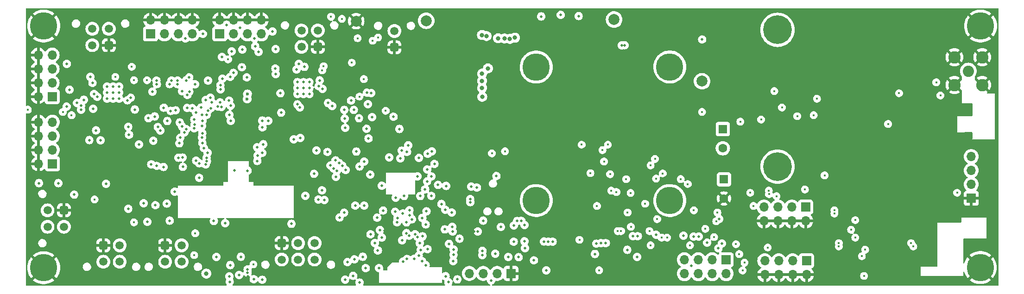
<source format=gbr>
G04 #@! TF.GenerationSoftware,KiCad,Pcbnew,7.0.10*
G04 #@! TF.CreationDate,2024-07-22T15:51:58-07:00*
G04 #@! TF.ProjectId,LCP_Controller,4c43505f-436f-46e7-9472-6f6c6c65722e,rev?*
G04 #@! TF.SameCoordinates,Original*
G04 #@! TF.FileFunction,Copper,L2,Inr*
G04 #@! TF.FilePolarity,Positive*
%FSLAX46Y46*%
G04 Gerber Fmt 4.6, Leading zero omitted, Abs format (unit mm)*
G04 Created by KiCad (PCBNEW 7.0.10) date 2024-07-22 15:51:58*
%MOMM*%
%LPD*%
G01*
G04 APERTURE LIST*
G04 Aperture macros list*
%AMRoundRect*
0 Rectangle with rounded corners*
0 $1 Rounding radius*
0 $2 $3 $4 $5 $6 $7 $8 $9 X,Y pos of 4 corners*
0 Add a 4 corners polygon primitive as box body*
4,1,4,$2,$3,$4,$5,$6,$7,$8,$9,$2,$3,0*
0 Add four circle primitives for the rounded corners*
1,1,$1+$1,$2,$3*
1,1,$1+$1,$4,$5*
1,1,$1+$1,$6,$7*
1,1,$1+$1,$8,$9*
0 Add four rect primitives between the rounded corners*
20,1,$1+$1,$2,$3,$4,$5,0*
20,1,$1+$1,$4,$5,$6,$7,0*
20,1,$1+$1,$6,$7,$8,$9,0*
20,1,$1+$1,$8,$9,$2,$3,0*%
G04 Aperture macros list end*
G04 #@! TA.AperFunction,ComponentPad*
%ADD10C,0.500000*%
G04 #@! TD*
G04 #@! TA.AperFunction,ComponentPad*
%ADD11RoundRect,0.250001X-0.499999X0.499999X-0.499999X-0.499999X0.499999X-0.499999X0.499999X0.499999X0*%
G04 #@! TD*
G04 #@! TA.AperFunction,ComponentPad*
%ADD12C,1.500000*%
G04 #@! TD*
G04 #@! TA.AperFunction,ComponentPad*
%ADD13R,1.700000X1.700000*%
G04 #@! TD*
G04 #@! TA.AperFunction,ComponentPad*
%ADD14O,1.700000X1.700000*%
G04 #@! TD*
G04 #@! TA.AperFunction,ComponentPad*
%ADD15RoundRect,0.250001X0.499999X0.499999X-0.499999X0.499999X-0.499999X-0.499999X0.499999X-0.499999X0*%
G04 #@! TD*
G04 #@! TA.AperFunction,ComponentPad*
%ADD16C,5.000000*%
G04 #@! TD*
G04 #@! TA.AperFunction,ComponentPad*
%ADD17C,2.000000*%
G04 #@! TD*
G04 #@! TA.AperFunction,ComponentPad*
%ADD18R,1.600000X1.600000*%
G04 #@! TD*
G04 #@! TA.AperFunction,ComponentPad*
%ADD19C,1.600000*%
G04 #@! TD*
G04 #@! TA.AperFunction,ComponentPad*
%ADD20RoundRect,0.250001X-0.499999X-0.499999X0.499999X-0.499999X0.499999X0.499999X-0.499999X0.499999X0*%
G04 #@! TD*
G04 #@! TA.AperFunction,WasherPad*
%ADD21C,5.250000*%
G04 #@! TD*
G04 #@! TA.AperFunction,ComponentPad*
%ADD22C,2.050000*%
G04 #@! TD*
G04 #@! TA.AperFunction,ComponentPad*
%ADD23C,2.250000*%
G04 #@! TD*
G04 #@! TA.AperFunction,ViaPad*
%ADD24C,0.800000*%
G04 #@! TD*
G04 #@! TA.AperFunction,ViaPad*
%ADD25C,0.406400*%
G04 #@! TD*
G04 #@! TA.AperFunction,ViaPad*
%ADD26C,0.500000*%
G04 #@! TD*
G04 #@! TA.AperFunction,ViaPad*
%ADD27C,0.600000*%
G04 #@! TD*
G04 APERTURE END LIST*
D10*
X178849200Y-104655800D03*
X178849200Y-103555800D03*
X178849200Y-102455800D03*
X177749200Y-104655800D03*
X177749200Y-103555800D03*
X177749200Y-102455800D03*
X176649200Y-104655800D03*
X176649200Y-103555800D03*
X176649200Y-102455800D03*
D11*
X134000000Y-125900000D03*
D12*
X134000000Y-128900000D03*
X131000000Y-125900000D03*
X131000000Y-128900000D03*
D13*
X131902200Y-117398800D03*
D14*
X129362200Y-117398800D03*
X131902200Y-114858800D03*
X129362200Y-114858800D03*
X131902200Y-112318800D03*
X129362200Y-112318800D03*
X131902200Y-109778800D03*
X129362200Y-109778800D03*
D13*
X149819200Y-93654800D03*
D14*
X149819200Y-91114800D03*
X152359200Y-93654800D03*
X152359200Y-91114800D03*
X154899200Y-93654800D03*
X154899200Y-91114800D03*
X157439200Y-93654800D03*
X157439200Y-91114800D03*
D15*
X194400000Y-96100000D03*
D12*
X194400000Y-93100000D03*
D16*
X130302000Y-136398000D03*
X220294200Y-124117100D03*
D17*
X187400000Y-91300000D03*
X234518200Y-91008200D03*
X200200000Y-91236800D03*
D16*
X130302000Y-92202000D03*
X244703600Y-124117100D03*
D18*
X254600000Y-120247349D03*
D19*
X254600000Y-123747349D03*
D17*
X250600000Y-102300000D03*
D20*
X173800000Y-131900000D03*
D12*
X176800000Y-131900000D03*
X179800000Y-131900000D03*
X173800000Y-134900000D03*
X176800000Y-134900000D03*
X179800000Y-134900000D03*
D20*
X152500000Y-132300000D03*
D12*
X155500000Y-132300000D03*
X152500000Y-135300000D03*
X155500000Y-135300000D03*
D13*
X255006000Y-134945200D03*
D14*
X255006000Y-137485200D03*
X252466000Y-134945200D03*
X252466000Y-137485200D03*
X249926000Y-134945200D03*
X249926000Y-137485200D03*
X247386000Y-134945200D03*
X247386000Y-137485200D03*
D13*
X269687200Y-135123000D03*
D14*
X269687200Y-137663000D03*
X267147200Y-135123000D03*
X267147200Y-137663000D03*
X264607200Y-135123000D03*
X264607200Y-137663000D03*
X262067200Y-135123000D03*
X262067200Y-137663000D03*
D15*
X180400000Y-96020000D03*
D12*
X177400000Y-96020000D03*
X180400000Y-93020000D03*
X177400000Y-93020000D03*
D13*
X131851400Y-105105200D03*
D14*
X129311400Y-105105200D03*
X131851400Y-102565200D03*
X129311400Y-102565200D03*
X131851400Y-100025200D03*
X129311400Y-100025200D03*
X131851400Y-97485200D03*
X129311400Y-97485200D03*
D18*
X254400000Y-111047349D03*
D19*
X254400000Y-114547349D03*
D20*
X141200000Y-132300000D03*
D12*
X144200000Y-132300000D03*
X141200000Y-135300000D03*
X144200000Y-135300000D03*
D10*
X141876600Y-103268600D03*
X141876600Y-104368600D03*
X141876600Y-105468600D03*
X142976600Y-103268600D03*
X142976600Y-104368600D03*
X142976600Y-105468600D03*
X144076600Y-103268600D03*
X144076600Y-104368600D03*
X144076600Y-105468600D03*
D16*
X244703600Y-99682300D03*
D21*
X264385000Y-92900000D03*
X264385000Y-117900000D03*
D16*
X220294200Y-99707700D03*
X301447200Y-136372600D03*
D13*
X299800000Y-123700000D03*
D14*
X299800000Y-121160000D03*
X299800000Y-118620000D03*
X299800000Y-116080000D03*
D13*
X215696800Y-137439400D03*
D14*
X213156800Y-137439400D03*
X210616800Y-137439400D03*
X208076800Y-137439400D03*
D13*
X162468400Y-93629400D03*
D14*
X162468400Y-91089400D03*
X165008400Y-93629400D03*
X165008400Y-91089400D03*
X167548400Y-93629400D03*
X167548400Y-91089400D03*
X170088400Y-93629400D03*
X170088400Y-91089400D03*
D15*
X142200000Y-95700000D03*
D12*
X139200000Y-95700000D03*
X142200000Y-92700000D03*
X139200000Y-92700000D03*
D22*
X299260000Y-100440000D03*
D23*
X296720000Y-102980000D03*
X301800000Y-102980000D03*
X296720000Y-97900000D03*
X301800000Y-97900000D03*
D13*
X269540000Y-125300000D03*
D14*
X269540000Y-127840000D03*
X267000000Y-125300000D03*
X267000000Y-127840000D03*
X264460000Y-125300000D03*
X264460000Y-127840000D03*
X261920000Y-125300000D03*
X261920000Y-127840000D03*
D16*
X301498000Y-92202000D03*
D24*
X216281000Y-92456000D03*
D25*
X286600000Y-104500000D03*
X242000000Y-116500000D03*
X233400000Y-113900000D03*
X231400000Y-125100000D03*
X241200000Y-117700000D03*
X243200000Y-130900000D03*
X237550000Y-122737500D03*
X248000000Y-121100000D03*
X228600000Y-113900000D03*
X230200000Y-119100000D03*
D26*
X251536200Y-131826000D03*
D25*
X251200000Y-129300000D03*
X233800000Y-119300000D03*
D26*
X254254000Y-131953000D03*
D24*
X200710800Y-95173800D03*
D26*
X148412200Y-116713000D03*
X202793600Y-123774200D03*
D25*
X190842800Y-99760829D03*
D26*
X188747400Y-123063000D03*
D24*
X200583800Y-96037400D03*
D25*
X278600000Y-94900000D03*
X269747708Y-106100000D03*
D24*
X301558800Y-131538400D03*
X240639600Y-91846400D03*
D26*
X194462400Y-117144800D03*
X173659800Y-119735600D03*
X154940000Y-105994200D03*
D27*
X175031400Y-107950000D03*
D26*
X136601200Y-116103400D03*
X203022200Y-117779800D03*
D25*
X235400000Y-116500000D03*
D26*
X157657800Y-99288600D03*
X207518000Y-113842800D03*
X207695800Y-129590800D03*
D25*
X149000000Y-99700000D03*
D26*
X206933800Y-113766600D03*
D24*
X297761400Y-112863400D03*
D25*
X198800000Y-105700000D03*
D26*
X173609000Y-102158800D03*
D24*
X224967800Y-134645400D03*
D25*
X269800000Y-113300000D03*
X136600000Y-100700000D03*
D26*
X197129400Y-117525800D03*
D24*
X297619400Y-106939600D03*
D26*
X153009600Y-119532400D03*
X183819800Y-104597200D03*
X171602400Y-120319800D03*
X173634400Y-102819200D03*
X203530200Y-114020600D03*
D25*
X291000000Y-102900000D03*
D26*
X192582800Y-129565400D03*
X188671200Y-133172200D03*
X202869800Y-113741200D03*
D25*
X263600000Y-107300000D03*
D24*
X242722400Y-93624400D03*
D25*
X165200000Y-131300000D03*
D24*
X300060200Y-126560000D03*
D25*
X289000000Y-103700000D03*
X289000000Y-104500000D03*
D24*
X154406600Y-98450400D03*
D26*
X176987200Y-114884200D03*
X210007200Y-125882400D03*
D24*
X203200000Y-94234000D03*
D25*
X291000000Y-104500000D03*
X235200000Y-117300000D03*
D26*
X169494200Y-111607600D03*
D25*
X267600000Y-94700000D03*
D24*
X298815600Y-131614600D03*
D26*
X186207400Y-123063000D03*
X188366400Y-132816600D03*
D24*
X299514000Y-112888800D03*
D26*
X203123800Y-135661400D03*
X146989800Y-108483400D03*
D24*
X298650400Y-112939600D03*
D26*
X196519800Y-117144800D03*
X193611500Y-124752100D03*
X167589200Y-137947400D03*
D25*
X291000000Y-101300000D03*
D26*
X189458600Y-123088400D03*
D25*
X139000000Y-129300000D03*
D26*
X149199600Y-112903000D03*
D24*
X244881400Y-95504000D03*
X218719400Y-91516200D03*
D25*
X167200000Y-132500000D03*
D24*
X202107800Y-94208600D03*
X201930000Y-93243400D03*
D26*
X162102800Y-137439400D03*
D24*
X301584200Y-126712400D03*
D25*
X289000000Y-102700000D03*
D24*
X206578200Y-92633800D03*
D26*
X206324200Y-113792000D03*
D25*
X259200000Y-107100000D03*
D26*
X187756800Y-132740400D03*
D27*
X175183800Y-105689400D03*
D24*
X242493800Y-91744800D03*
D26*
X191490600Y-124866400D03*
D25*
X270600000Y-94700000D03*
D26*
X202234800Y-113766600D03*
D25*
X275800000Y-94900000D03*
D24*
X299372000Y-106965000D03*
X298587000Y-126687000D03*
D25*
X289800000Y-136300000D03*
D26*
X208915000Y-129768600D03*
D24*
X163601400Y-133248400D03*
D26*
X171627800Y-119481600D03*
D25*
X237357200Y-125500000D03*
D24*
X245186200Y-94564200D03*
X234645200Y-134620000D03*
X251739400Y-98044000D03*
X218363800Y-90398600D03*
X251561600Y-99009200D03*
X243916200Y-95631000D03*
D25*
X269800000Y-114700000D03*
D26*
X187375800Y-123037600D03*
D25*
X289000000Y-100900000D03*
X146600000Y-103500000D03*
D26*
X193954400Y-117373400D03*
X187147200Y-132765800D03*
D24*
X253542800Y-98044000D03*
D26*
X177038000Y-114300000D03*
D25*
X283800000Y-128300000D03*
D26*
X193878200Y-118084600D03*
D24*
X216306400Y-90373200D03*
X213995000Y-90322400D03*
D25*
X273200000Y-138700000D03*
D24*
X298483000Y-106888800D03*
X300111000Y-131640000D03*
D26*
X168325800Y-134416800D03*
X192532000Y-136245600D03*
D25*
X273200000Y-133682200D03*
D26*
X197180200Y-118262400D03*
X210489800Y-133299200D03*
X212801200Y-133832600D03*
D25*
X278600000Y-130900000D03*
D26*
X218186000Y-128574800D03*
X180517800Y-123926600D03*
X237972600Y-130632200D03*
X150723600Y-124968000D03*
X223291400Y-131622800D03*
D24*
X210439000Y-105130600D03*
D25*
X265200000Y-107100000D03*
D26*
X236448600Y-95707200D03*
X167563800Y-137287000D03*
D24*
X214503000Y-94462600D03*
D26*
X216230200Y-128651000D03*
X181584600Y-124002800D03*
X210439000Y-134112000D03*
X238861600Y-130632200D03*
X249986800Y-130683000D03*
X213029800Y-119634000D03*
D25*
X188800000Y-101900000D03*
D26*
X180136800Y-114935000D03*
X167563800Y-136702800D03*
X217601800Y-127838200D03*
D24*
X160020000Y-137464800D03*
D25*
X274800000Y-126500000D03*
D26*
X231267000Y-132003800D03*
X187223400Y-125044200D03*
D24*
X210413600Y-102235000D03*
X215493600Y-94538800D03*
D26*
X194614800Y-123571000D03*
X161874200Y-134416800D03*
X232156000Y-131902200D03*
D24*
X211226400Y-94030800D03*
D26*
X235915200Y-95732600D03*
X221742000Y-131597400D03*
X201142600Y-119710200D03*
X216814400Y-127863600D03*
D24*
X210413600Y-100914200D03*
X213334600Y-94437200D03*
D25*
X271000000Y-108500000D03*
D26*
X166319200Y-134391400D03*
X249047000Y-130708400D03*
X182143400Y-115239800D03*
D24*
X211480400Y-99949000D03*
D26*
X148590000Y-124612400D03*
X152781000Y-124663200D03*
X247218200Y-130530600D03*
X163449000Y-128244600D03*
D24*
X216408000Y-94335600D03*
X210388200Y-93853000D03*
D26*
X208280000Y-124409200D03*
X188874400Y-125044200D03*
D25*
X274800000Y-125900000D03*
D24*
X210413600Y-103505000D03*
D26*
X222504000Y-131622800D03*
X208229200Y-123850400D03*
X233019600Y-131902200D03*
X161391600Y-127863600D03*
D25*
X261400000Y-109300000D03*
D26*
X250621800Y-94665800D03*
X167563800Y-118643400D03*
X169341800Y-116865400D03*
X164236400Y-108432600D03*
X164490400Y-109550200D03*
X162775900Y-106997500D03*
X158699200Y-119964200D03*
X157886400Y-110236000D03*
X170230800Y-109499400D03*
X159258000Y-110464600D03*
X165125400Y-118618000D03*
X177114200Y-107086400D03*
X173685200Y-108051600D03*
X176657000Y-106527600D03*
X173558200Y-104495600D03*
X209626200Y-129768600D03*
X198831200Y-134162800D03*
X200101200Y-135915400D03*
D25*
X280200000Y-137900000D03*
X279800000Y-134300000D03*
X277842798Y-129469800D03*
D26*
X160324800Y-102184200D03*
D25*
X146800000Y-102100000D03*
D26*
X154762200Y-102158800D03*
X162941000Y-101828600D03*
X153670000Y-102158800D03*
X156337000Y-102133400D03*
X150901400Y-102158800D03*
D25*
X149200000Y-102100000D03*
X146400000Y-99657200D03*
X143400000Y-101500000D03*
D26*
X195783200Y-131394200D03*
X203835000Y-121437400D03*
X197078600Y-130530600D03*
X199491600Y-127279400D03*
X196164200Y-123291600D03*
X228041200Y-90373200D03*
X198882000Y-116332000D03*
X198628000Y-119684800D03*
X224790000Y-90170000D03*
X199999600Y-122047000D03*
X194945000Y-127304800D03*
X221208600Y-90449400D03*
X195478400Y-116408200D03*
X196697600Y-115214400D03*
D25*
X190400000Y-94900000D03*
D26*
X195300600Y-111023400D03*
D25*
X187667518Y-94432481D03*
D26*
X201218800Y-115112800D03*
X202361800Y-121259600D03*
D25*
X188000000Y-105100000D03*
D26*
X200355200Y-120599200D03*
X196900800Y-113995200D03*
X200380600Y-118414800D03*
X194868800Y-128092200D03*
D25*
X192800000Y-107700000D03*
X191400000Y-94300000D03*
X182800000Y-90500000D03*
X184800000Y-90900000D03*
D26*
X192074800Y-121412000D03*
D25*
X158000000Y-130100000D03*
X157800000Y-134100000D03*
D26*
X183642000Y-116763800D03*
X185216800Y-107543600D03*
X180721000Y-102133400D03*
X182702200Y-117703600D03*
X172643800Y-99974400D03*
X181254400Y-103682800D03*
X183007000Y-106832400D03*
X184302400Y-117271800D03*
X183311800Y-118262400D03*
X172720000Y-100990400D03*
D25*
X146800000Y-128100000D03*
D26*
X150596600Y-108737400D03*
X149453600Y-109067600D03*
D25*
X181450000Y-99550000D03*
D26*
X182245000Y-106273600D03*
X185470800Y-118516400D03*
X183692800Y-119761000D03*
X149250400Y-128016000D03*
X180543200Y-103200200D03*
X189661800Y-112750600D03*
X181152800Y-122250200D03*
D25*
X181200000Y-100300000D03*
D26*
X185420000Y-110820200D03*
X159308800Y-109524800D03*
X162102800Y-106908600D03*
X157810200Y-110896400D03*
X155575000Y-104114600D03*
X154254200Y-122504200D03*
X178104800Y-123240800D03*
X140074807Y-105128141D03*
X138633200Y-113055400D03*
X135026400Y-103835200D03*
D25*
X139600000Y-123900000D03*
D26*
X134543800Y-99110800D03*
X135890000Y-123037600D03*
X129438400Y-120929400D03*
X132969000Y-120929400D03*
D25*
X135400000Y-108500000D03*
D26*
X137134600Y-107492800D03*
X139344400Y-107315000D03*
D25*
X127400000Y-107500000D03*
X133800000Y-107900000D03*
D26*
X164642800Y-96824800D03*
X138836400Y-101498400D03*
X139217400Y-102616000D03*
X139526200Y-104618600D03*
X155727400Y-117957600D03*
X152185000Y-117971200D03*
X164287200Y-138963400D03*
X186867800Y-137871200D03*
X198628000Y-130759200D03*
X188620400Y-134391400D03*
X183870600Y-118668800D03*
X175564800Y-128371600D03*
X195707000Y-114985800D03*
X187426600Y-115163600D03*
X201112000Y-123266200D03*
X184861200Y-117729000D03*
X164236400Y-137972800D03*
X193446400Y-116205000D03*
X164388800Y-135915400D03*
X199542400Y-130657600D03*
X170230800Y-138607800D03*
X187096400Y-134874000D03*
X168681400Y-138506200D03*
X195961000Y-135280400D03*
X188010800Y-139115800D03*
X166014400Y-137718800D03*
X200431400Y-132969000D03*
X199009000Y-131902200D03*
X185801000Y-135382000D03*
X218160600Y-131572000D03*
X216179400Y-131648200D03*
X215188800Y-134442200D03*
X217093800Y-134467600D03*
X205155800Y-135178800D03*
X205892400Y-138531600D03*
X205181200Y-134035800D03*
X212064600Y-138709400D03*
D25*
X288800000Y-131900000D03*
D26*
X219887800Y-135051800D03*
X236931200Y-133121400D03*
D25*
X235200000Y-129700000D03*
X234000000Y-122300000D03*
X275600000Y-131900000D03*
D26*
X203606400Y-129387600D03*
X231038400Y-133883400D03*
D25*
X262600000Y-132700000D03*
X289200000Y-132500000D03*
X235800000Y-129700000D03*
D26*
X238734600Y-134416800D03*
X205232000Y-133070600D03*
D25*
X231800000Y-136855200D03*
X275600000Y-132500000D03*
X234967504Y-122562255D03*
D26*
X222123000Y-136880600D03*
D25*
X258377000Y-135477000D03*
X257400000Y-133900000D03*
D26*
X253586863Y-132854000D03*
X213842600Y-128955800D03*
X204952600Y-128905000D03*
X197129400Y-125882400D03*
X210591400Y-127787400D03*
X248666000Y-136042400D03*
X205028800Y-129768600D03*
D25*
X280400000Y-133100000D03*
D26*
X242189000Y-130352800D03*
X200101200Y-128473200D03*
D25*
X294157200Y-104900000D03*
X257600000Y-109700000D03*
X250600000Y-107900000D03*
D26*
X200253600Y-126085600D03*
D25*
X273000000Y-119500000D03*
X262800000Y-122300000D03*
X264200000Y-123300000D03*
X269400000Y-122100000D03*
X212200000Y-115500000D03*
X214600000Y-115100000D03*
X259400000Y-122700000D03*
X262830009Y-122959720D03*
D26*
X204851000Y-126288800D03*
D25*
X293400000Y-102500000D03*
X260000000Y-125100000D03*
D26*
X163728400Y-91973400D03*
X190144400Y-104444800D03*
X169367200Y-115874800D03*
X186969400Y-107543600D03*
X190017400Y-130276600D03*
X171323000Y-109524800D03*
X186461400Y-105816400D03*
X191363600Y-133223000D03*
X166141400Y-92481400D03*
X189382400Y-104394000D03*
X170281600Y-110744000D03*
X169316400Y-114376200D03*
X170230800Y-115392200D03*
X179705000Y-119227600D03*
X190804800Y-131876800D03*
X185318400Y-109143800D03*
X168833800Y-94462600D03*
X170434000Y-113817400D03*
X172110400Y-93192600D03*
X187909200Y-109067600D03*
X189306200Y-110998000D03*
X188849000Y-116967000D03*
X191236600Y-127254000D03*
X189560200Y-106476800D03*
X160807400Y-107213400D03*
X162534600Y-106172000D03*
X167411400Y-101600000D03*
X158724600Y-117297200D03*
X161036000Y-106146600D03*
X160121600Y-116916200D03*
X160299400Y-107645200D03*
X156921200Y-104165400D03*
X156895800Y-101600000D03*
X166522400Y-99745800D03*
X166598600Y-96520000D03*
X159918400Y-117525800D03*
X158165800Y-116814600D03*
X150977600Y-117779800D03*
X160070800Y-116281200D03*
D25*
X164000000Y-98300000D03*
D26*
X159054800Y-107111800D03*
X162884948Y-97836542D03*
X160268600Y-115372200D03*
X159207200Y-108432600D03*
X159893000Y-105740200D03*
X157962600Y-102844600D03*
X149961600Y-117475000D03*
X158140400Y-108000800D03*
X152882600Y-109575600D03*
X137134600Y-106781600D03*
X159588200Y-114503200D03*
X155168600Y-109829600D03*
X157835600Y-109270800D03*
D27*
X167487600Y-105537000D03*
D26*
X172669200Y-96393000D03*
X156210000Y-94462600D03*
X168935400Y-95910400D03*
X176936400Y-99104000D03*
X159385000Y-93649800D03*
X169570400Y-96926400D03*
D27*
X167538400Y-104622600D03*
D26*
X134493000Y-106934000D03*
X155596302Y-110569622D03*
X159283400Y-111785400D03*
X146964400Y-107467400D03*
X159232600Y-112572800D03*
X136398000Y-106273600D03*
X156324073Y-111053124D03*
X146215100Y-105321100D03*
X137642600Y-105689400D03*
X159283400Y-113563400D03*
X145580100Y-105778300D03*
X156006800Y-111633000D03*
D25*
X256800000Y-132100000D03*
X253400000Y-126300000D03*
X243428699Y-119152698D03*
X249107200Y-125899934D03*
X246700066Y-120199934D03*
X242200000Y-120100000D03*
X252800000Y-130791800D03*
X241200000Y-132300000D03*
X240200000Y-124700000D03*
X241000000Y-129700000D03*
X248400000Y-132300000D03*
X242400000Y-127500000D03*
X244200000Y-130900000D03*
X297200000Y-122700000D03*
X268000000Y-108700000D03*
X271600000Y-105500000D03*
D26*
X204368400Y-132029200D03*
X199212200Y-133146800D03*
X206273400Y-131089400D03*
X218262200Y-132816600D03*
X196596000Y-130073400D03*
X198145400Y-130251200D03*
D25*
X263800000Y-104100000D03*
D26*
X195935600Y-126466600D03*
X192074800Y-130886200D03*
X197612000Y-127533400D03*
X153339800Y-127787400D03*
X185191400Y-126339600D03*
X184353200Y-127203200D03*
X197129400Y-126796800D03*
D25*
X186600250Y-98912250D03*
D26*
X208432400Y-121564400D03*
X199110600Y-123291600D03*
D25*
X278600004Y-127700000D03*
D26*
X253746000Y-127482600D03*
D25*
X232400000Y-114900000D03*
X232692800Y-116976366D03*
D26*
X197993000Y-134747000D03*
X199440800Y-135178800D03*
X203733400Y-137947400D03*
D25*
X258000000Y-136900000D03*
D26*
X209473800Y-121742200D03*
X202971400Y-124739400D03*
X191744600Y-129489200D03*
X188036200Y-117881400D03*
X194233800Y-108788200D03*
X190322200Y-108839000D03*
X189992000Y-119380000D03*
X196596000Y-128117600D03*
X201701400Y-117424200D03*
X200456800Y-115544600D03*
X204241400Y-139039600D03*
X196672200Y-134797800D03*
D25*
X253200000Y-127900000D03*
X236742800Y-120206000D03*
X228200000Y-131300000D03*
D26*
X145745200Y-125603000D03*
X160096200Y-108458000D03*
X156565600Y-104775000D03*
X160756600Y-105308400D03*
X141681200Y-121056400D03*
X153339800Y-102819200D03*
X150977600Y-102819200D03*
X154736800Y-102819200D03*
X140690600Y-113106200D03*
X139877800Y-111277400D03*
X147701000Y-113842800D03*
X150317200Y-113157000D03*
D25*
X237000000Y-126300000D03*
X237600000Y-128900000D03*
D26*
X177952400Y-99669600D03*
X164465000Y-106781600D03*
X164185600Y-105841800D03*
X176504600Y-100152200D03*
D25*
X168630600Y-135788400D03*
D26*
X185369200Y-138557000D03*
X189153800Y-136474200D03*
X191592200Y-136474200D03*
X192303400Y-125933200D03*
X175996600Y-112903000D03*
X177190400Y-112649000D03*
X194513200Y-126161800D03*
D25*
X284600000Y-110100000D03*
D26*
X203657200Y-125780800D03*
X154432000Y-107619800D03*
X151612600Y-111302800D03*
X153517600Y-107721400D03*
X151155400Y-110667800D03*
X145897600Y-112090200D03*
X164363400Y-101523800D03*
X162636200Y-103759000D03*
X157429200Y-107213400D03*
X162585400Y-103047800D03*
X164973000Y-100761800D03*
X145745200Y-110617000D03*
X156514800Y-107188000D03*
X152247600Y-107137200D03*
X150164800Y-104216200D03*
X154940000Y-116281200D03*
X155092400Y-113639600D03*
X155270200Y-112623600D03*
X155702000Y-116255800D03*
G04 #@! TA.AperFunction,Conductor*
G36*
X264147707Y-137453156D02*
G01*
X264107200Y-137591111D01*
X264107200Y-137734889D01*
X264147707Y-137872844D01*
X264176084Y-137917000D01*
X262498316Y-137917000D01*
X262526693Y-137872844D01*
X262567200Y-137734889D01*
X262567200Y-137591111D01*
X262526693Y-137453156D01*
X262498316Y-137409000D01*
X264176084Y-137409000D01*
X264147707Y-137453156D01*
G37*
G04 #@! TD.AperFunction*
G04 #@! TA.AperFunction,Conductor*
G36*
X266687707Y-137453156D02*
G01*
X266647200Y-137591111D01*
X266647200Y-137734889D01*
X266687707Y-137872844D01*
X266716084Y-137917000D01*
X265038316Y-137917000D01*
X265066693Y-137872844D01*
X265107200Y-137734889D01*
X265107200Y-137591111D01*
X265066693Y-137453156D01*
X265038316Y-137409000D01*
X266716084Y-137409000D01*
X266687707Y-137453156D01*
G37*
G04 #@! TD.AperFunction*
G04 #@! TA.AperFunction,Conductor*
G36*
X269227707Y-137453156D02*
G01*
X269187200Y-137591111D01*
X269187200Y-137734889D01*
X269227707Y-137872844D01*
X269256084Y-137917000D01*
X267578316Y-137917000D01*
X267606693Y-137872844D01*
X267647200Y-137734889D01*
X267647200Y-137591111D01*
X267606693Y-137453156D01*
X267578316Y-137409000D01*
X269256084Y-137409000D01*
X269227707Y-137453156D01*
G37*
G04 #@! TD.AperFunction*
G04 #@! TA.AperFunction,Conductor*
G36*
X264000507Y-127630156D02*
G01*
X263960000Y-127768111D01*
X263960000Y-127911889D01*
X264000507Y-128049844D01*
X264028884Y-128094000D01*
X262351116Y-128094000D01*
X262379493Y-128049844D01*
X262420000Y-127911889D01*
X262420000Y-127768111D01*
X262379493Y-127630156D01*
X262351116Y-127586000D01*
X264028884Y-127586000D01*
X264000507Y-127630156D01*
G37*
G04 #@! TD.AperFunction*
G04 #@! TA.AperFunction,Conductor*
G36*
X266540507Y-127630156D02*
G01*
X266500000Y-127768111D01*
X266500000Y-127911889D01*
X266540507Y-128049844D01*
X266568884Y-128094000D01*
X264891116Y-128094000D01*
X264919493Y-128049844D01*
X264960000Y-127911889D01*
X264960000Y-127768111D01*
X264919493Y-127630156D01*
X264891116Y-127586000D01*
X266568884Y-127586000D01*
X266540507Y-127630156D01*
G37*
G04 #@! TD.AperFunction*
G04 #@! TA.AperFunction,Conductor*
G36*
X269080507Y-127630156D02*
G01*
X269040000Y-127768111D01*
X269040000Y-127911889D01*
X269080507Y-128049844D01*
X269108884Y-128094000D01*
X267431116Y-128094000D01*
X267459493Y-128049844D01*
X267500000Y-127911889D01*
X267500000Y-127768111D01*
X267459493Y-127630156D01*
X267431116Y-127586000D01*
X269108884Y-127586000D01*
X269080507Y-127630156D01*
G37*
G04 #@! TD.AperFunction*
G04 #@! TA.AperFunction,Conductor*
G36*
X129616200Y-116965125D02*
G01*
X129504515Y-116914120D01*
X129397963Y-116898800D01*
X129326437Y-116898800D01*
X129219885Y-116914120D01*
X129108200Y-116965125D01*
X129108200Y-115292474D01*
X129219885Y-115343480D01*
X129326437Y-115358800D01*
X129397963Y-115358800D01*
X129504515Y-115343480D01*
X129616200Y-115292474D01*
X129616200Y-116965125D01*
G37*
G04 #@! TD.AperFunction*
G04 #@! TA.AperFunction,Conductor*
G36*
X129616200Y-114425125D02*
G01*
X129504515Y-114374120D01*
X129397963Y-114358800D01*
X129326437Y-114358800D01*
X129219885Y-114374120D01*
X129108200Y-114425125D01*
X129108200Y-112752474D01*
X129219885Y-112803480D01*
X129326437Y-112818800D01*
X129397963Y-112818800D01*
X129504515Y-112803480D01*
X129616200Y-112752474D01*
X129616200Y-114425125D01*
G37*
G04 #@! TD.AperFunction*
G04 #@! TA.AperFunction,Conductor*
G36*
X129616200Y-111885125D02*
G01*
X129504515Y-111834120D01*
X129397963Y-111818800D01*
X129326437Y-111818800D01*
X129219885Y-111834120D01*
X129108200Y-111885125D01*
X129108200Y-110212474D01*
X129219885Y-110263480D01*
X129326437Y-110278800D01*
X129397963Y-110278800D01*
X129504515Y-110263480D01*
X129616200Y-110212474D01*
X129616200Y-111885125D01*
G37*
G04 #@! TD.AperFunction*
G04 #@! TA.AperFunction,Conductor*
G36*
X129565400Y-104671525D02*
G01*
X129453715Y-104620520D01*
X129347163Y-104605200D01*
X129275637Y-104605200D01*
X129169085Y-104620520D01*
X129057400Y-104671525D01*
X129057400Y-102998874D01*
X129169085Y-103049880D01*
X129275637Y-103065200D01*
X129347163Y-103065200D01*
X129453715Y-103049880D01*
X129565400Y-102998874D01*
X129565400Y-104671525D01*
G37*
G04 #@! TD.AperFunction*
G04 #@! TA.AperFunction,Conductor*
G36*
X129565400Y-102131525D02*
G01*
X129453715Y-102080520D01*
X129347163Y-102065200D01*
X129275637Y-102065200D01*
X129169085Y-102080520D01*
X129057400Y-102131525D01*
X129057400Y-100458874D01*
X129169085Y-100509880D01*
X129275637Y-100525200D01*
X129347163Y-100525200D01*
X129453715Y-100509880D01*
X129565400Y-100458874D01*
X129565400Y-102131525D01*
G37*
G04 #@! TD.AperFunction*
G04 #@! TA.AperFunction,Conductor*
G36*
X129565400Y-99591525D02*
G01*
X129453715Y-99540520D01*
X129347163Y-99525200D01*
X129275637Y-99525200D01*
X129169085Y-99540520D01*
X129057400Y-99591525D01*
X129057400Y-97918874D01*
X129169085Y-97969880D01*
X129275637Y-97985200D01*
X129347163Y-97985200D01*
X129453715Y-97969880D01*
X129565400Y-97918874D01*
X129565400Y-99591525D01*
G37*
G04 #@! TD.AperFunction*
G04 #@! TA.AperFunction,Conductor*
G36*
X164548907Y-90879556D02*
G01*
X164508400Y-91017511D01*
X164508400Y-91161289D01*
X164548907Y-91299244D01*
X164577284Y-91343400D01*
X164187726Y-91343400D01*
X164120689Y-91324087D01*
X164119855Y-91323563D01*
X164082940Y-91300367D01*
X164059582Y-91285690D01*
X163959670Y-91250730D01*
X163898250Y-91229238D01*
X163898248Y-91229237D01*
X163898250Y-91229237D01*
X163728400Y-91210101D01*
X163558551Y-91229237D01*
X163397217Y-91285690D01*
X163373860Y-91300367D01*
X163336945Y-91323563D01*
X163336111Y-91324087D01*
X163269074Y-91343400D01*
X162899516Y-91343400D01*
X162927893Y-91299244D01*
X162968400Y-91161289D01*
X162968400Y-91017511D01*
X162927893Y-90879556D01*
X162899516Y-90835400D01*
X164577284Y-90835400D01*
X164548907Y-90879556D01*
G37*
G04 #@! TD.AperFunction*
G04 #@! TA.AperFunction,Conductor*
G36*
X167088907Y-90879556D02*
G01*
X167048400Y-91017511D01*
X167048400Y-91161289D01*
X167088907Y-91299244D01*
X167117284Y-91343400D01*
X165439516Y-91343400D01*
X165467893Y-91299244D01*
X165508400Y-91161289D01*
X165508400Y-91017511D01*
X165467893Y-90879556D01*
X165439516Y-90835400D01*
X167117284Y-90835400D01*
X167088907Y-90879556D01*
G37*
G04 #@! TD.AperFunction*
G04 #@! TA.AperFunction,Conductor*
G36*
X169628907Y-90879556D02*
G01*
X169588400Y-91017511D01*
X169588400Y-91161289D01*
X169628907Y-91299244D01*
X169657284Y-91343400D01*
X167979516Y-91343400D01*
X168007893Y-91299244D01*
X168048400Y-91161289D01*
X168048400Y-91017511D01*
X168007893Y-90879556D01*
X167979516Y-90835400D01*
X169657284Y-90835400D01*
X169628907Y-90879556D01*
G37*
G04 #@! TD.AperFunction*
G04 #@! TA.AperFunction,Conductor*
G36*
X151899707Y-90904956D02*
G01*
X151859200Y-91042911D01*
X151859200Y-91186689D01*
X151899707Y-91324644D01*
X151928084Y-91368800D01*
X150250316Y-91368800D01*
X150278693Y-91324644D01*
X150319200Y-91186689D01*
X150319200Y-91042911D01*
X150278693Y-90904956D01*
X150250316Y-90860800D01*
X151928084Y-90860800D01*
X151899707Y-90904956D01*
G37*
G04 #@! TD.AperFunction*
G04 #@! TA.AperFunction,Conductor*
G36*
X154439707Y-90904956D02*
G01*
X154399200Y-91042911D01*
X154399200Y-91186689D01*
X154439707Y-91324644D01*
X154468084Y-91368800D01*
X152790316Y-91368800D01*
X152818693Y-91324644D01*
X152859200Y-91186689D01*
X152859200Y-91042911D01*
X152818693Y-90904956D01*
X152790316Y-90860800D01*
X154468084Y-90860800D01*
X154439707Y-90904956D01*
G37*
G04 #@! TD.AperFunction*
G04 #@! TA.AperFunction,Conductor*
G36*
X156979707Y-90904956D02*
G01*
X156939200Y-91042911D01*
X156939200Y-91186689D01*
X156979707Y-91324644D01*
X157008084Y-91368800D01*
X155330316Y-91368800D01*
X155358693Y-91324644D01*
X155399200Y-91186689D01*
X155399200Y-91042911D01*
X155358693Y-90904956D01*
X155330316Y-90860800D01*
X157008084Y-90860800D01*
X156979707Y-90904956D01*
G37*
G04 #@! TD.AperFunction*
G04 #@! TA.AperFunction,Conductor*
G36*
X304716221Y-88945902D02*
G01*
X304762714Y-88999558D01*
X304774100Y-89051900D01*
X304774100Y-139548100D01*
X304754098Y-139616221D01*
X304700442Y-139662714D01*
X304648100Y-139674100D01*
X212345770Y-139674100D01*
X212277649Y-139654098D01*
X212231156Y-139600442D01*
X212221052Y-139530168D01*
X212250546Y-139465588D01*
X212304155Y-139429171D01*
X212395783Y-139397109D01*
X212540509Y-139306171D01*
X212661371Y-139185309D01*
X212752309Y-139040583D01*
X212808762Y-138879250D01*
X212808763Y-138879236D01*
X212808857Y-138878830D01*
X212808995Y-138878582D01*
X212811099Y-138872571D01*
X212812151Y-138872939D01*
X212843515Y-138816867D01*
X212906170Y-138783477D01*
X212952434Y-138782582D01*
X213044231Y-138797900D01*
X213044235Y-138797900D01*
X213269365Y-138797900D01*
X213269369Y-138797900D01*
X213491435Y-138760844D01*
X213704374Y-138687742D01*
X213902376Y-138580589D01*
X214080040Y-138442306D01*
X214141426Y-138375622D01*
X214202276Y-138339054D01*
X214273241Y-138341187D01*
X214331786Y-138381349D01*
X214352180Y-138416929D01*
X214396353Y-138535361D01*
X214396355Y-138535365D01*
X214483895Y-138652304D01*
X214600834Y-138739844D01*
X214737706Y-138790894D01*
X214798202Y-138797399D01*
X214798215Y-138797400D01*
X215442800Y-138797400D01*
X215442800Y-137873074D01*
X215554485Y-137924080D01*
X215661037Y-137939400D01*
X215732563Y-137939400D01*
X215839115Y-137924080D01*
X215950800Y-137873074D01*
X215950800Y-138797400D01*
X216595385Y-138797400D01*
X216595397Y-138797399D01*
X216655893Y-138790894D01*
X216792764Y-138739844D01*
X216792765Y-138739844D01*
X216909704Y-138652304D01*
X216997244Y-138535365D01*
X216997244Y-138535364D01*
X217048294Y-138398493D01*
X217054799Y-138337997D01*
X217054800Y-138337985D01*
X217054800Y-137693400D01*
X216127916Y-137693400D01*
X216156293Y-137649244D01*
X216196800Y-137511289D01*
X216196800Y-137367511D01*
X216156293Y-137229556D01*
X216127916Y-137185400D01*
X217054800Y-137185400D01*
X217054800Y-136880600D01*
X221359701Y-136880600D01*
X221378837Y-137050448D01*
X221435290Y-137211782D01*
X221526231Y-137356512D01*
X221647087Y-137477368D01*
X221647089Y-137477369D01*
X221647091Y-137477371D01*
X221791817Y-137568309D01*
X221953150Y-137624762D01*
X221953149Y-137624762D01*
X221970348Y-137626699D01*
X222123000Y-137643899D01*
X222292850Y-137624762D01*
X222454183Y-137568309D01*
X222598909Y-137477371D01*
X222719771Y-137356509D01*
X222810709Y-137211783D01*
X222867162Y-137050450D01*
X222886299Y-136880600D01*
X222883437Y-136855202D01*
X231083073Y-136855202D01*
X231103905Y-137026769D01*
X231103905Y-137026771D01*
X231103906Y-137026772D01*
X231165165Y-137188300D01*
X231165194Y-137188375D01*
X231263371Y-137330610D01*
X231263372Y-137330611D01*
X231392739Y-137445219D01*
X231545774Y-137525538D01*
X231713584Y-137566900D01*
X231713585Y-137566900D01*
X231886415Y-137566900D01*
X231886416Y-137566900D01*
X232054226Y-137525538D01*
X232131084Y-137485200D01*
X246022844Y-137485200D01*
X246041109Y-137705625D01*
X246041437Y-137709575D01*
X246096702Y-137927812D01*
X246096703Y-137927813D01*
X246096704Y-137927816D01*
X246178840Y-138115069D01*
X246187141Y-138133993D01*
X246310275Y-138322465D01*
X246310279Y-138322470D01*
X246421079Y-138442829D01*
X246444221Y-138467968D01*
X246462762Y-138488108D01*
X246477983Y-138499955D01*
X246640424Y-138626389D01*
X246838426Y-138733542D01*
X246838427Y-138733542D01*
X246838428Y-138733543D01*
X246870418Y-138744525D01*
X247051365Y-138806644D01*
X247273431Y-138843700D01*
X247273435Y-138843700D01*
X247498565Y-138843700D01*
X247498569Y-138843700D01*
X247720635Y-138806644D01*
X247933574Y-138733542D01*
X248131576Y-138626389D01*
X248309240Y-138488106D01*
X248461722Y-138322468D01*
X248550518Y-138186554D01*
X248604520Y-138140468D01*
X248674868Y-138130892D01*
X248739225Y-138160869D01*
X248761480Y-138186553D01*
X248771823Y-138202383D01*
X248850275Y-138322465D01*
X248850279Y-138322470D01*
X248961079Y-138442829D01*
X248984221Y-138467968D01*
X249002762Y-138488108D01*
X249017983Y-138499955D01*
X249180424Y-138626389D01*
X249378426Y-138733542D01*
X249378427Y-138733542D01*
X249378428Y-138733543D01*
X249410418Y-138744525D01*
X249591365Y-138806644D01*
X249813431Y-138843700D01*
X249813435Y-138843700D01*
X250038565Y-138843700D01*
X250038569Y-138843700D01*
X250260635Y-138806644D01*
X250473574Y-138733542D01*
X250671576Y-138626389D01*
X250849240Y-138488106D01*
X251001722Y-138322468D01*
X251090518Y-138186554D01*
X251144520Y-138140468D01*
X251214868Y-138130892D01*
X251279225Y-138160869D01*
X251301480Y-138186553D01*
X251311823Y-138202383D01*
X251390275Y-138322465D01*
X251390279Y-138322470D01*
X251501079Y-138442829D01*
X251524221Y-138467968D01*
X251542762Y-138488108D01*
X251557983Y-138499955D01*
X251720424Y-138626389D01*
X251918426Y-138733542D01*
X251918427Y-138733542D01*
X251918428Y-138733543D01*
X251950418Y-138744525D01*
X252131365Y-138806644D01*
X252353431Y-138843700D01*
X252353435Y-138843700D01*
X252578565Y-138843700D01*
X252578569Y-138843700D01*
X252800635Y-138806644D01*
X253013574Y-138733542D01*
X253211576Y-138626389D01*
X253389240Y-138488106D01*
X253541722Y-138322468D01*
X253630518Y-138186554D01*
X253684520Y-138140468D01*
X253754868Y-138130892D01*
X253819225Y-138160869D01*
X253841480Y-138186553D01*
X253851823Y-138202383D01*
X253930275Y-138322465D01*
X253930279Y-138322470D01*
X254041079Y-138442829D01*
X254064221Y-138467968D01*
X254082762Y-138488108D01*
X254097983Y-138499955D01*
X254260424Y-138626389D01*
X254458426Y-138733542D01*
X254458427Y-138733542D01*
X254458428Y-138733543D01*
X254490418Y-138744525D01*
X254671365Y-138806644D01*
X254893431Y-138843700D01*
X254893435Y-138843700D01*
X255118565Y-138843700D01*
X255118569Y-138843700D01*
X255340635Y-138806644D01*
X255553574Y-138733542D01*
X255751576Y-138626389D01*
X255929240Y-138488106D01*
X256081722Y-138322468D01*
X256204860Y-138133991D01*
X256295296Y-137927816D01*
X256350564Y-137709568D01*
X256369156Y-137485200D01*
X256350564Y-137260832D01*
X256316683Y-137127038D01*
X256295297Y-137042587D01*
X256295296Y-137042586D01*
X256295296Y-137042584D01*
X256232754Y-136900002D01*
X257283073Y-136900002D01*
X257303905Y-137071569D01*
X257303905Y-137071571D01*
X257303906Y-137071572D01*
X257363861Y-137229662D01*
X257365194Y-137233175D01*
X257457919Y-137367511D01*
X257463372Y-137375411D01*
X257592739Y-137490019D01*
X257745774Y-137570338D01*
X257913584Y-137611700D01*
X257913585Y-137611700D01*
X258086415Y-137611700D01*
X258086416Y-137611700D01*
X258254226Y-137570338D01*
X258407261Y-137490019D01*
X258536628Y-137375411D01*
X258634807Y-137233173D01*
X258696094Y-137071572D01*
X258712143Y-136939400D01*
X258716927Y-136900002D01*
X258716927Y-136899997D01*
X258699589Y-136757210D01*
X258696094Y-136728428D01*
X258634807Y-136566827D01*
X258632361Y-136563284D01*
X258536628Y-136424589D01*
X258492081Y-136385124D01*
X258454355Y-136324980D01*
X258455135Y-136253987D01*
X258494172Y-136194686D01*
X258545479Y-136168473D01*
X258631226Y-136147338D01*
X258784261Y-136067019D01*
X258913628Y-135952411D01*
X259011807Y-135810173D01*
X259073094Y-135648572D01*
X259093927Y-135477000D01*
X259093170Y-135470768D01*
X259078187Y-135347375D01*
X259073094Y-135305428D01*
X259011807Y-135143827D01*
X258997431Y-135123000D01*
X260704044Y-135123000D01*
X260722195Y-135342052D01*
X260722637Y-135347375D01*
X260777902Y-135565612D01*
X260777903Y-135565613D01*
X260777904Y-135565616D01*
X260850025Y-135730037D01*
X260868341Y-135771793D01*
X260991475Y-135960265D01*
X260991479Y-135960270D01*
X261102529Y-136080900D01*
X261136641Y-136117956D01*
X261143962Y-136125908D01*
X261185786Y-136158461D01*
X261321624Y-136264189D01*
X261355405Y-136282470D01*
X261405796Y-136332482D01*
X261421149Y-136401799D01*
X261396589Y-136468412D01*
X261355409Y-136504096D01*
X261321904Y-136522228D01*
X261321898Y-136522232D01*
X261144297Y-136660465D01*
X260991874Y-136826041D01*
X260868780Y-137014451D01*
X260778379Y-137220543D01*
X260778376Y-137220550D01*
X260730655Y-137408999D01*
X260730656Y-137409000D01*
X261636084Y-137409000D01*
X261607707Y-137453156D01*
X261567200Y-137591111D01*
X261567200Y-137734889D01*
X261607707Y-137872844D01*
X261636084Y-137917000D01*
X260730655Y-137917000D01*
X260778376Y-138105449D01*
X260778379Y-138105456D01*
X260868780Y-138311548D01*
X260991874Y-138499958D01*
X261144297Y-138665534D01*
X261321898Y-138803767D01*
X261321899Y-138803768D01*
X261519828Y-138910882D01*
X261519830Y-138910883D01*
X261732683Y-138983955D01*
X261732692Y-138983957D01*
X261813200Y-138997391D01*
X261813200Y-138096674D01*
X261924885Y-138147680D01*
X262031437Y-138163000D01*
X262102963Y-138163000D01*
X262209515Y-138147680D01*
X262321200Y-138096674D01*
X262321200Y-138997390D01*
X262401707Y-138983957D01*
X262401716Y-138983955D01*
X262614569Y-138910883D01*
X262614571Y-138910882D01*
X262812500Y-138803768D01*
X262812501Y-138803767D01*
X262990102Y-138665534D01*
X263142527Y-138499955D01*
X263231717Y-138363441D01*
X263285721Y-138317352D01*
X263356068Y-138307777D01*
X263420426Y-138337754D01*
X263442683Y-138363441D01*
X263531872Y-138499955D01*
X263684297Y-138665534D01*
X263861898Y-138803767D01*
X263861899Y-138803768D01*
X264059828Y-138910882D01*
X264059830Y-138910883D01*
X264272683Y-138983955D01*
X264272692Y-138983957D01*
X264353200Y-138997391D01*
X264353200Y-138096674D01*
X264464885Y-138147680D01*
X264571437Y-138163000D01*
X264642963Y-138163000D01*
X264749515Y-138147680D01*
X264861200Y-138096674D01*
X264861200Y-138997390D01*
X264941707Y-138983957D01*
X264941716Y-138983955D01*
X265154569Y-138910883D01*
X265154571Y-138910882D01*
X265352500Y-138803768D01*
X265352501Y-138803767D01*
X265530102Y-138665534D01*
X265682527Y-138499955D01*
X265771717Y-138363441D01*
X265825721Y-138317352D01*
X265896068Y-138307777D01*
X265960426Y-138337754D01*
X265982683Y-138363441D01*
X266071872Y-138499955D01*
X266224297Y-138665534D01*
X266401898Y-138803767D01*
X266401899Y-138803768D01*
X266599828Y-138910882D01*
X266599830Y-138910883D01*
X266812683Y-138983955D01*
X266812692Y-138983957D01*
X266893200Y-138997391D01*
X266893200Y-138096674D01*
X267004885Y-138147680D01*
X267111437Y-138163000D01*
X267182963Y-138163000D01*
X267289515Y-138147680D01*
X267401200Y-138096674D01*
X267401200Y-138997390D01*
X267481707Y-138983957D01*
X267481716Y-138983955D01*
X267694569Y-138910883D01*
X267694571Y-138910882D01*
X267892500Y-138803768D01*
X267892501Y-138803767D01*
X268070102Y-138665534D01*
X268222527Y-138499955D01*
X268311717Y-138363441D01*
X268365721Y-138317352D01*
X268436068Y-138307777D01*
X268500426Y-138337754D01*
X268522683Y-138363441D01*
X268611872Y-138499955D01*
X268764297Y-138665534D01*
X268941898Y-138803767D01*
X268941899Y-138803768D01*
X269139828Y-138910882D01*
X269139830Y-138910883D01*
X269352683Y-138983955D01*
X269352692Y-138983957D01*
X269433200Y-138997391D01*
X269433200Y-138096674D01*
X269544885Y-138147680D01*
X269651437Y-138163000D01*
X269722963Y-138163000D01*
X269829515Y-138147680D01*
X269941200Y-138096674D01*
X269941200Y-138997390D01*
X270021707Y-138983957D01*
X270021716Y-138983955D01*
X270234569Y-138910883D01*
X270234571Y-138910882D01*
X270432500Y-138803768D01*
X270432501Y-138803767D01*
X270610102Y-138665534D01*
X270762525Y-138499958D01*
X270885619Y-138311548D01*
X270976020Y-138105456D01*
X270976023Y-138105449D01*
X271023744Y-137917000D01*
X270118316Y-137917000D01*
X270129241Y-137900000D01*
X279483073Y-137900000D01*
X279503905Y-138071569D01*
X279503905Y-138071571D01*
X279503906Y-138071572D01*
X279552770Y-138200417D01*
X279565194Y-138233175D01*
X279661915Y-138373300D01*
X279663372Y-138375411D01*
X279792739Y-138490019D01*
X279945774Y-138570338D01*
X280113584Y-138611700D01*
X280113585Y-138611700D01*
X280286415Y-138611700D01*
X280286416Y-138611700D01*
X280454226Y-138570338D01*
X280607261Y-138490019D01*
X280736628Y-138375411D01*
X280834807Y-138233173D01*
X280896094Y-138071572D01*
X280916927Y-137900000D01*
X290542400Y-137900000D01*
X293600000Y-137900000D01*
X298303216Y-137900435D01*
X298303216Y-137900434D01*
X298303217Y-137900435D01*
X298303329Y-137219539D01*
X298323342Y-137151425D01*
X298377006Y-137104941D01*
X298447281Y-137094848D01*
X298511857Y-137124352D01*
X298550036Y-137183426D01*
X298615815Y-137403141D01*
X298615817Y-137403147D01*
X298754595Y-137724873D01*
X298754598Y-137724878D01*
X298929786Y-138028312D01*
X298929796Y-138028328D01*
X299139036Y-138309385D01*
X299139040Y-138309390D01*
X299144941Y-138315645D01*
X299144944Y-138315645D01*
X300398653Y-137061935D01*
X300399767Y-137064004D01*
X300540055Y-137239920D01*
X300709499Y-137387958D01*
X300760549Y-137418459D01*
X299507415Y-138671592D01*
X299507416Y-138671593D01*
X299647896Y-138789471D01*
X299940649Y-138982017D01*
X300253777Y-139139276D01*
X300253782Y-139139278D01*
X300583025Y-139259113D01*
X300583030Y-139259114D01*
X300923979Y-139339921D01*
X300923985Y-139339922D01*
X301272001Y-139380600D01*
X301622399Y-139380600D01*
X301970414Y-139339922D01*
X301970420Y-139339921D01*
X302311369Y-139259114D01*
X302311374Y-139259113D01*
X302640617Y-139139278D01*
X302640622Y-139139276D01*
X302953750Y-138982017D01*
X303246499Y-138789474D01*
X303386983Y-138671592D01*
X302134049Y-137418658D01*
X302272947Y-137317744D01*
X302428439Y-137155112D01*
X302492250Y-137058441D01*
X303749455Y-138315646D01*
X303749456Y-138315645D01*
X303755364Y-138309385D01*
X303755366Y-138309382D01*
X303964595Y-138028339D01*
X303964613Y-138028312D01*
X304139801Y-137724878D01*
X304139804Y-137724873D01*
X304278582Y-137403147D01*
X304278584Y-137403141D01*
X304379079Y-137067468D01*
X304439925Y-136722394D01*
X304439925Y-136722388D01*
X304460297Y-136372600D01*
X304439925Y-136022811D01*
X304439925Y-136022805D01*
X304379079Y-135677731D01*
X304278584Y-135342058D01*
X304278582Y-135342052D01*
X304139804Y-135020326D01*
X304139801Y-135020321D01*
X303964613Y-134716887D01*
X303964603Y-134716871D01*
X303755365Y-134435816D01*
X303749455Y-134429552D01*
X302495745Y-135683262D01*
X302494633Y-135681196D01*
X302354345Y-135505280D01*
X302184901Y-135357242D01*
X302133850Y-135326740D01*
X303386983Y-134073606D01*
X303386983Y-134073605D01*
X303246498Y-133955725D01*
X302953750Y-133763182D01*
X302640622Y-133605923D01*
X302640617Y-133605921D01*
X302311374Y-133486086D01*
X302311369Y-133486085D01*
X301970420Y-133405278D01*
X301970414Y-133405277D01*
X301622399Y-133364600D01*
X301272001Y-133364600D01*
X300923985Y-133405277D01*
X300923979Y-133405278D01*
X300583030Y-133486085D01*
X300583025Y-133486086D01*
X300253782Y-133605921D01*
X300253777Y-133605923D01*
X299940649Y-133763182D01*
X299647901Y-133955725D01*
X299507415Y-134073605D01*
X300760350Y-135326541D01*
X300621453Y-135427456D01*
X300465961Y-135590088D01*
X300402149Y-135686758D01*
X299144944Y-134429553D01*
X299144943Y-134429553D01*
X299139031Y-134435820D01*
X299139027Y-134435824D01*
X298929804Y-134716860D01*
X298929786Y-134716887D01*
X298754598Y-135020321D01*
X298754595Y-135020326D01*
X298615817Y-135342052D01*
X298615816Y-135342053D01*
X298550317Y-135560836D01*
X298511617Y-135620358D01*
X298446881Y-135649509D01*
X298376662Y-135639033D01*
X298323253Y-135592257D01*
X298303610Y-135524677D01*
X298303612Y-135516715D01*
X298304325Y-131207178D01*
X298324338Y-131139062D01*
X298378002Y-131092578D01*
X298430325Y-131081200D01*
X302574800Y-131081200D01*
X302574800Y-127245800D01*
X298002800Y-127245800D01*
X298002800Y-128004035D01*
X297982798Y-128072156D01*
X297929142Y-128118649D01*
X297876800Y-128130035D01*
X293605009Y-128130035D01*
X293600941Y-136067019D01*
X293600933Y-136081865D01*
X293580896Y-136149975D01*
X293527217Y-136196440D01*
X293474933Y-136207800D01*
X290542400Y-136207800D01*
X290542400Y-137900000D01*
X280916927Y-137900000D01*
X280914956Y-137883771D01*
X280900974Y-137768618D01*
X280896094Y-137728428D01*
X280834807Y-137566827D01*
X280822467Y-137548950D01*
X280736628Y-137424589D01*
X280607260Y-137309980D01*
X280522195Y-137265335D01*
X280454226Y-137229662D01*
X280454223Y-137229661D01*
X280286417Y-137188300D01*
X280286416Y-137188300D01*
X280113584Y-137188300D01*
X280113582Y-137188300D01*
X279945776Y-137229661D01*
X279945775Y-137229661D01*
X279792739Y-137309980D01*
X279663371Y-137424589D01*
X279565194Y-137566824D01*
X279503905Y-137728430D01*
X279483073Y-137899997D01*
X279483073Y-137900000D01*
X270129241Y-137900000D01*
X270146693Y-137872844D01*
X270187200Y-137734889D01*
X270187200Y-137591111D01*
X270146693Y-137453156D01*
X270118316Y-137409000D01*
X271023744Y-137409000D01*
X271023744Y-137408999D01*
X270976023Y-137220550D01*
X270976020Y-137220543D01*
X270885619Y-137014451D01*
X270762525Y-136826041D01*
X270619218Y-136670367D01*
X270587798Y-136606702D01*
X270595785Y-136536156D01*
X270640644Y-136481127D01*
X270667879Y-136466977D01*
X270783404Y-136423889D01*
X270900461Y-136336261D01*
X270934845Y-136290329D01*
X270988087Y-136219207D01*
X270988087Y-136219206D01*
X270988089Y-136219204D01*
X271035040Y-136093325D01*
X271039188Y-136082204D01*
X271039190Y-136082196D01*
X271045699Y-136021649D01*
X271045700Y-136021632D01*
X271045700Y-134300002D01*
X279083073Y-134300002D01*
X279103905Y-134471569D01*
X279103905Y-134471571D01*
X279103906Y-134471572D01*
X279165114Y-134632966D01*
X279165194Y-134633175D01*
X279240497Y-134742271D01*
X279263372Y-134775411D01*
X279392739Y-134890019D01*
X279545774Y-134970338D01*
X279713584Y-135011700D01*
X279713585Y-135011700D01*
X279886415Y-135011700D01*
X279886416Y-135011700D01*
X280054226Y-134970338D01*
X280207261Y-134890019D01*
X280336628Y-134775411D01*
X280434807Y-134633173D01*
X280496094Y-134471572D01*
X280510832Y-134350199D01*
X280516927Y-134300002D01*
X280516927Y-134299997D01*
X280500387Y-134163782D01*
X280496094Y-134128428D01*
X280435848Y-133969573D01*
X280430395Y-133898790D01*
X280464077Y-133836292D01*
X280523504Y-133802558D01*
X280654226Y-133770338D01*
X280807261Y-133690019D01*
X280936628Y-133575411D01*
X281034807Y-133433173D01*
X281096094Y-133271572D01*
X281111570Y-133144115D01*
X281116927Y-133100002D01*
X281116927Y-133099997D01*
X281098902Y-132951551D01*
X281096094Y-132928428D01*
X281034807Y-132766827D01*
X280951055Y-132645491D01*
X280936628Y-132624589D01*
X280807260Y-132509980D01*
X280728159Y-132468465D01*
X280654226Y-132429662D01*
X280654223Y-132429661D01*
X280486417Y-132388300D01*
X280486416Y-132388300D01*
X280313584Y-132388300D01*
X280313582Y-132388300D01*
X280145776Y-132429661D01*
X280145775Y-132429661D01*
X279992739Y-132509980D01*
X279863371Y-132624589D01*
X279765194Y-132766824D01*
X279703905Y-132928430D01*
X279683073Y-133099997D01*
X279683073Y-133100002D01*
X279703905Y-133271571D01*
X279764150Y-133430423D01*
X279769604Y-133501209D01*
X279735922Y-133563708D01*
X279676493Y-133597441D01*
X279545782Y-133629659D01*
X279545775Y-133629661D01*
X279392739Y-133709980D01*
X279263371Y-133824589D01*
X279165194Y-133966824D01*
X279103905Y-134128430D01*
X279083073Y-134299997D01*
X279083073Y-134300002D01*
X271045700Y-134300002D01*
X271045700Y-134224367D01*
X271045699Y-134224350D01*
X271039190Y-134163803D01*
X271039188Y-134163795D01*
X271004789Y-134071569D01*
X270988089Y-134026796D01*
X270988088Y-134026794D01*
X270988087Y-134026792D01*
X270900461Y-133909738D01*
X270783407Y-133822112D01*
X270783402Y-133822110D01*
X270646404Y-133771011D01*
X270646396Y-133771009D01*
X270585849Y-133764500D01*
X270585838Y-133764500D01*
X268788562Y-133764500D01*
X268788550Y-133764500D01*
X268728003Y-133771009D01*
X268727995Y-133771011D01*
X268590997Y-133822110D01*
X268590992Y-133822112D01*
X268473938Y-133909738D01*
X268386312Y-134026792D01*
X268386311Y-134026795D01*
X268342200Y-134145058D01*
X268299653Y-134201893D01*
X268233132Y-134226703D01*
X268163758Y-134211611D01*
X268131446Y-134186363D01*
X268070440Y-134120094D01*
X268070439Y-134120093D01*
X268070437Y-134120091D01*
X267978975Y-134048903D01*
X267892776Y-133981811D01*
X267694774Y-133874658D01*
X267694772Y-133874657D01*
X267694771Y-133874656D01*
X267481839Y-133801557D01*
X267481830Y-133801555D01*
X267431358Y-133793133D01*
X267259769Y-133764500D01*
X267034631Y-133764500D01*
X266886411Y-133789233D01*
X266812569Y-133801555D01*
X266812560Y-133801557D01*
X266599628Y-133874656D01*
X266599626Y-133874658D01*
X266474910Y-133942151D01*
X266401626Y-133981810D01*
X266401624Y-133981811D01*
X266223962Y-134120091D01*
X266071479Y-134285729D01*
X265982683Y-134421643D01*
X265928679Y-134467731D01*
X265858331Y-134477306D01*
X265793974Y-134447329D01*
X265771717Y-134421643D01*
X265682920Y-134285729D01*
X265553421Y-134145058D01*
X265530440Y-134120094D01*
X265530439Y-134120093D01*
X265530437Y-134120091D01*
X265438975Y-134048903D01*
X265352776Y-133981811D01*
X265154774Y-133874658D01*
X265154772Y-133874657D01*
X265154771Y-133874656D01*
X264941839Y-133801557D01*
X264941830Y-133801555D01*
X264891358Y-133793133D01*
X264719769Y-133764500D01*
X264494631Y-133764500D01*
X264346411Y-133789233D01*
X264272569Y-133801555D01*
X264272560Y-133801557D01*
X264059628Y-133874656D01*
X264059626Y-133874658D01*
X263934910Y-133942151D01*
X263861626Y-133981810D01*
X263861624Y-133981811D01*
X263683962Y-134120091D01*
X263531479Y-134285729D01*
X263442683Y-134421643D01*
X263388679Y-134467731D01*
X263318331Y-134477306D01*
X263253974Y-134447329D01*
X263231717Y-134421643D01*
X263142920Y-134285729D01*
X263013421Y-134145058D01*
X262990440Y-134120094D01*
X262990439Y-134120093D01*
X262990437Y-134120091D01*
X262898975Y-134048903D01*
X262812776Y-133981811D01*
X262614774Y-133874658D01*
X262614772Y-133874657D01*
X262614771Y-133874656D01*
X262401839Y-133801557D01*
X262401830Y-133801555D01*
X262351358Y-133793133D01*
X262179769Y-133764500D01*
X261954631Y-133764500D01*
X261806411Y-133789233D01*
X261732569Y-133801555D01*
X261732560Y-133801557D01*
X261519628Y-133874656D01*
X261519626Y-133874658D01*
X261394910Y-133942151D01*
X261321626Y-133981810D01*
X261321624Y-133981811D01*
X261143962Y-134120091D01*
X260991479Y-134285729D01*
X260991475Y-134285734D01*
X260868341Y-134474206D01*
X260777903Y-134680386D01*
X260777902Y-134680387D01*
X260722637Y-134898624D01*
X260722636Y-134898630D01*
X260722636Y-134898632D01*
X260704044Y-135123000D01*
X258997431Y-135123000D01*
X258913628Y-135001589D01*
X258805832Y-134906091D01*
X258784260Y-134886980D01*
X258709259Y-134847617D01*
X258631226Y-134806662D01*
X258631223Y-134806661D01*
X258463417Y-134765300D01*
X258463416Y-134765300D01*
X258290584Y-134765300D01*
X258290582Y-134765300D01*
X258122776Y-134806661D01*
X258122775Y-134806661D01*
X257969739Y-134886980D01*
X257840371Y-135001589D01*
X257742194Y-135143824D01*
X257680905Y-135305430D01*
X257660073Y-135476997D01*
X257660073Y-135477002D01*
X257680905Y-135648569D01*
X257680905Y-135648571D01*
X257680906Y-135648572D01*
X257736803Y-135795962D01*
X257742194Y-135810175D01*
X257833254Y-135942099D01*
X257840372Y-135952411D01*
X257862654Y-135972151D01*
X257884918Y-135991875D01*
X257922644Y-136052019D01*
X257921864Y-136123011D01*
X257882827Y-136182313D01*
X257831520Y-136208526D01*
X257745782Y-136229659D01*
X257745775Y-136229661D01*
X257592739Y-136309980D01*
X257463371Y-136424589D01*
X257365194Y-136566824D01*
X257303905Y-136728430D01*
X257283073Y-136899997D01*
X257283073Y-136900002D01*
X256232754Y-136900002D01*
X256204860Y-136836409D01*
X256198086Y-136826041D01*
X256081724Y-136647934D01*
X256081719Y-136647929D01*
X256041739Y-136604500D01*
X255938524Y-136492379D01*
X255907103Y-136428714D01*
X255915090Y-136358168D01*
X255959948Y-136303139D01*
X255987183Y-136288989D01*
X256102204Y-136246089D01*
X256126589Y-136227835D01*
X256219261Y-136158461D01*
X256306887Y-136041407D01*
X256306887Y-136041406D01*
X256306889Y-136041404D01*
X256357989Y-135904401D01*
X256359800Y-135887562D01*
X256364499Y-135843849D01*
X256364500Y-135843832D01*
X256364500Y-134046567D01*
X256364499Y-134046550D01*
X256357990Y-133986003D01*
X256357988Y-133985995D01*
X256325913Y-133900002D01*
X256683073Y-133900002D01*
X256703905Y-134071569D01*
X256703905Y-134071571D01*
X256703906Y-134071572D01*
X256761853Y-134224367D01*
X256765194Y-134233175D01*
X256863371Y-134375410D01*
X256863372Y-134375411D01*
X256992739Y-134490019D01*
X257145774Y-134570338D01*
X257313584Y-134611700D01*
X257313585Y-134611700D01*
X257486415Y-134611700D01*
X257486416Y-134611700D01*
X257654226Y-134570338D01*
X257807261Y-134490019D01*
X257936628Y-134375411D01*
X258034807Y-134233173D01*
X258096094Y-134071572D01*
X258110161Y-133955725D01*
X258116927Y-133900002D01*
X258116927Y-133899997D01*
X258101183Y-133770338D01*
X258096094Y-133728428D01*
X258034807Y-133566827D01*
X258033346Y-133564711D01*
X257936628Y-133424589D01*
X257807260Y-133309980D01*
X257726787Y-133267745D01*
X257654226Y-133229662D01*
X257654223Y-133229661D01*
X257486417Y-133188300D01*
X257486416Y-133188300D01*
X257313584Y-133188300D01*
X257313582Y-133188300D01*
X257145776Y-133229661D01*
X257145775Y-133229661D01*
X256992739Y-133309980D01*
X256863371Y-133424589D01*
X256765194Y-133566824D01*
X256703905Y-133728430D01*
X256683073Y-133899997D01*
X256683073Y-133900002D01*
X256325913Y-133900002D01*
X256319721Y-133883400D01*
X256306889Y-133848996D01*
X256306887Y-133848993D01*
X256306887Y-133848992D01*
X256219261Y-133731938D01*
X256102207Y-133644312D01*
X256102202Y-133644310D01*
X255965204Y-133593211D01*
X255965196Y-133593209D01*
X255904649Y-133586700D01*
X255904638Y-133586700D01*
X254231034Y-133586700D01*
X254162913Y-133566698D01*
X254116420Y-133513042D01*
X254106316Y-133442768D01*
X254135810Y-133378188D01*
X254141939Y-133371605D01*
X254183630Y-133329913D01*
X254183631Y-133329912D01*
X254183634Y-133329909D01*
X254274572Y-133185183D01*
X254331025Y-133023850D01*
X254350162Y-132854000D01*
X254347206Y-132827765D01*
X254359456Y-132757834D01*
X254407568Y-132705626D01*
X254430795Y-132694731D01*
X254585183Y-132640709D01*
X254729909Y-132549771D01*
X254850771Y-132428909D01*
X254941709Y-132284183D01*
X254998162Y-132122850D01*
X255000736Y-132100002D01*
X256083073Y-132100002D01*
X256103905Y-132271569D01*
X256103905Y-132271571D01*
X256103906Y-132271572D01*
X256163861Y-132429662D01*
X256165194Y-132433175D01*
X256263371Y-132575410D01*
X256263372Y-132575411D01*
X256392739Y-132690019D01*
X256545774Y-132770338D01*
X256713584Y-132811700D01*
X256713585Y-132811700D01*
X256886415Y-132811700D01*
X256886416Y-132811700D01*
X257054226Y-132770338D01*
X257188240Y-132700002D01*
X261883073Y-132700002D01*
X261903905Y-132871569D01*
X261903905Y-132871571D01*
X261903906Y-132871572D01*
X261957049Y-133011700D01*
X261965194Y-133033175D01*
X262055017Y-133163307D01*
X262063372Y-133175411D01*
X262192739Y-133290019D01*
X262345774Y-133370338D01*
X262513584Y-133411700D01*
X262513585Y-133411700D01*
X262686415Y-133411700D01*
X262686416Y-133411700D01*
X262854226Y-133370338D01*
X263007261Y-133290019D01*
X263136628Y-133175411D01*
X263234807Y-133033173D01*
X263296094Y-132871572D01*
X263311209Y-132747091D01*
X263316927Y-132700002D01*
X263316927Y-132699997D01*
X263301247Y-132570870D01*
X263296094Y-132528428D01*
X263285313Y-132500002D01*
X274883073Y-132500002D01*
X274903905Y-132671569D01*
X274903905Y-132671571D01*
X274903906Y-132671572D01*
X274963142Y-132827766D01*
X274965194Y-132833175D01*
X275058268Y-132968017D01*
X275063372Y-132975411D01*
X275192739Y-133090019D01*
X275345774Y-133170338D01*
X275513584Y-133211700D01*
X275513585Y-133211700D01*
X275686415Y-133211700D01*
X275686416Y-133211700D01*
X275854226Y-133170338D01*
X276007261Y-133090019D01*
X276136628Y-132975411D01*
X276234807Y-132833173D01*
X276296094Y-132671572D01*
X276310331Y-132554321D01*
X276316927Y-132500002D01*
X276316927Y-132499997D01*
X276303097Y-132386099D01*
X276296094Y-132328428D01*
X276264331Y-132244679D01*
X276258878Y-132173895D01*
X276264332Y-132155320D01*
X276296094Y-132071572D01*
X276313456Y-131928583D01*
X276316927Y-131900002D01*
X288083073Y-131900002D01*
X288103905Y-132071569D01*
X288103905Y-132071571D01*
X288103906Y-132071572D01*
X288164973Y-132232594D01*
X288165194Y-132233175D01*
X288263371Y-132375410D01*
X288263372Y-132375411D01*
X288392739Y-132490019D01*
X288429372Y-132509245D01*
X288480395Y-132558614D01*
X288495898Y-132605626D01*
X288503904Y-132671569D01*
X288541363Y-132770338D01*
X288563142Y-132827766D01*
X288565194Y-132833175D01*
X288658268Y-132968017D01*
X288663372Y-132975411D01*
X288792739Y-133090019D01*
X288945774Y-133170338D01*
X289113584Y-133211700D01*
X289113585Y-133211700D01*
X289286415Y-133211700D01*
X289286416Y-133211700D01*
X289454226Y-133170338D01*
X289607261Y-133090019D01*
X289736628Y-132975411D01*
X289834807Y-132833173D01*
X289896094Y-132671572D01*
X289910331Y-132554321D01*
X289916927Y-132500002D01*
X289916927Y-132499997D01*
X289903097Y-132386099D01*
X289896094Y-132328428D01*
X289834807Y-132166827D01*
X289827336Y-132156004D01*
X289736628Y-132024589D01*
X289607260Y-131909980D01*
X289570627Y-131890754D01*
X289519605Y-131841386D01*
X289504101Y-131794372D01*
X289496095Y-131728432D01*
X289496094Y-131728428D01*
X289487948Y-131706950D01*
X289434807Y-131566827D01*
X289385102Y-131494817D01*
X289336628Y-131424589D01*
X289207260Y-131309980D01*
X289137984Y-131273622D01*
X289054226Y-131229662D01*
X289054223Y-131229661D01*
X288886417Y-131188300D01*
X288886416Y-131188300D01*
X288713584Y-131188300D01*
X288713582Y-131188300D01*
X288545776Y-131229661D01*
X288545775Y-131229661D01*
X288392739Y-131309980D01*
X288263371Y-131424589D01*
X288165194Y-131566824D01*
X288103905Y-131728430D01*
X288083073Y-131899997D01*
X288083073Y-131900002D01*
X276316927Y-131900002D01*
X276316927Y-131899997D01*
X276300808Y-131767248D01*
X276296094Y-131728428D01*
X276234807Y-131566827D01*
X276185102Y-131494817D01*
X276136628Y-131424589D01*
X276007260Y-131309980D01*
X275937984Y-131273622D01*
X275854226Y-131229662D01*
X275854223Y-131229661D01*
X275686417Y-131188300D01*
X275686416Y-131188300D01*
X275513584Y-131188300D01*
X275513582Y-131188300D01*
X275345776Y-131229661D01*
X275345775Y-131229661D01*
X275192739Y-131309980D01*
X275063371Y-131424589D01*
X274965194Y-131566824D01*
X274903905Y-131728430D01*
X274883073Y-131899997D01*
X274883073Y-131900002D01*
X274903905Y-132071571D01*
X274935667Y-132155320D01*
X274941121Y-132226107D01*
X274935667Y-132244680D01*
X274903905Y-132328428D01*
X274883073Y-132499997D01*
X274883073Y-132500002D01*
X263285313Y-132500002D01*
X263234807Y-132366827D01*
X263230576Y-132360698D01*
X263136628Y-132224589D01*
X263007260Y-132109980D01*
X262934073Y-132071569D01*
X262854226Y-132029662D01*
X262854223Y-132029661D01*
X262686417Y-131988300D01*
X262686416Y-131988300D01*
X262513584Y-131988300D01*
X262513582Y-131988300D01*
X262345776Y-132029661D01*
X262345775Y-132029661D01*
X262192739Y-132109980D01*
X262063371Y-132224589D01*
X261965194Y-132366824D01*
X261903905Y-132528430D01*
X261883073Y-132699997D01*
X261883073Y-132700002D01*
X257188240Y-132700002D01*
X257207261Y-132690019D01*
X257336628Y-132575411D01*
X257434807Y-132433173D01*
X257496094Y-132271572D01*
X257514000Y-132124109D01*
X257516927Y-132100002D01*
X257516927Y-132099997D01*
X257501183Y-131970338D01*
X257496094Y-131928428D01*
X257434807Y-131766827D01*
X257358413Y-131656151D01*
X257336628Y-131624589D01*
X257207260Y-131509980D01*
X257116098Y-131462135D01*
X257054226Y-131429662D01*
X257054223Y-131429661D01*
X256886417Y-131388300D01*
X256886416Y-131388300D01*
X256713584Y-131388300D01*
X256713582Y-131388300D01*
X256545776Y-131429661D01*
X256545775Y-131429661D01*
X256392739Y-131509980D01*
X256263371Y-131624589D01*
X256165194Y-131766824D01*
X256103905Y-131928430D01*
X256083073Y-132099997D01*
X256083073Y-132100002D01*
X255000736Y-132100002D01*
X255017299Y-131953000D01*
X254998162Y-131783150D01*
X254941709Y-131621817D01*
X254850771Y-131477091D01*
X254850769Y-131477089D01*
X254850768Y-131477087D01*
X254729912Y-131356231D01*
X254729493Y-131355968D01*
X254691752Y-131332253D01*
X254585182Y-131265290D01*
X254468183Y-131224351D01*
X254423850Y-131208838D01*
X254423848Y-131208837D01*
X254423850Y-131208837D01*
X254254000Y-131189701D01*
X254084151Y-131208837D01*
X253922817Y-131265290D01*
X253778087Y-131356231D01*
X253657231Y-131477087D01*
X253566290Y-131621817D01*
X253509837Y-131783151D01*
X253490701Y-131953001D01*
X253490701Y-131953002D01*
X253493656Y-131979236D01*
X253481405Y-132049168D01*
X253433290Y-132101375D01*
X253410064Y-132112269D01*
X253255679Y-132166291D01*
X253110950Y-132257231D01*
X252990094Y-132378087D01*
X252899153Y-132522817D01*
X252842700Y-132684151D01*
X252823564Y-132854000D01*
X252842700Y-133023848D01*
X252899153Y-133185182D01*
X252990094Y-133329912D01*
X253110949Y-133450767D01*
X253110953Y-133450770D01*
X253110954Y-133450771D01*
X253140045Y-133469050D01*
X253254957Y-133541255D01*
X253255214Y-133541546D01*
X253255680Y-133541709D01*
X253417013Y-133598162D01*
X253417012Y-133598162D01*
X253438578Y-133600591D01*
X253586863Y-133617299D01*
X253615765Y-133614042D01*
X253685694Y-133626291D01*
X253737903Y-133674403D01*
X253755812Y-133743103D01*
X253733736Y-133810581D01*
X253730740Y-133814758D01*
X253705112Y-133848993D01*
X253705111Y-133848995D01*
X253661000Y-133967258D01*
X253618453Y-134024093D01*
X253551932Y-134048903D01*
X253482558Y-134033811D01*
X253450246Y-134008563D01*
X253389240Y-133942294D01*
X253389239Y-133942293D01*
X253389237Y-133942291D01*
X253297423Y-133870829D01*
X253211576Y-133804011D01*
X253144476Y-133767698D01*
X253140669Y-133763920D01*
X253127952Y-133758756D01*
X253099885Y-133743567D01*
X253013574Y-133696858D01*
X253013572Y-133696857D01*
X253013571Y-133696856D01*
X252800639Y-133623757D01*
X252800630Y-133623755D01*
X252756476Y-133616387D01*
X252578569Y-133586700D01*
X252353431Y-133586700D01*
X252205211Y-133611433D01*
X252131369Y-133623755D01*
X252131360Y-133623757D01*
X251918428Y-133696856D01*
X251918426Y-133696858D01*
X251724961Y-133801556D01*
X251720426Y-133804010D01*
X251720424Y-133804011D01*
X251542762Y-133942291D01*
X251390279Y-134107929D01*
X251301483Y-134243843D01*
X251247479Y-134289931D01*
X251177131Y-134299506D01*
X251112774Y-134269529D01*
X251090517Y-134243843D01*
X251004380Y-134112000D01*
X251001722Y-134107932D01*
X251001721Y-134107931D01*
X251001720Y-134107929D01*
X250849237Y-133942291D01*
X250757423Y-133870829D01*
X250671576Y-133804011D01*
X250473574Y-133696858D01*
X250473572Y-133696857D01*
X250473571Y-133696856D01*
X250260639Y-133623757D01*
X250260630Y-133623755D01*
X250216476Y-133616387D01*
X250038569Y-133586700D01*
X249813431Y-133586700D01*
X249665211Y-133611433D01*
X249591369Y-133623755D01*
X249591360Y-133623757D01*
X249378428Y-133696856D01*
X249378426Y-133696858D01*
X249184961Y-133801556D01*
X249180426Y-133804010D01*
X249180424Y-133804011D01*
X249002762Y-133942291D01*
X248850279Y-134107929D01*
X248761483Y-134243843D01*
X248707479Y-134289931D01*
X248637131Y-134299506D01*
X248572774Y-134269529D01*
X248550517Y-134243843D01*
X248464380Y-134112000D01*
X248461722Y-134107932D01*
X248461721Y-134107931D01*
X248461720Y-134107929D01*
X248309237Y-133942291D01*
X248217423Y-133870829D01*
X248131576Y-133804011D01*
X247933574Y-133696858D01*
X247933572Y-133696857D01*
X247933571Y-133696856D01*
X247720639Y-133623757D01*
X247720630Y-133623755D01*
X247676476Y-133616387D01*
X247498569Y-133586700D01*
X247273431Y-133586700D01*
X247125211Y-133611433D01*
X247051369Y-133623755D01*
X247051360Y-133623757D01*
X246838428Y-133696856D01*
X246838426Y-133696858D01*
X246644961Y-133801556D01*
X246640426Y-133804010D01*
X246640424Y-133804011D01*
X246462762Y-133942291D01*
X246310279Y-134107929D01*
X246310275Y-134107934D01*
X246187141Y-134296406D01*
X246096703Y-134502586D01*
X246096702Y-134502587D01*
X246041437Y-134720824D01*
X246041436Y-134720830D01*
X246041436Y-134720832D01*
X246022844Y-134945200D01*
X246040933Y-135163500D01*
X246041437Y-135169575D01*
X246096702Y-135387812D01*
X246096703Y-135387813D01*
X246096704Y-135387816D01*
X246187140Y-135593991D01*
X246187141Y-135593993D01*
X246310275Y-135782465D01*
X246310279Y-135782470D01*
X246397698Y-135877431D01*
X246454838Y-135939501D01*
X246462762Y-135948108D01*
X246495586Y-135973656D01*
X246640424Y-136086389D01*
X246667314Y-136100941D01*
X246673680Y-136104386D01*
X246724071Y-136154400D01*
X246739423Y-136223716D01*
X246714862Y-136290329D01*
X246673680Y-136326013D01*
X246640426Y-136344010D01*
X246640424Y-136344011D01*
X246462762Y-136482291D01*
X246310279Y-136647929D01*
X246310275Y-136647934D01*
X246187141Y-136836406D01*
X246096703Y-137042586D01*
X246096702Y-137042587D01*
X246041437Y-137260824D01*
X246041436Y-137260830D01*
X246041436Y-137260832D01*
X246022844Y-137485200D01*
X232131084Y-137485200D01*
X232207261Y-137445219D01*
X232336628Y-137330611D01*
X232434807Y-137188373D01*
X232496094Y-137026772D01*
X232512548Y-136891267D01*
X232516927Y-136855202D01*
X232516927Y-136855197D01*
X232498422Y-136702800D01*
X232496094Y-136683628D01*
X232434807Y-136522027D01*
X232426175Y-136509522D01*
X232336628Y-136379789D01*
X232207260Y-136265180D01*
X232136104Y-136227835D01*
X232054226Y-136184862D01*
X232054223Y-136184861D01*
X231886417Y-136143500D01*
X231886416Y-136143500D01*
X231713584Y-136143500D01*
X231713582Y-136143500D01*
X231545776Y-136184861D01*
X231545775Y-136184861D01*
X231392739Y-136265180D01*
X231263371Y-136379789D01*
X231165194Y-136522024D01*
X231103905Y-136683630D01*
X231083073Y-136855197D01*
X231083073Y-136855202D01*
X222883437Y-136855202D01*
X222867162Y-136710750D01*
X222810709Y-136549417D01*
X222719771Y-136404691D01*
X222719769Y-136404689D01*
X222719768Y-136404687D01*
X222598912Y-136283831D01*
X222596744Y-136282469D01*
X222538847Y-136246089D01*
X222454182Y-136192890D01*
X222318170Y-136145298D01*
X222292850Y-136136438D01*
X222292848Y-136136437D01*
X222292850Y-136136437D01*
X222123000Y-136117301D01*
X221953151Y-136136437D01*
X221791817Y-136192890D01*
X221647087Y-136283831D01*
X221526231Y-136404687D01*
X221435290Y-136549417D01*
X221378837Y-136710751D01*
X221359701Y-136880600D01*
X217054800Y-136880600D01*
X217054800Y-136540814D01*
X217054799Y-136540802D01*
X217048294Y-136480306D01*
X216997244Y-136343435D01*
X216997244Y-136343434D01*
X216909704Y-136226495D01*
X216792765Y-136138955D01*
X216655893Y-136087905D01*
X216595397Y-136081400D01*
X215950800Y-136081400D01*
X215950800Y-137005725D01*
X215839115Y-136954720D01*
X215732563Y-136939400D01*
X215661037Y-136939400D01*
X215554485Y-136954720D01*
X215442800Y-137005725D01*
X215442800Y-136081400D01*
X214798202Y-136081400D01*
X214737706Y-136087905D01*
X214600835Y-136138955D01*
X214600834Y-136138955D01*
X214483895Y-136226495D01*
X214396355Y-136343434D01*
X214396353Y-136343439D01*
X214352180Y-136461870D01*
X214309633Y-136518706D01*
X214243113Y-136543516D01*
X214173739Y-136528424D01*
X214141426Y-136503177D01*
X214080040Y-136436494D01*
X214080039Y-136436493D01*
X214080037Y-136436491D01*
X213960479Y-136343435D01*
X213902376Y-136298211D01*
X213704374Y-136191058D01*
X213704372Y-136191057D01*
X213704371Y-136191056D01*
X213491439Y-136117957D01*
X213491430Y-136117955D01*
X213447276Y-136110587D01*
X213269369Y-136080900D01*
X213044231Y-136080900D01*
X212903486Y-136104386D01*
X212822169Y-136117955D01*
X212822160Y-136117957D01*
X212609228Y-136191056D01*
X212609226Y-136191058D01*
X212413113Y-136297189D01*
X212411226Y-136298210D01*
X212411224Y-136298211D01*
X212233562Y-136436491D01*
X212081079Y-136602129D01*
X211992283Y-136738043D01*
X211938279Y-136784131D01*
X211867931Y-136793706D01*
X211803574Y-136763729D01*
X211781317Y-136738043D01*
X211692520Y-136602129D01*
X211556232Y-136454083D01*
X211540040Y-136436494D01*
X211540039Y-136436493D01*
X211540037Y-136436491D01*
X211420479Y-136343435D01*
X211362376Y-136298211D01*
X211164374Y-136191058D01*
X211164372Y-136191057D01*
X211164371Y-136191056D01*
X210951439Y-136117957D01*
X210951430Y-136117955D01*
X210907276Y-136110587D01*
X210729369Y-136080900D01*
X210504231Y-136080900D01*
X210363486Y-136104386D01*
X210282169Y-136117955D01*
X210282160Y-136117957D01*
X210069228Y-136191056D01*
X210069226Y-136191058D01*
X209873113Y-136297189D01*
X209871226Y-136298210D01*
X209871224Y-136298211D01*
X209693562Y-136436491D01*
X209541079Y-136602129D01*
X209452283Y-136738043D01*
X209398279Y-136784131D01*
X209327931Y-136793706D01*
X209263574Y-136763729D01*
X209241317Y-136738043D01*
X209152520Y-136602129D01*
X209016232Y-136454083D01*
X209000040Y-136436494D01*
X209000039Y-136436493D01*
X209000037Y-136436491D01*
X208880479Y-136343435D01*
X208822376Y-136298211D01*
X208624374Y-136191058D01*
X208624372Y-136191057D01*
X208624371Y-136191056D01*
X208411439Y-136117957D01*
X208411430Y-136117955D01*
X208367276Y-136110587D01*
X208189369Y-136080900D01*
X207964231Y-136080900D01*
X207823486Y-136104386D01*
X207742169Y-136117955D01*
X207742160Y-136117957D01*
X207529228Y-136191056D01*
X207529226Y-136191058D01*
X207333113Y-136297189D01*
X207331226Y-136298210D01*
X207331224Y-136298211D01*
X207153562Y-136436491D01*
X207001079Y-136602129D01*
X207001075Y-136602134D01*
X206877941Y-136790606D01*
X206787503Y-136996786D01*
X206787502Y-136996787D01*
X206732237Y-137215024D01*
X206732236Y-137215030D01*
X206732236Y-137215032D01*
X206713644Y-137439400D01*
X206731032Y-137649244D01*
X206732237Y-137663775D01*
X206787502Y-137882012D01*
X206787503Y-137882013D01*
X206787504Y-137882016D01*
X206851675Y-138028312D01*
X206877941Y-138088193D01*
X207001075Y-138276665D01*
X207001079Y-138276670D01*
X207153562Y-138442308D01*
X207186530Y-138467968D01*
X207331224Y-138580589D01*
X207529226Y-138687742D01*
X207529227Y-138687742D01*
X207529228Y-138687743D01*
X207634609Y-138723920D01*
X207742165Y-138760844D01*
X207964231Y-138797900D01*
X207964235Y-138797900D01*
X208189365Y-138797900D01*
X208189369Y-138797900D01*
X208411435Y-138760844D01*
X208624374Y-138687742D01*
X208822376Y-138580589D01*
X209000040Y-138442306D01*
X209152522Y-138276668D01*
X209241318Y-138140754D01*
X209295320Y-138094668D01*
X209365668Y-138085092D01*
X209430025Y-138115069D01*
X209452280Y-138140753D01*
X209465423Y-138160869D01*
X209541075Y-138276665D01*
X209541079Y-138276670D01*
X209693562Y-138442308D01*
X209726530Y-138467968D01*
X209871224Y-138580589D01*
X210069226Y-138687742D01*
X210069227Y-138687742D01*
X210069228Y-138687743D01*
X210174609Y-138723920D01*
X210282165Y-138760844D01*
X210504231Y-138797900D01*
X210504235Y-138797900D01*
X210729365Y-138797900D01*
X210729369Y-138797900D01*
X210951435Y-138760844D01*
X211145318Y-138694283D01*
X211216239Y-138691083D01*
X211277635Y-138726735D01*
X211310009Y-138789921D01*
X211311435Y-138799349D01*
X211320437Y-138879248D01*
X211376890Y-139040582D01*
X211467831Y-139185312D01*
X211588687Y-139306168D01*
X211588689Y-139306169D01*
X211588691Y-139306171D01*
X211682827Y-139365321D01*
X211733417Y-139397109D01*
X211825045Y-139429171D01*
X211882737Y-139470549D01*
X211908899Y-139536549D01*
X211895226Y-139606217D01*
X211846059Y-139657433D01*
X211783430Y-139674100D01*
X204966502Y-139674100D01*
X204898381Y-139654098D01*
X204851888Y-139600442D01*
X204841784Y-139530168D01*
X204859815Y-139481064D01*
X204892421Y-139429171D01*
X204929109Y-139370783D01*
X204985562Y-139209450D01*
X205004699Y-139039600D01*
X204998534Y-138984887D01*
X205010783Y-138914958D01*
X205058896Y-138862750D01*
X205127596Y-138844841D01*
X205195073Y-138866917D01*
X205230429Y-138903745D01*
X205295631Y-139007512D01*
X205416487Y-139128368D01*
X205416489Y-139128369D01*
X205416491Y-139128371D01*
X205561217Y-139219309D01*
X205722550Y-139275762D01*
X205722549Y-139275762D01*
X205739748Y-139277699D01*
X205892400Y-139294899D01*
X206062250Y-139275762D01*
X206223583Y-139219309D01*
X206368309Y-139128371D01*
X206489171Y-139007509D01*
X206580109Y-138862783D01*
X206636562Y-138701450D01*
X206655699Y-138531600D01*
X206636562Y-138361750D01*
X206580109Y-138200417D01*
X206489171Y-138055691D01*
X206489169Y-138055689D01*
X206489168Y-138055687D01*
X206368312Y-137934831D01*
X206357141Y-137927812D01*
X206287051Y-137883771D01*
X206223582Y-137843890D01*
X206123670Y-137808930D01*
X206062250Y-137787438D01*
X206062248Y-137787437D01*
X206062250Y-137787437D01*
X205892400Y-137768301D01*
X205722551Y-137787437D01*
X205561217Y-137843890D01*
X205416487Y-137934831D01*
X205295631Y-138055687D01*
X205204690Y-138200417D01*
X205148237Y-138361751D01*
X205129101Y-138531600D01*
X205135265Y-138586311D01*
X205123015Y-138656242D01*
X205074902Y-138708450D01*
X205006201Y-138726358D01*
X204938724Y-138704281D01*
X204903370Y-138667454D01*
X204894428Y-138653223D01*
X204838171Y-138563691D01*
X204838169Y-138563689D01*
X204838168Y-138563687D01*
X204717312Y-138442831D01*
X204716476Y-138442306D01*
X204676090Y-138416929D01*
X204572582Y-138351890D01*
X204533708Y-138338288D01*
X204476016Y-138296910D01*
X204449854Y-138230910D01*
X204456394Y-138177744D01*
X204459581Y-138168637D01*
X204477562Y-138117250D01*
X204496699Y-137947400D01*
X204477562Y-137777550D01*
X204421109Y-137616217D01*
X204330171Y-137471491D01*
X204330169Y-137471489D01*
X204330168Y-137471487D01*
X204209312Y-137350631D01*
X204064582Y-137259690D01*
X203964670Y-137224730D01*
X203903250Y-137203238D01*
X203903248Y-137203237D01*
X203903250Y-137203237D01*
X203733400Y-137184101D01*
X203563551Y-137203237D01*
X203402216Y-137259691D01*
X203402214Y-137259692D01*
X203266036Y-137345259D01*
X203197715Y-137364565D01*
X203129802Y-137343870D01*
X203083859Y-137289743D01*
X203073000Y-137238572D01*
X203073000Y-136296400D01*
X200949057Y-136296400D01*
X200880936Y-136276398D01*
X200834443Y-136222742D01*
X200824339Y-136152468D01*
X200830126Y-136128791D01*
X200845362Y-136085250D01*
X200864499Y-135915400D01*
X200845362Y-135745550D01*
X200788909Y-135584217D01*
X200697971Y-135439491D01*
X200697969Y-135439489D01*
X200697968Y-135439487D01*
X200577112Y-135318631D01*
X200432383Y-135227691D01*
X200275192Y-135172687D01*
X200217501Y-135131308D01*
X200191600Y-135067865D01*
X200184962Y-135008951D01*
X200148968Y-134906087D01*
X200128509Y-134847617D01*
X200037571Y-134702891D01*
X200037569Y-134702889D01*
X200037568Y-134702887D01*
X199916712Y-134582031D01*
X199906176Y-134575411D01*
X199814382Y-134517732D01*
X199771982Y-134491090D01*
X199679109Y-134458593D01*
X199660486Y-134452076D01*
X199602795Y-134410699D01*
X199576633Y-134344699D01*
X199576893Y-134319054D01*
X199594499Y-134162800D01*
X199575362Y-133992950D01*
X199557335Y-133941434D01*
X199553716Y-133870533D01*
X199589005Y-133808927D01*
X199609221Y-133793139D01*
X199688109Y-133743571D01*
X199808971Y-133622709D01*
X199809053Y-133622577D01*
X199809130Y-133622509D01*
X199813383Y-133617177D01*
X199814316Y-133617921D01*
X199862227Y-133575537D01*
X199932393Y-133564711D01*
X199982781Y-133582919D01*
X200059816Y-133631323D01*
X200100217Y-133656709D01*
X200261550Y-133713162D01*
X200261549Y-133713162D01*
X200278748Y-133715099D01*
X200431400Y-133732299D01*
X200601250Y-133713162D01*
X200762583Y-133656709D01*
X200907309Y-133565771D01*
X201028171Y-133444909D01*
X201119109Y-133300183D01*
X201175562Y-133138850D01*
X201194699Y-132969000D01*
X201175562Y-132799150D01*
X201119109Y-132637817D01*
X201028171Y-132493091D01*
X201028169Y-132493089D01*
X201028168Y-132493087D01*
X200907312Y-132372231D01*
X200762582Y-132281290D01*
X200637187Y-132237413D01*
X200601250Y-132224838D01*
X200601248Y-132224837D01*
X200601250Y-132224837D01*
X200431400Y-132205701D01*
X200261551Y-132224837D01*
X200100217Y-132281290D01*
X199955487Y-132372231D01*
X199834632Y-132493086D01*
X199834623Y-132493097D01*
X199834531Y-132493245D01*
X199834446Y-132493319D01*
X199830219Y-132498621D01*
X199829289Y-132497879D01*
X199781346Y-132540275D01*
X199711177Y-132551084D01*
X199660833Y-132532890D01*
X199659641Y-132532141D01*
X199658331Y-132531318D01*
X199611287Y-132478146D01*
X199600457Y-132407981D01*
X199618664Y-132357589D01*
X199696709Y-132233383D01*
X199753162Y-132072050D01*
X199757990Y-132029200D01*
X203605101Y-132029200D01*
X203624237Y-132199048D01*
X203680690Y-132360382D01*
X203726753Y-132433690D01*
X203767773Y-132498973D01*
X203771631Y-132505112D01*
X203892487Y-132625968D01*
X203892489Y-132625969D01*
X203892491Y-132625971D01*
X204037217Y-132716909D01*
X204198550Y-132773362D01*
X204368400Y-132792499D01*
X204368404Y-132792498D01*
X204373175Y-132793036D01*
X204438628Y-132820539D01*
X204478822Y-132879062D01*
X204484277Y-132932351D01*
X204468701Y-133070599D01*
X204487837Y-133240448D01*
X204544290Y-133401782D01*
X204571911Y-133445739D01*
X204591217Y-133514060D01*
X204571911Y-133579812D01*
X204493492Y-133704614D01*
X204493491Y-133704616D01*
X204437037Y-133865951D01*
X204417901Y-134035800D01*
X204437037Y-134205648D01*
X204493490Y-134366982D01*
X204520960Y-134410699D01*
X204584429Y-134511709D01*
X204584432Y-134511712D01*
X204587775Y-134515904D01*
X204614609Y-134581634D01*
X204601647Y-134651438D01*
X204578361Y-134683558D01*
X204559030Y-134702888D01*
X204468090Y-134847617D01*
X204411637Y-135008951D01*
X204392501Y-135178800D01*
X204411637Y-135348648D01*
X204468090Y-135509982D01*
X204520877Y-135593991D01*
X204556304Y-135650373D01*
X204559031Y-135654712D01*
X204679887Y-135775568D01*
X204679889Y-135775569D01*
X204679891Y-135775571D01*
X204824617Y-135866509D01*
X204985950Y-135922962D01*
X204985949Y-135922962D01*
X205003148Y-135924899D01*
X205155800Y-135942099D01*
X205325650Y-135922962D01*
X205486983Y-135866509D01*
X205631709Y-135775571D01*
X205752571Y-135654709D01*
X205843509Y-135509983D01*
X205899962Y-135348650D01*
X205919099Y-135178800D01*
X205899962Y-135008950D01*
X205843509Y-134847617D01*
X205752571Y-134702891D01*
X205752568Y-134702888D01*
X205749225Y-134698696D01*
X205722390Y-134632966D01*
X205735351Y-134563163D01*
X205758638Y-134531041D01*
X205777971Y-134511709D01*
X205868909Y-134366983D01*
X205925362Y-134205650D01*
X205935914Y-134112000D01*
X209675701Y-134112000D01*
X209694837Y-134281848D01*
X209751290Y-134443182D01*
X209842231Y-134587912D01*
X209963087Y-134708768D01*
X209963089Y-134708769D01*
X209963091Y-134708771D01*
X210107817Y-134799709D01*
X210269150Y-134856162D01*
X210269149Y-134856162D01*
X210286348Y-134858099D01*
X210439000Y-134875299D01*
X210608850Y-134856162D01*
X210770183Y-134799709D01*
X210914909Y-134708771D01*
X211035771Y-134587909D01*
X211126709Y-134443183D01*
X211183162Y-134281850D01*
X211202299Y-134112000D01*
X211183162Y-133942150D01*
X211144828Y-133832600D01*
X212037901Y-133832600D01*
X212057037Y-134002448D01*
X212113490Y-134163782D01*
X212204431Y-134308512D01*
X212325287Y-134429368D01*
X212325289Y-134429369D01*
X212325291Y-134429371D01*
X212470017Y-134520309D01*
X212631350Y-134576762D01*
X212631349Y-134576762D01*
X212648548Y-134578699D01*
X212801200Y-134595899D01*
X212971050Y-134576762D01*
X213132383Y-134520309D01*
X213256692Y-134442200D01*
X214425501Y-134442200D01*
X214444637Y-134612048D01*
X214501090Y-134773382D01*
X214569309Y-134881950D01*
X214590202Y-134915202D01*
X214592031Y-134918112D01*
X214712887Y-135038968D01*
X214712889Y-135038969D01*
X214712891Y-135038971D01*
X214857617Y-135129909D01*
X215018950Y-135186362D01*
X215018949Y-135186362D01*
X215035050Y-135188176D01*
X215188800Y-135205499D01*
X215358650Y-135186362D01*
X215519983Y-135129909D01*
X215664709Y-135038971D01*
X215785571Y-134918109D01*
X215876509Y-134773383D01*
X215932962Y-134612050D01*
X215949237Y-134467600D01*
X216330501Y-134467600D01*
X216349637Y-134637448D01*
X216406090Y-134798782D01*
X216497031Y-134943512D01*
X216617887Y-135064368D01*
X216617889Y-135064369D01*
X216617891Y-135064371D01*
X216762617Y-135155309D01*
X216923950Y-135211762D01*
X216923949Y-135211762D01*
X216941148Y-135213699D01*
X217093800Y-135230899D01*
X217263650Y-135211762D01*
X217424983Y-135155309D01*
X217569709Y-135064371D01*
X217582280Y-135051800D01*
X219124501Y-135051800D01*
X219143637Y-135221648D01*
X219200090Y-135382982D01*
X219291031Y-135527712D01*
X219411887Y-135648568D01*
X219411889Y-135648569D01*
X219411891Y-135648571D01*
X219556617Y-135739509D01*
X219717950Y-135795962D01*
X219717949Y-135795962D01*
X219735148Y-135797899D01*
X219887800Y-135815099D01*
X220057650Y-135795962D01*
X220218983Y-135739509D01*
X220363709Y-135648571D01*
X220484571Y-135527709D01*
X220575509Y-135382983D01*
X220631962Y-135221650D01*
X220651099Y-135051800D01*
X220631962Y-134881950D01*
X220575509Y-134720617D01*
X220484571Y-134575891D01*
X220484569Y-134575889D01*
X220484568Y-134575887D01*
X220363712Y-134455031D01*
X220351454Y-134447329D01*
X220293159Y-134410699D01*
X220218982Y-134364090D01*
X220119070Y-134329130D01*
X220057650Y-134307638D01*
X220057648Y-134307637D01*
X220057650Y-134307637D01*
X219887800Y-134288501D01*
X219717951Y-134307637D01*
X219556617Y-134364090D01*
X219411887Y-134455031D01*
X219291031Y-134575887D01*
X219200090Y-134720617D01*
X219143637Y-134881951D01*
X219124501Y-135051800D01*
X217582280Y-135051800D01*
X217690571Y-134943509D01*
X217781509Y-134798783D01*
X217837962Y-134637450D01*
X217857099Y-134467600D01*
X217837962Y-134297750D01*
X217781509Y-134136417D01*
X217690571Y-133991691D01*
X217690569Y-133991689D01*
X217690568Y-133991687D01*
X217582281Y-133883400D01*
X230275101Y-133883400D01*
X230294237Y-134053248D01*
X230350690Y-134214582D01*
X230441631Y-134359312D01*
X230562487Y-134480168D01*
X230562489Y-134480169D01*
X230562491Y-134480171D01*
X230707217Y-134571109D01*
X230868550Y-134627562D01*
X230868549Y-134627562D01*
X230885748Y-134629499D01*
X231038400Y-134646699D01*
X231208250Y-134627562D01*
X231369583Y-134571109D01*
X231514309Y-134480171D01*
X231577680Y-134416800D01*
X237971301Y-134416800D01*
X237990437Y-134586648D01*
X238046890Y-134747982D01*
X238083761Y-134806661D01*
X238126889Y-134875299D01*
X238137831Y-134892712D01*
X238258687Y-135013568D01*
X238258689Y-135013569D01*
X238258691Y-135013571D01*
X238403417Y-135104509D01*
X238564750Y-135160962D01*
X238564749Y-135160962D01*
X238580850Y-135162776D01*
X238734600Y-135180099D01*
X238904450Y-135160962D01*
X239065783Y-135104509D01*
X239210509Y-135013571D01*
X239331371Y-134892709D01*
X239422309Y-134747983D01*
X239478762Y-134586650D01*
X239497899Y-134416800D01*
X239478762Y-134246950D01*
X239422309Y-134085617D01*
X239331371Y-133940891D01*
X239331369Y-133940889D01*
X239331368Y-133940887D01*
X239210512Y-133820031D01*
X239210093Y-133819768D01*
X239131427Y-133770338D01*
X239065782Y-133729090D01*
X238950381Y-133688710D01*
X238904450Y-133672638D01*
X238904448Y-133672637D01*
X238904450Y-133672637D01*
X238734600Y-133653501D01*
X238564751Y-133672637D01*
X238403417Y-133729090D01*
X238258687Y-133820031D01*
X238137831Y-133940887D01*
X238046890Y-134085617D01*
X237990437Y-134246951D01*
X237971301Y-134416800D01*
X231577680Y-134416800D01*
X231635171Y-134359309D01*
X231726109Y-134214583D01*
X231782562Y-134053250D01*
X231801699Y-133883400D01*
X231782562Y-133713550D01*
X231726109Y-133552217D01*
X231635171Y-133407491D01*
X231635169Y-133407489D01*
X231635168Y-133407487D01*
X231514312Y-133286631D01*
X231369582Y-133195690D01*
X231261866Y-133157999D01*
X231208250Y-133139238D01*
X231208248Y-133139237D01*
X231208250Y-133139237D01*
X231049930Y-133121400D01*
X236167901Y-133121400D01*
X236187037Y-133291248D01*
X236243490Y-133452582D01*
X236299493Y-133541709D01*
X236323489Y-133579899D01*
X236334431Y-133597312D01*
X236455287Y-133718168D01*
X236455289Y-133718169D01*
X236455291Y-133718171D01*
X236600017Y-133809109D01*
X236761350Y-133865562D01*
X236761349Y-133865562D01*
X236778548Y-133867499D01*
X236931200Y-133884699D01*
X237101050Y-133865562D01*
X237262383Y-133809109D01*
X237407109Y-133718171D01*
X237527971Y-133597309D01*
X237618909Y-133452583D01*
X237675362Y-133291250D01*
X237694499Y-133121400D01*
X237675362Y-132951550D01*
X237618909Y-132790217D01*
X237527971Y-132645491D01*
X237527969Y-132645489D01*
X237527968Y-132645487D01*
X237407112Y-132524631D01*
X237262382Y-132433690D01*
X237150019Y-132394373D01*
X237101050Y-132377238D01*
X237101048Y-132377237D01*
X237101050Y-132377237D01*
X236931200Y-132358101D01*
X236761351Y-132377237D01*
X236600017Y-132433690D01*
X236455287Y-132524631D01*
X236334431Y-132645487D01*
X236243490Y-132790217D01*
X236187037Y-132951551D01*
X236167901Y-133121400D01*
X231049930Y-133121400D01*
X231038400Y-133120101D01*
X230868551Y-133139237D01*
X230707217Y-133195690D01*
X230562487Y-133286631D01*
X230441631Y-133407487D01*
X230350690Y-133552217D01*
X230294237Y-133713551D01*
X230275101Y-133883400D01*
X217582281Y-133883400D01*
X217569712Y-133870831D01*
X217424982Y-133779890D01*
X217287944Y-133731939D01*
X217263650Y-133723438D01*
X217263648Y-133723437D01*
X217263650Y-133723437D01*
X217093800Y-133704301D01*
X216923951Y-133723437D01*
X216762617Y-133779890D01*
X216617887Y-133870831D01*
X216497031Y-133991687D01*
X216406090Y-134136417D01*
X216349637Y-134297751D01*
X216330501Y-134467600D01*
X215949237Y-134467600D01*
X215952099Y-134442200D01*
X215932962Y-134272350D01*
X215876509Y-134111017D01*
X215785571Y-133966291D01*
X215785569Y-133966289D01*
X215785568Y-133966287D01*
X215664712Y-133845431D01*
X215519982Y-133754490D01*
X215402983Y-133713551D01*
X215358650Y-133698038D01*
X215358648Y-133698037D01*
X215358650Y-133698037D01*
X215188800Y-133678901D01*
X215018951Y-133698037D01*
X214857617Y-133754490D01*
X214712887Y-133845431D01*
X214592031Y-133966287D01*
X214501090Y-134111017D01*
X214444637Y-134272351D01*
X214425501Y-134442200D01*
X213256692Y-134442200D01*
X213277109Y-134429371D01*
X213397971Y-134308509D01*
X213488909Y-134163783D01*
X213545362Y-134002450D01*
X213564499Y-133832600D01*
X213545362Y-133662750D01*
X213488909Y-133501417D01*
X213397971Y-133356691D01*
X213397969Y-133356689D01*
X213397968Y-133356687D01*
X213277112Y-133235831D01*
X213132382Y-133144890D01*
X213032470Y-133109930D01*
X212971050Y-133088438D01*
X212971048Y-133088437D01*
X212971050Y-133088437D01*
X212801200Y-133069301D01*
X212631351Y-133088437D01*
X212470017Y-133144890D01*
X212325287Y-133235831D01*
X212204431Y-133356687D01*
X212113490Y-133501417D01*
X212057037Y-133662751D01*
X212037901Y-133832600D01*
X211144828Y-133832600D01*
X211131108Y-133793391D01*
X211127489Y-133722489D01*
X211143348Y-133684747D01*
X211177509Y-133630383D01*
X211233962Y-133469050D01*
X211253099Y-133299200D01*
X211233962Y-133129350D01*
X211177509Y-132968017D01*
X211086571Y-132823291D01*
X211086569Y-132823289D01*
X211086568Y-132823287D01*
X210965712Y-132702431D01*
X210961838Y-132699997D01*
X210905346Y-132664500D01*
X210820982Y-132611490D01*
X210721070Y-132576530D01*
X210659650Y-132555038D01*
X210659648Y-132555037D01*
X210659650Y-132555037D01*
X210489800Y-132535901D01*
X210319951Y-132555037D01*
X210158617Y-132611490D01*
X210013887Y-132702431D01*
X209893031Y-132823287D01*
X209802090Y-132968017D01*
X209745637Y-133129351D01*
X209726501Y-133299200D01*
X209745637Y-133469048D01*
X209797689Y-133617805D01*
X209801308Y-133688710D01*
X209785448Y-133726455D01*
X209751291Y-133780816D01*
X209694837Y-133942151D01*
X209675701Y-134112000D01*
X205935914Y-134112000D01*
X205944499Y-134035800D01*
X205925362Y-133865950D01*
X205868909Y-133704617D01*
X205841288Y-133660660D01*
X205821982Y-133592340D01*
X205841288Y-133526587D01*
X205919709Y-133401783D01*
X205976162Y-133240450D01*
X205995299Y-133070600D01*
X205976162Y-132900750D01*
X205919709Y-132739417D01*
X205828771Y-132594691D01*
X205828769Y-132594689D01*
X205828768Y-132594687D01*
X205707912Y-132473831D01*
X205707493Y-132473568D01*
X205637617Y-132429661D01*
X205563182Y-132382890D01*
X205463270Y-132347930D01*
X205401850Y-132326438D01*
X205401848Y-132326437D01*
X205401850Y-132326437D01*
X205254384Y-132309823D01*
X205232000Y-132307301D01*
X205231999Y-132307301D01*
X205227223Y-132306763D01*
X205161770Y-132279260D01*
X205121577Y-132220736D01*
X205116122Y-132167450D01*
X205131699Y-132029200D01*
X205112562Y-131859350D01*
X205056109Y-131698017D01*
X204965171Y-131553291D01*
X204965169Y-131553289D01*
X204965168Y-131553287D01*
X204844312Y-131432431D01*
X204833889Y-131425882D01*
X204787006Y-131396423D01*
X204699582Y-131341490D01*
X204595775Y-131305167D01*
X204538250Y-131285038D01*
X204538248Y-131285037D01*
X204538250Y-131285037D01*
X204368400Y-131265901D01*
X204198551Y-131285037D01*
X204037217Y-131341490D01*
X203892487Y-131432431D01*
X203771631Y-131553287D01*
X203680690Y-131698017D01*
X203624237Y-131859351D01*
X203605101Y-132029200D01*
X199757990Y-132029200D01*
X199772299Y-131902200D01*
X199753162Y-131732350D01*
X199696709Y-131571017D01*
X199696708Y-131571016D01*
X199696709Y-131571016D01*
X199696390Y-131570509D01*
X199696284Y-131570134D01*
X199693637Y-131564637D01*
X199694599Y-131564173D01*
X199677083Y-131502188D01*
X199697777Y-131434274D01*
X199751904Y-131388330D01*
X199761454Y-131384544D01*
X199873583Y-131345309D01*
X200018309Y-131254371D01*
X200139171Y-131133509D01*
X200166887Y-131089400D01*
X205510101Y-131089400D01*
X205529237Y-131259248D01*
X205585690Y-131420582D01*
X205645111Y-131515149D01*
X205668122Y-131551771D01*
X205676631Y-131565312D01*
X205797487Y-131686168D01*
X205797489Y-131686169D01*
X205797491Y-131686171D01*
X205942217Y-131777109D01*
X206103550Y-131833562D01*
X206103549Y-131833562D01*
X206120748Y-131835499D01*
X206273400Y-131852699D01*
X206443250Y-131833562D01*
X206604583Y-131777109D01*
X206749309Y-131686171D01*
X206787280Y-131648200D01*
X215416101Y-131648200D01*
X215435237Y-131818048D01*
X215491690Y-131979382D01*
X215556113Y-132081909D01*
X215580523Y-132120758D01*
X215582631Y-132124112D01*
X215703487Y-132244968D01*
X215703489Y-132244969D01*
X215703491Y-132244971D01*
X215848217Y-132335909D01*
X216009550Y-132392362D01*
X216009549Y-132392362D01*
X216015434Y-132393025D01*
X216179400Y-132411499D01*
X216349250Y-132392362D01*
X216510583Y-132335909D01*
X216655309Y-132244971D01*
X216776171Y-132124109D01*
X216867109Y-131979383D01*
X216923562Y-131818050D01*
X216942699Y-131648200D01*
X216934114Y-131572000D01*
X217397301Y-131572000D01*
X217416437Y-131741848D01*
X217472890Y-131903182D01*
X217520770Y-131979382D01*
X217562629Y-132046000D01*
X217563831Y-132047912D01*
X217671923Y-132156004D01*
X217705949Y-132218316D01*
X217700884Y-132289131D01*
X217671931Y-132334187D01*
X217665431Y-132340687D01*
X217574490Y-132485417D01*
X217518037Y-132646751D01*
X217498901Y-132816600D01*
X217518037Y-132986448D01*
X217574490Y-133147782D01*
X217604593Y-133195690D01*
X217663864Y-133290019D01*
X217665431Y-133292512D01*
X217786287Y-133413368D01*
X217786289Y-133413369D01*
X217786291Y-133413371D01*
X217931017Y-133504309D01*
X218092350Y-133560762D01*
X218092349Y-133560762D01*
X218109548Y-133562699D01*
X218262200Y-133579899D01*
X218432050Y-133560762D01*
X218593383Y-133504309D01*
X218738109Y-133413371D01*
X218858971Y-133292509D01*
X218949909Y-133147783D01*
X219006362Y-132986450D01*
X219025499Y-132816600D01*
X219006362Y-132646750D01*
X218949909Y-132485417D01*
X218858971Y-132340691D01*
X218858969Y-132340689D01*
X218858968Y-132340687D01*
X218750875Y-132232594D01*
X218716849Y-132170282D01*
X218721914Y-132099467D01*
X218750878Y-132054401D01*
X218757371Y-132047909D01*
X218848309Y-131903183D01*
X218904762Y-131741850D01*
X218921037Y-131597400D01*
X220978701Y-131597400D01*
X220997837Y-131767248D01*
X221054290Y-131928582D01*
X221086210Y-131979382D01*
X221128069Y-132046000D01*
X221145231Y-132073312D01*
X221266087Y-132194168D01*
X221266089Y-132194169D01*
X221266091Y-132194171D01*
X221410817Y-132285109D01*
X221572150Y-132341562D01*
X221572149Y-132341562D01*
X221589348Y-132343499D01*
X221742000Y-132360699D01*
X221911850Y-132341562D01*
X222053941Y-132291841D01*
X222124844Y-132288222D01*
X222162591Y-132304083D01*
X222172817Y-132310509D01*
X222334150Y-132366962D01*
X222334149Y-132366962D01*
X222351348Y-132368899D01*
X222504000Y-132386099D01*
X222673850Y-132366962D01*
X222835183Y-132310509D01*
X222835186Y-132310506D01*
X222841560Y-132307438D01*
X222842763Y-132309936D01*
X222898942Y-132294041D01*
X222952691Y-132309823D01*
X222953840Y-132307438D01*
X222960217Y-132310509D01*
X223121550Y-132366962D01*
X223121549Y-132366962D01*
X223138748Y-132368899D01*
X223291400Y-132386099D01*
X223461250Y-132366962D01*
X223622583Y-132310509D01*
X223767309Y-132219571D01*
X223888171Y-132098709D01*
X223979109Y-131953983D01*
X224035562Y-131792650D01*
X224054699Y-131622800D01*
X224035562Y-131452950D01*
X223982043Y-131300002D01*
X227483073Y-131300002D01*
X227503905Y-131471569D01*
X227503905Y-131471571D01*
X227503906Y-131471572D01*
X227563861Y-131629662D01*
X227565194Y-131633175D01*
X227657739Y-131767250D01*
X227663372Y-131775411D01*
X227792739Y-131890019D01*
X227945774Y-131970338D01*
X228113584Y-132011700D01*
X228113585Y-132011700D01*
X228286415Y-132011700D01*
X228286416Y-132011700D01*
X228318467Y-132003800D01*
X230503701Y-132003800D01*
X230522837Y-132173648D01*
X230579290Y-132334982D01*
X230670231Y-132479712D01*
X230791087Y-132600568D01*
X230791089Y-132600569D01*
X230791091Y-132600571D01*
X230935817Y-132691509D01*
X231097150Y-132747962D01*
X231097149Y-132747962D01*
X231114348Y-132749899D01*
X231267000Y-132767099D01*
X231436850Y-132747962D01*
X231598183Y-132691509D01*
X231731730Y-132607595D01*
X231800048Y-132588290D01*
X231840376Y-132595353D01*
X231986150Y-132646362D01*
X232156000Y-132665499D01*
X232325850Y-132646362D01*
X232487183Y-132589909D01*
X232520763Y-132568808D01*
X232589082Y-132549502D01*
X232654836Y-132568808D01*
X232688417Y-132589909D01*
X232849750Y-132646362D01*
X232849749Y-132646362D01*
X232866948Y-132648299D01*
X233019600Y-132665499D01*
X233189450Y-132646362D01*
X233350783Y-132589909D01*
X233495509Y-132498971D01*
X233616371Y-132378109D01*
X233665449Y-132300002D01*
X240483073Y-132300002D01*
X240503905Y-132471569D01*
X240503905Y-132471571D01*
X240503906Y-132471572D01*
X240562559Y-132626229D01*
X240565194Y-132633175D01*
X240662430Y-132774046D01*
X240663372Y-132775411D01*
X240792739Y-132890019D01*
X240945774Y-132970338D01*
X241113584Y-133011700D01*
X241113585Y-133011700D01*
X241286415Y-133011700D01*
X241286416Y-133011700D01*
X241454226Y-132970338D01*
X241607261Y-132890019D01*
X241736628Y-132775411D01*
X241834807Y-132633173D01*
X241896094Y-132471572D01*
X241909935Y-132357585D01*
X241916927Y-132300002D01*
X247683073Y-132300002D01*
X247703905Y-132471569D01*
X247703905Y-132471571D01*
X247703906Y-132471572D01*
X247762559Y-132626229D01*
X247765194Y-132633175D01*
X247862430Y-132774046D01*
X247863372Y-132775411D01*
X247992739Y-132890019D01*
X248145774Y-132970338D01*
X248313584Y-133011700D01*
X248313585Y-133011700D01*
X248486415Y-133011700D01*
X248486416Y-133011700D01*
X248654226Y-132970338D01*
X248807261Y-132890019D01*
X248936628Y-132775411D01*
X249034807Y-132633173D01*
X249096094Y-132471572D01*
X249109935Y-132357585D01*
X249116927Y-132300002D01*
X249116927Y-132299997D01*
X249100832Y-132167447D01*
X249096094Y-132128428D01*
X249034807Y-131966827D01*
X249025941Y-131953983D01*
X248937602Y-131826000D01*
X250772901Y-131826000D01*
X250792037Y-131995848D01*
X250848490Y-132157182D01*
X250911356Y-132257231D01*
X250938229Y-132300000D01*
X250939431Y-132301912D01*
X251060287Y-132422768D01*
X251060289Y-132422769D01*
X251060291Y-132422771D01*
X251205017Y-132513709D01*
X251366350Y-132570162D01*
X251366349Y-132570162D01*
X251383548Y-132572099D01*
X251536200Y-132589299D01*
X251706050Y-132570162D01*
X251867383Y-132513709D01*
X252012109Y-132422771D01*
X252132971Y-132301909D01*
X252223909Y-132157183D01*
X252280362Y-131995850D01*
X252299499Y-131826000D01*
X252280362Y-131656150D01*
X252243079Y-131549604D01*
X252239460Y-131478701D01*
X252274749Y-131417096D01*
X252337743Y-131384349D01*
X252408440Y-131390857D01*
X252420564Y-131396423D01*
X252474230Y-131424589D01*
X252545774Y-131462138D01*
X252713584Y-131503500D01*
X252713585Y-131503500D01*
X252886415Y-131503500D01*
X252886416Y-131503500D01*
X253054226Y-131462138D01*
X253207261Y-131381819D01*
X253336628Y-131267211D01*
X253434807Y-131124973D01*
X253496094Y-130963372D01*
X253512598Y-130827450D01*
X253516927Y-130791802D01*
X253516927Y-130791797D01*
X253499714Y-130650038D01*
X253496094Y-130620228D01*
X253434807Y-130458627D01*
X253411312Y-130424589D01*
X253336628Y-130316389D01*
X253207260Y-130201780D01*
X253110313Y-130150899D01*
X253054226Y-130121462D01*
X253054223Y-130121461D01*
X252886417Y-130080100D01*
X252886416Y-130080100D01*
X252713584Y-130080100D01*
X252713582Y-130080100D01*
X252545776Y-130121461D01*
X252545775Y-130121461D01*
X252392739Y-130201780D01*
X252263371Y-130316389D01*
X252165194Y-130458624D01*
X252103905Y-130620230D01*
X252083073Y-130791797D01*
X252083073Y-130791802D01*
X252103905Y-130963371D01*
X252131798Y-131036919D01*
X252137252Y-131107706D01*
X252103569Y-131170204D01*
X252041445Y-131204571D01*
X251970602Y-131199895D01*
X251946950Y-131188286D01*
X251867385Y-131138292D01*
X251867383Y-131138291D01*
X251839196Y-131128428D01*
X251706050Y-131081838D01*
X251706048Y-131081837D01*
X251706050Y-131081837D01*
X251536200Y-131062701D01*
X251366351Y-131081837D01*
X251205017Y-131138290D01*
X251060287Y-131229231D01*
X250939431Y-131350087D01*
X250848490Y-131494817D01*
X250792037Y-131656151D01*
X250772901Y-131826000D01*
X248937602Y-131826000D01*
X248936628Y-131824589D01*
X248807260Y-131709980D01*
X248713926Y-131660995D01*
X248667948Y-131616508D01*
X248607502Y-131618145D01*
X248486417Y-131588300D01*
X248486416Y-131588300D01*
X248313584Y-131588300D01*
X248313582Y-131588300D01*
X248145776Y-131629661D01*
X248145775Y-131629661D01*
X247992739Y-131709980D01*
X247863371Y-131824589D01*
X247765194Y-131966824D01*
X247703905Y-132128430D01*
X247683073Y-132299997D01*
X247683073Y-132300002D01*
X241916927Y-132300002D01*
X241916927Y-132299997D01*
X241900832Y-132167447D01*
X241896094Y-132128428D01*
X241834807Y-131966827D01*
X241825941Y-131953983D01*
X241736628Y-131824589D01*
X241607260Y-131709980D01*
X241513926Y-131660995D01*
X241454226Y-131629662D01*
X241454223Y-131629661D01*
X241286417Y-131588300D01*
X241286416Y-131588300D01*
X241113584Y-131588300D01*
X241113582Y-131588300D01*
X240945776Y-131629661D01*
X240945775Y-131629661D01*
X240792739Y-131709980D01*
X240663371Y-131824589D01*
X240565194Y-131966824D01*
X240503905Y-132128430D01*
X240483073Y-132299997D01*
X240483073Y-132300002D01*
X233665449Y-132300002D01*
X233707309Y-132233383D01*
X233763762Y-132072050D01*
X233782899Y-131902200D01*
X233763762Y-131732350D01*
X233707309Y-131571017D01*
X233616371Y-131426291D01*
X233616369Y-131426289D01*
X233616368Y-131426287D01*
X233495512Y-131305431D01*
X233350782Y-131214490D01*
X233242826Y-131176715D01*
X233189450Y-131158038D01*
X233189448Y-131158037D01*
X233189450Y-131158037D01*
X233019600Y-131138901D01*
X232849751Y-131158037D01*
X232688417Y-131214490D01*
X232654837Y-131235591D01*
X232586515Y-131254897D01*
X232520763Y-131235591D01*
X232510641Y-131229231D01*
X232502875Y-131224351D01*
X232487182Y-131214490D01*
X232379226Y-131176715D01*
X232325850Y-131158038D01*
X232325848Y-131158037D01*
X232325850Y-131158037D01*
X232156000Y-131138901D01*
X231986151Y-131158037D01*
X231824816Y-131214491D01*
X231824814Y-131214492D01*
X231691271Y-131298403D01*
X231622950Y-131317709D01*
X231582620Y-131310645D01*
X231436847Y-131259637D01*
X231436850Y-131259637D01*
X231267000Y-131240501D01*
X231097151Y-131259637D01*
X230935817Y-131316090D01*
X230791087Y-131407031D01*
X230670231Y-131527887D01*
X230579290Y-131672617D01*
X230522837Y-131833951D01*
X230503701Y-132003800D01*
X228318467Y-132003800D01*
X228454226Y-131970338D01*
X228607261Y-131890019D01*
X228736628Y-131775411D01*
X228834807Y-131633173D01*
X228896094Y-131471572D01*
X228910845Y-131350087D01*
X228916927Y-131300002D01*
X228916927Y-131299997D01*
X228901420Y-131172291D01*
X228896094Y-131128428D01*
X228834807Y-130966827D01*
X228819363Y-130944453D01*
X228736628Y-130824589D01*
X228607260Y-130709980D01*
X228507457Y-130657600D01*
X228459062Y-130632200D01*
X237209301Y-130632200D01*
X237228437Y-130802048D01*
X237284890Y-130963382D01*
X237375831Y-131108112D01*
X237496687Y-131228968D01*
X237496689Y-131228969D01*
X237496691Y-131228971D01*
X237641417Y-131319909D01*
X237802750Y-131376362D01*
X237802749Y-131376362D01*
X237819948Y-131378299D01*
X237972600Y-131395499D01*
X238142450Y-131376362D01*
X238303783Y-131319909D01*
X238350063Y-131290828D01*
X238418383Y-131271522D01*
X238484136Y-131290828D01*
X238530417Y-131319909D01*
X238691750Y-131376362D01*
X238691749Y-131376362D01*
X238708948Y-131378299D01*
X238861600Y-131395499D01*
X239031450Y-131376362D01*
X239192783Y-131319909D01*
X239337509Y-131228971D01*
X239458371Y-131108109D01*
X239549309Y-130963383D01*
X239605762Y-130802050D01*
X239624899Y-130632200D01*
X239605762Y-130462350D01*
X239549309Y-130301017D01*
X239458371Y-130156291D01*
X239458369Y-130156289D01*
X239458368Y-130156287D01*
X239337512Y-130035431D01*
X239333918Y-130033173D01*
X239271665Y-129994056D01*
X239192782Y-129944490D01*
X239075783Y-129903551D01*
X239031450Y-129888038D01*
X239031448Y-129888037D01*
X239031450Y-129888037D01*
X238861600Y-129868901D01*
X238691751Y-129888037D01*
X238530417Y-129944490D01*
X238484137Y-129973571D01*
X238415815Y-129992877D01*
X238350063Y-129973571D01*
X238344206Y-129969891D01*
X238304929Y-129945211D01*
X238303782Y-129944490D01*
X238186783Y-129903551D01*
X238142450Y-129888038D01*
X238142448Y-129888037D01*
X238142450Y-129888037D01*
X237972600Y-129868901D01*
X237802751Y-129888037D01*
X237641417Y-129944490D01*
X237496687Y-130035431D01*
X237375831Y-130156287D01*
X237284890Y-130301017D01*
X237228437Y-130462351D01*
X237209301Y-130632200D01*
X228459062Y-130632200D01*
X228454226Y-130629662D01*
X228454223Y-130629661D01*
X228286417Y-130588300D01*
X228286416Y-130588300D01*
X228113584Y-130588300D01*
X228113582Y-130588300D01*
X227945776Y-130629661D01*
X227945775Y-130629661D01*
X227792739Y-130709980D01*
X227663371Y-130824589D01*
X227565194Y-130966824D01*
X227503905Y-131128430D01*
X227483073Y-131299997D01*
X227483073Y-131300002D01*
X223982043Y-131300002D01*
X223979109Y-131291617D01*
X223888171Y-131146891D01*
X223888169Y-131146889D01*
X223888168Y-131146887D01*
X223767312Y-131026031D01*
X223622582Y-130935090D01*
X223509424Y-130895495D01*
X223461250Y-130878638D01*
X223461248Y-130878637D01*
X223461250Y-130878637D01*
X223291400Y-130859501D01*
X223121551Y-130878637D01*
X222960216Y-130935091D01*
X222953837Y-130938163D01*
X222952640Y-130935678D01*
X222896358Y-130951556D01*
X222842700Y-130935800D01*
X222841563Y-130938163D01*
X222835183Y-130935091D01*
X222815941Y-130928358D01*
X222673850Y-130878638D01*
X222673848Y-130878637D01*
X222673850Y-130878637D01*
X222504000Y-130859501D01*
X222334155Y-130878637D01*
X222334153Y-130878637D01*
X222334150Y-130878638D01*
X222192059Y-130928358D01*
X222121154Y-130931976D01*
X222083409Y-130916116D01*
X222073183Y-130909691D01*
X222032613Y-130895495D01*
X221911850Y-130853238D01*
X221911848Y-130853237D01*
X221911850Y-130853237D01*
X221742000Y-130834101D01*
X221572151Y-130853237D01*
X221410817Y-130909690D01*
X221266087Y-131000631D01*
X221145231Y-131121487D01*
X221054290Y-131266217D01*
X220997837Y-131427551D01*
X220978701Y-131597400D01*
X218921037Y-131597400D01*
X218923899Y-131572000D01*
X218904762Y-131402150D01*
X218848309Y-131240817D01*
X218757371Y-131096091D01*
X218757369Y-131096089D01*
X218757368Y-131096087D01*
X218636512Y-130975231D01*
X218623132Y-130966824D01*
X218587530Y-130944453D01*
X218491782Y-130884290D01*
X218391870Y-130849330D01*
X218330450Y-130827838D01*
X218330448Y-130827837D01*
X218330450Y-130827837D01*
X218160600Y-130808701D01*
X217990751Y-130827837D01*
X217829417Y-130884290D01*
X217684687Y-130975231D01*
X217563831Y-131096087D01*
X217472890Y-131240817D01*
X217416437Y-131402151D01*
X217397301Y-131572000D01*
X216934114Y-131572000D01*
X216923562Y-131478350D01*
X216867109Y-131317017D01*
X216776171Y-131172291D01*
X216776169Y-131172289D01*
X216776168Y-131172287D01*
X216655312Y-131051431D01*
X216510582Y-130960490D01*
X216393583Y-130919551D01*
X216349250Y-130904038D01*
X216349248Y-130904037D01*
X216349250Y-130904037D01*
X216179400Y-130884901D01*
X216009551Y-130904037D01*
X215848217Y-130960490D01*
X215703487Y-131051431D01*
X215582631Y-131172287D01*
X215491690Y-131317017D01*
X215435237Y-131478351D01*
X215416101Y-131648200D01*
X206787280Y-131648200D01*
X206870171Y-131565309D01*
X206961109Y-131420583D01*
X207017562Y-131259250D01*
X207036699Y-131089400D01*
X207017562Y-130919550D01*
X206961109Y-130758217D01*
X206870171Y-130613491D01*
X206870169Y-130613489D01*
X206870168Y-130613487D01*
X206749312Y-130492631D01*
X206604582Y-130401690D01*
X206487583Y-130360751D01*
X206443250Y-130345238D01*
X206443248Y-130345237D01*
X206443250Y-130345237D01*
X206273400Y-130326101D01*
X206103551Y-130345237D01*
X205942217Y-130401690D01*
X205797487Y-130492631D01*
X205676631Y-130613487D01*
X205585690Y-130758217D01*
X205529237Y-130919551D01*
X205510101Y-131089400D01*
X200166887Y-131089400D01*
X200230109Y-130988783D01*
X200286562Y-130827450D01*
X200305699Y-130657600D01*
X200286562Y-130487750D01*
X200230109Y-130326417D01*
X200139171Y-130181691D01*
X200139168Y-130181688D01*
X200139167Y-130181686D01*
X200018312Y-130060831D01*
X200016701Y-130059819D01*
X199938102Y-130010431D01*
X199873582Y-129969890D01*
X199760593Y-129930354D01*
X199712250Y-129913438D01*
X199712248Y-129913437D01*
X199712250Y-129913437D01*
X199542400Y-129894301D01*
X199372551Y-129913437D01*
X199211216Y-129969891D01*
X199211213Y-129969892D01*
X199068586Y-130059511D01*
X199000265Y-130078817D01*
X198959934Y-130071753D01*
X198933188Y-130062394D01*
X198875497Y-130021015D01*
X198855876Y-129985083D01*
X198833109Y-129920017D01*
X198742171Y-129775291D01*
X198742169Y-129775289D01*
X198742168Y-129775287D01*
X198621312Y-129654431D01*
X198476582Y-129563490D01*
X198376379Y-129528428D01*
X198315250Y-129507038D01*
X198315248Y-129507037D01*
X198315250Y-129507037D01*
X198145400Y-129487901D01*
X197975551Y-129507037D01*
X197814217Y-129563490D01*
X197669487Y-129654431D01*
X197548632Y-129775286D01*
X197548627Y-129775292D01*
X197542239Y-129785459D01*
X197489058Y-129832494D01*
X197418890Y-129843311D01*
X197393941Y-129837347D01*
X197363532Y-129826707D01*
X197305841Y-129785327D01*
X197286220Y-129749393D01*
X197283709Y-129742217D01*
X197244508Y-129679829D01*
X197192771Y-129597491D01*
X197192769Y-129597489D01*
X197192768Y-129597487D01*
X197071912Y-129476631D01*
X196930222Y-129387600D01*
X202843101Y-129387600D01*
X202862237Y-129557448D01*
X202918690Y-129718782D01*
X203009631Y-129863512D01*
X203130487Y-129984368D01*
X203130489Y-129984369D01*
X203130491Y-129984371D01*
X203275217Y-130075309D01*
X203436550Y-130131762D01*
X203436549Y-130131762D01*
X203453748Y-130133699D01*
X203606400Y-130150899D01*
X203776250Y-130131762D01*
X203937583Y-130075309D01*
X204082309Y-129984371D01*
X204102301Y-129964378D01*
X204164610Y-129930354D01*
X204235426Y-129935417D01*
X204292263Y-129977963D01*
X204310325Y-130011859D01*
X204341090Y-130099782D01*
X204408515Y-130207087D01*
X204431830Y-130244193D01*
X204432031Y-130244512D01*
X204552887Y-130365368D01*
X204552889Y-130365369D01*
X204552891Y-130365371D01*
X204697617Y-130456309D01*
X204858950Y-130512762D01*
X204858949Y-130512762D01*
X204876148Y-130514699D01*
X205028800Y-130531899D01*
X205198650Y-130512762D01*
X205359983Y-130456309D01*
X205504709Y-130365371D01*
X205625571Y-130244509D01*
X205716509Y-130099783D01*
X205772962Y-129938450D01*
X205792099Y-129768600D01*
X208862901Y-129768600D01*
X208882037Y-129938448D01*
X208938490Y-130099782D01*
X209005915Y-130207087D01*
X209029230Y-130244193D01*
X209029431Y-130244512D01*
X209150287Y-130365368D01*
X209150289Y-130365369D01*
X209150291Y-130365371D01*
X209295017Y-130456309D01*
X209456350Y-130512762D01*
X209456349Y-130512762D01*
X209473548Y-130514699D01*
X209626200Y-130531899D01*
X209796050Y-130512762D01*
X209957383Y-130456309D01*
X210102109Y-130365371D01*
X210222971Y-130244509D01*
X210313909Y-130099783D01*
X210370362Y-129938450D01*
X210389499Y-129768600D01*
X210370362Y-129598750D01*
X210313909Y-129437417D01*
X210222971Y-129292691D01*
X210222969Y-129292689D01*
X210222968Y-129292687D01*
X210102112Y-129171831D01*
X210101693Y-129171568D01*
X210043334Y-129134898D01*
X209957382Y-129080890D01*
X209827746Y-129035529D01*
X209796050Y-129024438D01*
X209796048Y-129024437D01*
X209796050Y-129024437D01*
X209626200Y-129005301D01*
X209456351Y-129024437D01*
X209295017Y-129080890D01*
X209150287Y-129171831D01*
X209029431Y-129292687D01*
X208938490Y-129437417D01*
X208882037Y-129598751D01*
X208862901Y-129768600D01*
X205792099Y-129768600D01*
X205772962Y-129598750D01*
X205716509Y-129437417D01*
X205672154Y-129366827D01*
X205654620Y-129338921D01*
X205635314Y-129270600D01*
X205642378Y-129230270D01*
X205661931Y-129174390D01*
X205696762Y-129074850D01*
X205710175Y-128955800D01*
X213079301Y-128955800D01*
X213098437Y-129125648D01*
X213154890Y-129286982D01*
X213187393Y-129338709D01*
X213234889Y-129414299D01*
X213245831Y-129431712D01*
X213366687Y-129552568D01*
X213366689Y-129552569D01*
X213366691Y-129552571D01*
X213511417Y-129643509D01*
X213672750Y-129699962D01*
X213672749Y-129699962D01*
X213689948Y-129701899D01*
X213842600Y-129719099D01*
X214012095Y-129700002D01*
X234483073Y-129700002D01*
X234503905Y-129871569D01*
X234503905Y-129871571D01*
X234503906Y-129871572D01*
X234560810Y-130021617D01*
X234565194Y-130033175D01*
X234657872Y-130167443D01*
X234663372Y-130175411D01*
X234792739Y-130290019D01*
X234945774Y-130370338D01*
X235113584Y-130411700D01*
X235113585Y-130411700D01*
X235286415Y-130411700D01*
X235286416Y-130411700D01*
X235454226Y-130370338D01*
X235454228Y-130370336D01*
X235455320Y-130369923D01*
X235456177Y-130369856D01*
X235461626Y-130368514D01*
X235461849Y-130369419D01*
X235526107Y-130364469D01*
X235544680Y-130369923D01*
X235545774Y-130370338D01*
X235713584Y-130411700D01*
X235713585Y-130411700D01*
X235886415Y-130411700D01*
X235886416Y-130411700D01*
X236054226Y-130370338D01*
X236207261Y-130290019D01*
X236336628Y-130175411D01*
X236434807Y-130033173D01*
X236496094Y-129871572D01*
X236509714Y-129759406D01*
X236516927Y-129700002D01*
X240283073Y-129700002D01*
X240303905Y-129871569D01*
X240303905Y-129871571D01*
X240303906Y-129871572D01*
X240360810Y-130021617D01*
X240365194Y-130033175D01*
X240457872Y-130167443D01*
X240463372Y-130175411D01*
X240592739Y-130290019D01*
X240745774Y-130370338D01*
X240913584Y-130411700D01*
X240913585Y-130411700D01*
X241086415Y-130411700D01*
X241086416Y-130411700D01*
X241254226Y-130370338D01*
X241254846Y-130370012D01*
X241255349Y-130369911D01*
X241261349Y-130367636D01*
X241261727Y-130368632D01*
X241324454Y-130356058D01*
X241390560Y-130381953D01*
X241432172Y-130439476D01*
X241438620Y-130467466D01*
X241444837Y-130522648D01*
X241501290Y-130683982D01*
X241521629Y-130716351D01*
X241581541Y-130811700D01*
X241592231Y-130828712D01*
X241713087Y-130949568D01*
X241713089Y-130949569D01*
X241713091Y-130949571D01*
X241857817Y-131040509D01*
X242019150Y-131096962D01*
X242019149Y-131096962D01*
X242036348Y-131098899D01*
X242189000Y-131116099D01*
X242358850Y-131096962D01*
X242379523Y-131089727D01*
X242450425Y-131086108D01*
X242512031Y-131121396D01*
X242538950Y-131163976D01*
X242543781Y-131176715D01*
X242563861Y-131229662D01*
X242565194Y-131233175D01*
X242663371Y-131375410D01*
X242663372Y-131375411D01*
X242792739Y-131490019D01*
X242945774Y-131570338D01*
X243113584Y-131611700D01*
X243113585Y-131611700D01*
X243286415Y-131611700D01*
X243286416Y-131611700D01*
X243454226Y-131570338D01*
X243607261Y-131490019D01*
X243616445Y-131481882D01*
X243680696Y-131451681D01*
X243751077Y-131461010D01*
X243783553Y-131481881D01*
X243792739Y-131490019D01*
X243945774Y-131570338D01*
X244113584Y-131611700D01*
X244113585Y-131611700D01*
X244286415Y-131611700D01*
X244286416Y-131611700D01*
X244454226Y-131570338D01*
X244607261Y-131490019D01*
X244736628Y-131375411D01*
X244834807Y-131233173D01*
X244896094Y-131071572D01*
X244915750Y-130909691D01*
X244916927Y-130900002D01*
X244916927Y-130899997D01*
X244896094Y-130728430D01*
X244896094Y-130728428D01*
X244834807Y-130566827D01*
X244810697Y-130531898D01*
X244809801Y-130530600D01*
X246454901Y-130530600D01*
X246474037Y-130700448D01*
X246530490Y-130861782D01*
X246621431Y-131006512D01*
X246742287Y-131127368D01*
X246742289Y-131127369D01*
X246742291Y-131127371D01*
X246887017Y-131218309D01*
X247048350Y-131274762D01*
X247048349Y-131274762D01*
X247065548Y-131276699D01*
X247218200Y-131293899D01*
X247388050Y-131274762D01*
X247549383Y-131218309D01*
X247694109Y-131127371D01*
X247814971Y-131006509D01*
X247905909Y-130861783D01*
X247959580Y-130708400D01*
X248283701Y-130708400D01*
X248302837Y-130878248D01*
X248359290Y-131039582D01*
X248450231Y-131184312D01*
X248571086Y-131305167D01*
X248571088Y-131305168D01*
X248571091Y-131305171D01*
X248703437Y-131388330D01*
X248704693Y-131389119D01*
X248741549Y-131430787D01*
X248797232Y-131425882D01*
X248814087Y-131430495D01*
X248877150Y-131452562D01*
X249047000Y-131471699D01*
X249216850Y-131452562D01*
X249378183Y-131396109D01*
X249470077Y-131338367D01*
X249538396Y-131319062D01*
X249604148Y-131338368D01*
X249655617Y-131370709D01*
X249816950Y-131427162D01*
X249816949Y-131427162D01*
X249834148Y-131429099D01*
X249986800Y-131446299D01*
X250156650Y-131427162D01*
X250317983Y-131370709D01*
X250462709Y-131279771D01*
X250583571Y-131158909D01*
X250674509Y-131014183D01*
X250730962Y-130852850D01*
X250750099Y-130683000D01*
X250730962Y-130513150D01*
X250674509Y-130351817D01*
X250583571Y-130207091D01*
X250583569Y-130207089D01*
X250583568Y-130207087D01*
X250462712Y-130086231D01*
X250462293Y-130085968D01*
X250378275Y-130033175D01*
X250317982Y-129995290D01*
X250218070Y-129960330D01*
X250156650Y-129938838D01*
X250156648Y-129938837D01*
X250156650Y-129938837D01*
X249986800Y-129919701D01*
X249816951Y-129938837D01*
X249655616Y-129995291D01*
X249655614Y-129995292D01*
X249563724Y-130053031D01*
X249495403Y-130072337D01*
X249429651Y-130053031D01*
X249378182Y-130020690D01*
X249260323Y-129979450D01*
X249216850Y-129964238D01*
X249216848Y-129964237D01*
X249216850Y-129964237D01*
X249047000Y-129945101D01*
X248877151Y-129964237D01*
X248715817Y-130020690D01*
X248571087Y-130111631D01*
X248450231Y-130232487D01*
X248359290Y-130377217D01*
X248302837Y-130538551D01*
X248283701Y-130708400D01*
X247959580Y-130708400D01*
X247962362Y-130700450D01*
X247981499Y-130530600D01*
X247962362Y-130360750D01*
X247905909Y-130199417D01*
X247814971Y-130054691D01*
X247814969Y-130054689D01*
X247814968Y-130054687D01*
X247694112Y-129933831D01*
X247688578Y-129930354D01*
X247618474Y-129886304D01*
X247549382Y-129842890D01*
X247435304Y-129802973D01*
X247388050Y-129786438D01*
X247388048Y-129786437D01*
X247388050Y-129786437D01*
X247218200Y-129767301D01*
X247048351Y-129786437D01*
X246887017Y-129842890D01*
X246742287Y-129933831D01*
X246621431Y-130054687D01*
X246530490Y-130199417D01*
X246474037Y-130360751D01*
X246454901Y-130530600D01*
X244809801Y-130530600D01*
X244736628Y-130424589D01*
X244607260Y-130309980D01*
X244534073Y-130271569D01*
X244454226Y-130229662D01*
X244454223Y-130229661D01*
X244286417Y-130188300D01*
X244286416Y-130188300D01*
X244113584Y-130188300D01*
X244113582Y-130188300D01*
X243945776Y-130229661D01*
X243945775Y-130229661D01*
X243792737Y-130309982D01*
X243792734Y-130309984D01*
X243783552Y-130318119D01*
X243719299Y-130348319D01*
X243648919Y-130338987D01*
X243616448Y-130318119D01*
X243607265Y-130309984D01*
X243607262Y-130309982D01*
X243607261Y-130309981D01*
X243454226Y-130229662D01*
X243454223Y-130229661D01*
X243286417Y-130188300D01*
X243286416Y-130188300D01*
X243113584Y-130188300D01*
X243113582Y-130188300D01*
X243060452Y-130201396D01*
X242989524Y-130198277D01*
X242931541Y-130157307D01*
X242911372Y-130120678D01*
X242876709Y-130021617D01*
X242785771Y-129876891D01*
X242785769Y-129876889D01*
X242785768Y-129876887D01*
X242664912Y-129756031D01*
X242520182Y-129665090D01*
X242404435Y-129624589D01*
X242358850Y-129608638D01*
X242358848Y-129608637D01*
X242358850Y-129608637D01*
X242189000Y-129589501D01*
X242019155Y-129608637D01*
X242019153Y-129608637D01*
X242019150Y-129608638D01*
X241875087Y-129659048D01*
X241866422Y-129662080D01*
X241795517Y-129665698D01*
X241733912Y-129630409D01*
X241701166Y-129567416D01*
X241699726Y-129558336D01*
X241696095Y-129528431D01*
X241689098Y-129509981D01*
X241634807Y-129366827D01*
X241588681Y-129300002D01*
X250483073Y-129300002D01*
X250503905Y-129471569D01*
X250503905Y-129471571D01*
X250503906Y-129471572D01*
X250557049Y-129611700D01*
X250565194Y-129633175D01*
X250663286Y-129775287D01*
X250663372Y-129775411D01*
X250792739Y-129890019D01*
X250945774Y-129970338D01*
X251113584Y-130011700D01*
X251113585Y-130011700D01*
X251286415Y-130011700D01*
X251286416Y-130011700D01*
X251454226Y-129970338D01*
X251607261Y-129890019D01*
X251736628Y-129775411D01*
X251834807Y-129633173D01*
X251896094Y-129471572D01*
X251896309Y-129469802D01*
X277125871Y-129469802D01*
X277146703Y-129641369D01*
X277146703Y-129641371D01*
X277146704Y-129641372D01*
X277194462Y-129767301D01*
X277207992Y-129802975D01*
X277301502Y-129938448D01*
X277306170Y-129945211D01*
X277435537Y-130059819D01*
X277588572Y-130140138D01*
X277756382Y-130181500D01*
X277756383Y-130181500D01*
X277929213Y-130181500D01*
X277929214Y-130181500D01*
X277929215Y-130181499D01*
X277929220Y-130181499D01*
X277998891Y-130164326D01*
X278069819Y-130167443D01*
X278127802Y-130208413D01*
X278154431Y-130274226D01*
X278141251Y-130343989D01*
X278112600Y-130380976D01*
X278063372Y-130424588D01*
X277965194Y-130566824D01*
X277903905Y-130728430D01*
X277883073Y-130899997D01*
X277883073Y-130900002D01*
X277903905Y-131071569D01*
X277903905Y-131071571D01*
X277903906Y-131071572D01*
X277963861Y-131229662D01*
X277965194Y-131233175D01*
X278063371Y-131375410D01*
X278063372Y-131375411D01*
X278192739Y-131490019D01*
X278345774Y-131570338D01*
X278513584Y-131611700D01*
X278513585Y-131611700D01*
X278686415Y-131611700D01*
X278686416Y-131611700D01*
X278854226Y-131570338D01*
X279007261Y-131490019D01*
X279136628Y-131375411D01*
X279234807Y-131233173D01*
X279296094Y-131071572D01*
X279315750Y-130909691D01*
X279316927Y-130900002D01*
X279316927Y-130899997D01*
X279296094Y-130728430D01*
X279296094Y-130728428D01*
X279234807Y-130566827D01*
X279210697Y-130531898D01*
X279136628Y-130424589D01*
X279007260Y-130309980D01*
X278934073Y-130271569D01*
X278854226Y-130229662D01*
X278854223Y-130229661D01*
X278686417Y-130188300D01*
X278686416Y-130188300D01*
X278513584Y-130188300D01*
X278513580Y-130188300D01*
X278443904Y-130205474D01*
X278372976Y-130202355D01*
X278314994Y-130161385D01*
X278288366Y-130095571D01*
X278301547Y-130025809D01*
X278330196Y-129988823D01*
X278379426Y-129945211D01*
X278477605Y-129802973D01*
X278538892Y-129641372D01*
X278554846Y-129509980D01*
X278559725Y-129469802D01*
X278559725Y-129469797D01*
X278543002Y-129332076D01*
X278538892Y-129298228D01*
X278477605Y-129136627D01*
X278465693Y-129119370D01*
X278379426Y-128994389D01*
X278250058Y-128879780D01*
X278137775Y-128820850D01*
X278097024Y-128799462D01*
X278097021Y-128799461D01*
X277929215Y-128758100D01*
X277929214Y-128758100D01*
X277756382Y-128758100D01*
X277756380Y-128758100D01*
X277588574Y-128799461D01*
X277588573Y-128799461D01*
X277435537Y-128879780D01*
X277306169Y-128994389D01*
X277207992Y-129136624D01*
X277146703Y-129298230D01*
X277125871Y-129469797D01*
X277125871Y-129469802D01*
X251896309Y-129469802D01*
X251914577Y-129319351D01*
X251916927Y-129300002D01*
X251916927Y-129299997D01*
X251900044Y-129160957D01*
X251896094Y-129128428D01*
X251834807Y-128966827D01*
X251736628Y-128824589D01*
X251607260Y-128709980D01*
X251494882Y-128651000D01*
X251454226Y-128629662D01*
X251454223Y-128629661D01*
X251286417Y-128588300D01*
X251286416Y-128588300D01*
X251113584Y-128588300D01*
X251113582Y-128588300D01*
X250945776Y-128629661D01*
X250945775Y-128629661D01*
X250792739Y-128709980D01*
X250663371Y-128824589D01*
X250565194Y-128966824D01*
X250503905Y-129128430D01*
X250483073Y-129299997D01*
X250483073Y-129300002D01*
X241588681Y-129300002D01*
X241536628Y-129224589D01*
X241479966Y-129174391D01*
X241407260Y-129109980D01*
X241331023Y-129069968D01*
X241254226Y-129029662D01*
X241254223Y-129029661D01*
X241086417Y-128988300D01*
X241086416Y-128988300D01*
X240913584Y-128988300D01*
X240913582Y-128988300D01*
X240745776Y-129029661D01*
X240745775Y-129029661D01*
X240592739Y-129109980D01*
X240463371Y-129224589D01*
X240365194Y-129366824D01*
X240303905Y-129528430D01*
X240283073Y-129699997D01*
X240283073Y-129700002D01*
X236516927Y-129700002D01*
X236516927Y-129699997D01*
X236500351Y-129563490D01*
X236496094Y-129528428D01*
X236434807Y-129366827D01*
X236336628Y-129224589D01*
X236279966Y-129174391D01*
X236207260Y-129109980D01*
X236131023Y-129069968D01*
X236054226Y-129029662D01*
X236054223Y-129029661D01*
X235886417Y-128988300D01*
X235886416Y-128988300D01*
X235713584Y-128988300D01*
X235713582Y-128988300D01*
X235545768Y-129029663D01*
X235544675Y-129030078D01*
X235543818Y-129030143D01*
X235538374Y-129031486D01*
X235538150Y-129030580D01*
X235473888Y-129035529D01*
X235455325Y-129030078D01*
X235454231Y-129029663D01*
X235286417Y-128988300D01*
X235286416Y-128988300D01*
X235113584Y-128988300D01*
X235113582Y-128988300D01*
X234945776Y-129029661D01*
X234945775Y-129029661D01*
X234792739Y-129109980D01*
X234663371Y-129224589D01*
X234565194Y-129366824D01*
X234503905Y-129528430D01*
X234483073Y-129699997D01*
X234483073Y-129700002D01*
X214012095Y-129700002D01*
X214012450Y-129699962D01*
X214173783Y-129643509D01*
X214318509Y-129552571D01*
X214439371Y-129431709D01*
X214530309Y-129286983D01*
X214586762Y-129125650D01*
X214605899Y-128955800D01*
X214586762Y-128785950D01*
X214539541Y-128651000D01*
X215466901Y-128651000D01*
X215486037Y-128820848D01*
X215542490Y-128982182D01*
X215633431Y-129126912D01*
X215754287Y-129247768D01*
X215754289Y-129247769D01*
X215754291Y-129247771D01*
X215899017Y-129338709D01*
X216060350Y-129395162D01*
X216060349Y-129395162D01*
X216077548Y-129397099D01*
X216230200Y-129414299D01*
X216400050Y-129395162D01*
X216561383Y-129338709D01*
X216706109Y-129247771D01*
X216826971Y-129126909D01*
X216917909Y-128982183D01*
X216974362Y-128820850D01*
X216990086Y-128681290D01*
X217017589Y-128615838D01*
X217073679Y-128576469D01*
X217145583Y-128551309D01*
X217164890Y-128539176D01*
X217233211Y-128519869D01*
X217273542Y-128526932D01*
X217308535Y-128539177D01*
X217348479Y-128553154D01*
X217406171Y-128594532D01*
X217432072Y-128657974D01*
X217441838Y-128744650D01*
X217441838Y-128744652D01*
X217441839Y-128744653D01*
X217498290Y-128905982D01*
X217589231Y-129050712D01*
X217710087Y-129171568D01*
X217710089Y-129171569D01*
X217710091Y-129171571D01*
X217854817Y-129262509D01*
X218016150Y-129318962D01*
X218016149Y-129318962D01*
X218033348Y-129320899D01*
X218186000Y-129338099D01*
X218355850Y-129318962D01*
X218517183Y-129262509D01*
X218661909Y-129171571D01*
X218782771Y-129050709D01*
X218873709Y-128905983D01*
X218875802Y-128900002D01*
X236883073Y-128900002D01*
X236903905Y-129071569D01*
X236903905Y-129071571D01*
X236903906Y-129071572D01*
X236941928Y-129171829D01*
X236965194Y-129233175D01*
X237038185Y-129338921D01*
X237063372Y-129375411D01*
X237192739Y-129490019D01*
X237345774Y-129570338D01*
X237513584Y-129611700D01*
X237513585Y-129611700D01*
X237686415Y-129611700D01*
X237686416Y-129611700D01*
X237854226Y-129570338D01*
X238007261Y-129490019D01*
X238136628Y-129375411D01*
X238234807Y-129233173D01*
X238296094Y-129071572D01*
X238313004Y-128932309D01*
X238316927Y-128900002D01*
X238316927Y-128899997D01*
X238298064Y-128744650D01*
X238296094Y-128728428D01*
X238234807Y-128566827D01*
X238202394Y-128519869D01*
X238136628Y-128424589D01*
X238007260Y-128309980D01*
X237921465Y-128264952D01*
X237854226Y-128229662D01*
X237854223Y-128229661D01*
X237686417Y-128188300D01*
X237686416Y-128188300D01*
X237513584Y-128188300D01*
X237513582Y-128188300D01*
X237345776Y-128229661D01*
X237345775Y-128229661D01*
X237192739Y-128309980D01*
X237063371Y-128424589D01*
X236965194Y-128566824D01*
X236903905Y-128728430D01*
X236883073Y-128899997D01*
X236883073Y-128900002D01*
X218875802Y-128900002D01*
X218930162Y-128744650D01*
X218949299Y-128574800D01*
X218930162Y-128404950D01*
X218873709Y-128243617D01*
X218782771Y-128098891D01*
X218782769Y-128098889D01*
X218782768Y-128098887D01*
X218661912Y-127978031D01*
X218657742Y-127975411D01*
X218517183Y-127887091D01*
X218486719Y-127876431D01*
X218439318Y-127859844D01*
X218381627Y-127818465D01*
X218355727Y-127755021D01*
X218345963Y-127668357D01*
X218345962Y-127668355D01*
X218345962Y-127668350D01*
X218289509Y-127507017D01*
X218285101Y-127500002D01*
X241683073Y-127500002D01*
X241703905Y-127671569D01*
X241703905Y-127671571D01*
X241703906Y-127671572D01*
X241757839Y-127813783D01*
X241765194Y-127833175D01*
X241863371Y-127975410D01*
X241863372Y-127975411D01*
X241992739Y-128090019D01*
X242145774Y-128170338D01*
X242313584Y-128211700D01*
X242313585Y-128211700D01*
X242486415Y-128211700D01*
X242486416Y-128211700D01*
X242654226Y-128170338D01*
X242807261Y-128090019D01*
X242936628Y-127975411D01*
X242988679Y-127900002D01*
X252483073Y-127900002D01*
X252503905Y-128071569D01*
X252503905Y-128071571D01*
X252503906Y-128071572D01*
X252563875Y-128229699D01*
X252565194Y-128233175D01*
X252653926Y-128361726D01*
X252663372Y-128375411D01*
X252792739Y-128490019D01*
X252945774Y-128570338D01*
X253113584Y-128611700D01*
X253113585Y-128611700D01*
X253286415Y-128611700D01*
X253286416Y-128611700D01*
X253454226Y-128570338D01*
X253607261Y-128490019D01*
X253736628Y-128375411D01*
X253800185Y-128283331D01*
X253855340Y-128238632D01*
X253889775Y-128229699D01*
X253915850Y-128226762D01*
X254077183Y-128170309D01*
X254221909Y-128079371D01*
X254342771Y-127958509D01*
X254433709Y-127813783D01*
X254490162Y-127652450D01*
X254509299Y-127482600D01*
X254490162Y-127312750D01*
X254433709Y-127151417D01*
X254342771Y-127006691D01*
X254342769Y-127006689D01*
X254342768Y-127006687D01*
X254221912Y-126885831D01*
X254221493Y-126885568D01*
X254170098Y-126853274D01*
X254080193Y-126796782D01*
X254033156Y-126743603D01*
X254022336Y-126673435D01*
X254032796Y-126640562D01*
X254032104Y-126640300D01*
X254044949Y-126606431D01*
X254096094Y-126471572D01*
X254110231Y-126355147D01*
X254116927Y-126300002D01*
X254116927Y-126299997D01*
X254099199Y-126154000D01*
X254096094Y-126128428D01*
X254034807Y-125966827D01*
X254026828Y-125955268D01*
X253936628Y-125824589D01*
X253807260Y-125709980D01*
X253703854Y-125655709D01*
X253654226Y-125629662D01*
X253654223Y-125629661D01*
X253486417Y-125588300D01*
X253486416Y-125588300D01*
X253313584Y-125588300D01*
X253313582Y-125588300D01*
X253145776Y-125629661D01*
X253145775Y-125629661D01*
X252992739Y-125709980D01*
X252863371Y-125824589D01*
X252765194Y-125966824D01*
X252703905Y-126128430D01*
X252683073Y-126299997D01*
X252683073Y-126300002D01*
X252703905Y-126471569D01*
X252703905Y-126471571D01*
X252703906Y-126471572D01*
X252764400Y-126631083D01*
X252765194Y-126633175D01*
X252863371Y-126775410D01*
X252992741Y-126890021D01*
X252992743Y-126890022D01*
X253044960Y-126917428D01*
X253095983Y-126966796D01*
X253112215Y-127035912D01*
X253093093Y-127096030D01*
X253058286Y-127151425D01*
X253056429Y-127155281D01*
X253054571Y-127157337D01*
X253054528Y-127157407D01*
X253054515Y-127157399D01*
X253008843Y-127207970D01*
X252973073Y-127222933D01*
X252945774Y-127229662D01*
X252792739Y-127309980D01*
X252663371Y-127424589D01*
X252565194Y-127566824D01*
X252503905Y-127728430D01*
X252483073Y-127899997D01*
X252483073Y-127900002D01*
X242988679Y-127900002D01*
X243034807Y-127833173D01*
X243096094Y-127671572D01*
X243112059Y-127540091D01*
X243116927Y-127500002D01*
X243116927Y-127499997D01*
X243101512Y-127373048D01*
X243096094Y-127328428D01*
X243034807Y-127166827D01*
X243026837Y-127155281D01*
X242936628Y-127024589D01*
X242807260Y-126909980D01*
X242726787Y-126867745D01*
X242654226Y-126829662D01*
X242654223Y-126829661D01*
X242486417Y-126788300D01*
X242486416Y-126788300D01*
X242313584Y-126788300D01*
X242313582Y-126788300D01*
X242145776Y-126829661D01*
X242145775Y-126829661D01*
X241992739Y-126909980D01*
X241863371Y-127024589D01*
X241765194Y-127166824D01*
X241703905Y-127328430D01*
X241683073Y-127499997D01*
X241683073Y-127500002D01*
X218285101Y-127500002D01*
X218198571Y-127362291D01*
X218198569Y-127362289D01*
X218198568Y-127362287D01*
X218077712Y-127241431D01*
X217932982Y-127150490D01*
X217817212Y-127109981D01*
X217771650Y-127094038D01*
X217771648Y-127094037D01*
X217771650Y-127094037D01*
X217601800Y-127074901D01*
X217431951Y-127094037D01*
X217270616Y-127150491D01*
X217251305Y-127162625D01*
X217182984Y-127181930D01*
X217142655Y-127174866D01*
X216984247Y-127119437D01*
X216984250Y-127119437D01*
X216814400Y-127100301D01*
X216644551Y-127119437D01*
X216483217Y-127175890D01*
X216338487Y-127266831D01*
X216217631Y-127387687D01*
X216126690Y-127532417D01*
X216070237Y-127693751D01*
X216054514Y-127833307D01*
X216027011Y-127898760D01*
X215970923Y-127938129D01*
X215899016Y-127963291D01*
X215754287Y-128054231D01*
X215633431Y-128175087D01*
X215542490Y-128319817D01*
X215486037Y-128481151D01*
X215466901Y-128651000D01*
X214539541Y-128651000D01*
X214530309Y-128624617D01*
X214439371Y-128479891D01*
X214439369Y-128479889D01*
X214439368Y-128479887D01*
X214318512Y-128359031D01*
X214173782Y-128268090D01*
X214064065Y-128229699D01*
X214012450Y-128211638D01*
X214012448Y-128211637D01*
X214012450Y-128211637D01*
X213842600Y-128192501D01*
X213672751Y-128211637D01*
X213511417Y-128268090D01*
X213366687Y-128359031D01*
X213245831Y-128479887D01*
X213154890Y-128624617D01*
X213098437Y-128785951D01*
X213079301Y-128955800D01*
X205710175Y-128955800D01*
X205715899Y-128905000D01*
X205696762Y-128735150D01*
X205640309Y-128573817D01*
X205549371Y-128429091D01*
X205549369Y-128429089D01*
X205549368Y-128429087D01*
X205428512Y-128308231D01*
X205283782Y-128217290D01*
X205164094Y-128175410D01*
X205122450Y-128160838D01*
X205122448Y-128160837D01*
X205122450Y-128160837D01*
X204952600Y-128141701D01*
X204782751Y-128160837D01*
X204621417Y-128217290D01*
X204476687Y-128308231D01*
X204355831Y-128429087D01*
X204264891Y-128573816D01*
X204221917Y-128696629D01*
X204180539Y-128754320D01*
X204114538Y-128780482D01*
X204044871Y-128766809D01*
X204035952Y-128761700D01*
X203937585Y-128699892D01*
X203937583Y-128699891D01*
X203928261Y-128696629D01*
X203776250Y-128643438D01*
X203776248Y-128643437D01*
X203776250Y-128643437D01*
X203606400Y-128624301D01*
X203436551Y-128643437D01*
X203275217Y-128699890D01*
X203130487Y-128790831D01*
X203009631Y-128911687D01*
X202918690Y-129056417D01*
X202862237Y-129217751D01*
X202843101Y-129387600D01*
X196930222Y-129387600D01*
X196927182Y-129385690D01*
X196791170Y-129338098D01*
X196765850Y-129329238D01*
X196765848Y-129329237D01*
X196765850Y-129329237D01*
X196596000Y-129310101D01*
X196426151Y-129329237D01*
X196264817Y-129385690D01*
X196120087Y-129476631D01*
X195999231Y-129597487D01*
X195908290Y-129742217D01*
X195851837Y-129903551D01*
X195832701Y-130073400D01*
X195851837Y-130243248D01*
X195908291Y-130404583D01*
X195908292Y-130404586D01*
X195931659Y-130441774D01*
X195950965Y-130510095D01*
X195930270Y-130578008D01*
X195876142Y-130623952D01*
X195810866Y-130634018D01*
X195783200Y-130630901D01*
X195613351Y-130650037D01*
X195452017Y-130706490D01*
X195307287Y-130797431D01*
X195186431Y-130918287D01*
X195095490Y-131063017D01*
X195039037Y-131224351D01*
X195019901Y-131394200D01*
X195039037Y-131564048D01*
X195095490Y-131725382D01*
X195131789Y-131783151D01*
X195175489Y-131852699D01*
X195186431Y-131870112D01*
X195307287Y-131990968D01*
X195307289Y-131990969D01*
X195307291Y-131990971D01*
X195452017Y-132081909D01*
X195613350Y-132138362D01*
X195613349Y-132138362D01*
X195630548Y-132140299D01*
X195783200Y-132157499D01*
X195953050Y-132138362D01*
X196114383Y-132081909D01*
X196259109Y-131990971D01*
X196379971Y-131870109D01*
X196470909Y-131725383D01*
X196527362Y-131564050D01*
X196546499Y-131394200D01*
X196539157Y-131329039D01*
X196551406Y-131259109D01*
X196599519Y-131206901D01*
X196668220Y-131188992D01*
X196731401Y-131208246D01*
X196741342Y-131214492D01*
X196747417Y-131218309D01*
X196908750Y-131274762D01*
X196908749Y-131274762D01*
X196925948Y-131276699D01*
X197078600Y-131293899D01*
X197248450Y-131274762D01*
X197409783Y-131218309D01*
X197554509Y-131127371D01*
X197675371Y-131006509D01*
X197681755Y-130996347D01*
X197734931Y-130949309D01*
X197805098Y-130938486D01*
X197830056Y-130944451D01*
X197840214Y-130948005D01*
X197897903Y-130989385D01*
X197917523Y-131025317D01*
X197930715Y-131063017D01*
X197940291Y-131090383D01*
X198027806Y-131229662D01*
X198031231Y-131235112D01*
X198152087Y-131355968D01*
X198152089Y-131355969D01*
X198152091Y-131355971D01*
X198249370Y-131417096D01*
X198267400Y-131428425D01*
X198314437Y-131481604D01*
X198325257Y-131551771D01*
X198319293Y-131576726D01*
X198264838Y-131732350D01*
X198264838Y-131732351D01*
X198264837Y-131732355D01*
X198245701Y-131902200D01*
X198264837Y-132072048D01*
X198321290Y-132233382D01*
X198363151Y-132300002D01*
X198401289Y-132360699D01*
X198412231Y-132378112D01*
X198533086Y-132498967D01*
X198533093Y-132498973D01*
X198562882Y-132517691D01*
X198609920Y-132570870D01*
X198620739Y-132641037D01*
X198602533Y-132691412D01*
X198524491Y-132815616D01*
X198468037Y-132976951D01*
X198448901Y-133146800D01*
X198468037Y-133316648D01*
X198486063Y-133368163D01*
X198489682Y-133439068D01*
X198454393Y-133500673D01*
X198434171Y-133516465D01*
X198355287Y-133566031D01*
X198234431Y-133686887D01*
X198143491Y-133831616D01*
X198119771Y-133899403D01*
X198078392Y-133957095D01*
X198012391Y-133983257D01*
X198000075Y-133983134D01*
X198000075Y-133983701D01*
X197993001Y-133983701D01*
X197993000Y-133983701D01*
X197973864Y-133985857D01*
X197823151Y-134002837D01*
X197661817Y-134059290D01*
X197517087Y-134150231D01*
X197517086Y-134150232D01*
X197396295Y-134271024D01*
X197333983Y-134305050D01*
X197263168Y-134299985D01*
X197218105Y-134271024D01*
X197148112Y-134201031D01*
X197003382Y-134110090D01*
X196893294Y-134071569D01*
X196842050Y-134053638D01*
X196842048Y-134053637D01*
X196842050Y-134053637D01*
X196672200Y-134034501D01*
X196502351Y-134053637D01*
X196341017Y-134110090D01*
X196196287Y-134201031D01*
X196075432Y-134321886D01*
X196075429Y-134321890D01*
X195984426Y-134466720D01*
X195931247Y-134513758D01*
X195891846Y-134524892D01*
X195791151Y-134536237D01*
X195629817Y-134592690D01*
X195485087Y-134683631D01*
X195364231Y-134804487D01*
X195273290Y-134949217D01*
X195216837Y-135110551D01*
X195203278Y-135230898D01*
X195197701Y-135280400D01*
X195204647Y-135342053D01*
X195204810Y-135343493D01*
X195192560Y-135413425D01*
X195144448Y-135465633D01*
X195079602Y-135483600D01*
X193979800Y-135483600D01*
X193203903Y-136259496D01*
X193141593Y-136293520D01*
X193116366Y-136296232D01*
X193116200Y-136296399D01*
X193116200Y-136780000D01*
X193096198Y-136848121D01*
X193042542Y-136894614D01*
X192990200Y-136906000D01*
X192422282Y-136906000D01*
X192354161Y-136885998D01*
X192307668Y-136832342D01*
X192297564Y-136762068D01*
X192303353Y-136738385D01*
X192322513Y-136683628D01*
X192336362Y-136644050D01*
X192355499Y-136474200D01*
X192336362Y-136304350D01*
X192279909Y-136143017D01*
X192188971Y-135998291D01*
X192188969Y-135998289D01*
X192188968Y-135998287D01*
X192068112Y-135877431D01*
X191923382Y-135786490D01*
X191806383Y-135745551D01*
X191762050Y-135730038D01*
X191762048Y-135730037D01*
X191762050Y-135730037D01*
X191592200Y-135710901D01*
X191422351Y-135730037D01*
X191261017Y-135786490D01*
X191116287Y-135877431D01*
X190995431Y-135998287D01*
X190904490Y-136143017D01*
X190848037Y-136304351D01*
X190828901Y-136474200D01*
X190848037Y-136644048D01*
X190904490Y-136805382D01*
X190995431Y-136950112D01*
X191116287Y-137070968D01*
X191116289Y-137070969D01*
X191116291Y-137070971D01*
X191261017Y-137161909D01*
X191422350Y-137218362D01*
X191422349Y-137218362D01*
X191480307Y-137224892D01*
X191545760Y-137252395D01*
X191585953Y-137310919D01*
X191592200Y-137350100D01*
X191592200Y-139192000D01*
X203073000Y-139192000D01*
X203073000Y-138656227D01*
X203093002Y-138588106D01*
X203146658Y-138541613D01*
X203216932Y-138531509D01*
X203266033Y-138549538D01*
X203402217Y-138635109D01*
X203440213Y-138648404D01*
X203441092Y-138648712D01*
X203498783Y-138690091D01*
X203524946Y-138756091D01*
X203518406Y-138809255D01*
X203497237Y-138869753D01*
X203478101Y-139039600D01*
X203497237Y-139209448D01*
X203553691Y-139370783D01*
X203553692Y-139370785D01*
X203622985Y-139481064D01*
X203642291Y-139549385D01*
X203621596Y-139617298D01*
X203567469Y-139663241D01*
X203516298Y-139674100D01*
X188783782Y-139674100D01*
X188715661Y-139654098D01*
X188669168Y-139600442D01*
X188659064Y-139530168D01*
X188677095Y-139481064D01*
X188694375Y-139453562D01*
X188698509Y-139446983D01*
X188754962Y-139285650D01*
X188774099Y-139115800D01*
X188754962Y-138945950D01*
X188698509Y-138784617D01*
X188607571Y-138639891D01*
X188607569Y-138639889D01*
X188607568Y-138639887D01*
X188486712Y-138519031D01*
X188341982Y-138428090D01*
X188224983Y-138387151D01*
X188180650Y-138371638D01*
X188180648Y-138371637D01*
X188180650Y-138371637D01*
X188010800Y-138352501D01*
X187840954Y-138371637D01*
X187840951Y-138371637D01*
X187840950Y-138371638D01*
X187796617Y-138387151D01*
X187678618Y-138428440D01*
X187607714Y-138432058D01*
X187546109Y-138396769D01*
X187513363Y-138333775D01*
X187519871Y-138263078D01*
X187530315Y-138242478D01*
X187555509Y-138202383D01*
X187611962Y-138041050D01*
X187631099Y-137871200D01*
X187611962Y-137701350D01*
X187555509Y-137540017D01*
X187464571Y-137395291D01*
X187464569Y-137395289D01*
X187464568Y-137395287D01*
X187343712Y-137274431D01*
X187198982Y-137183490D01*
X187099070Y-137148530D01*
X187037650Y-137127038D01*
X187037648Y-137127037D01*
X187037650Y-137127037D01*
X186867800Y-137107901D01*
X186697951Y-137127037D01*
X186536617Y-137183490D01*
X186391887Y-137274431D01*
X186271031Y-137395287D01*
X186180090Y-137540017D01*
X186123637Y-137701351D01*
X186104501Y-137871201D01*
X186108426Y-137906042D01*
X186096176Y-137975973D01*
X186048062Y-138028181D01*
X185979361Y-138046088D01*
X185911884Y-138024010D01*
X185894123Y-138009242D01*
X185845112Y-137960231D01*
X185700382Y-137869290D01*
X185600470Y-137834330D01*
X185539050Y-137812838D01*
X185539048Y-137812837D01*
X185539050Y-137812837D01*
X185369200Y-137793701D01*
X185199351Y-137812837D01*
X185038017Y-137869290D01*
X184893287Y-137960231D01*
X184772431Y-138081087D01*
X184681490Y-138225817D01*
X184625037Y-138387151D01*
X184605901Y-138557000D01*
X184625037Y-138726848D01*
X184681490Y-138888182D01*
X184772431Y-139032912D01*
X184893287Y-139153768D01*
X184893289Y-139153769D01*
X184893291Y-139153771D01*
X185038017Y-139244709D01*
X185199350Y-139301162D01*
X185199349Y-139301162D01*
X185216548Y-139303099D01*
X185369200Y-139320299D01*
X185539050Y-139301162D01*
X185700383Y-139244709D01*
X185845109Y-139153771D01*
X185965971Y-139032909D01*
X186056909Y-138888183D01*
X186113362Y-138726850D01*
X186132499Y-138557000D01*
X186128573Y-138522157D01*
X186140822Y-138452228D01*
X186188935Y-138400020D01*
X186257636Y-138382111D01*
X186325112Y-138404188D01*
X186342876Y-138418957D01*
X186391887Y-138467968D01*
X186391889Y-138467969D01*
X186391891Y-138467971D01*
X186536617Y-138558909D01*
X186697950Y-138615362D01*
X186697949Y-138615362D01*
X186715148Y-138617299D01*
X186867800Y-138634499D01*
X187037650Y-138615362D01*
X187198983Y-138558909D01*
X187198983Y-138558908D01*
X187199980Y-138558560D01*
X187270884Y-138554940D01*
X187332489Y-138590229D01*
X187365236Y-138653223D01*
X187358728Y-138723920D01*
X187348282Y-138744525D01*
X187323092Y-138784614D01*
X187323091Y-138784616D01*
X187266637Y-138945951D01*
X187247501Y-139115800D01*
X187266637Y-139285648D01*
X187323091Y-139446983D01*
X187323092Y-139446985D01*
X187344505Y-139481064D01*
X187363811Y-139549385D01*
X187343116Y-139617298D01*
X187288989Y-139663241D01*
X187237818Y-139674100D01*
X164953371Y-139674100D01*
X164885250Y-139654098D01*
X164838757Y-139600442D01*
X164828653Y-139530168D01*
X164858147Y-139465588D01*
X164864276Y-139459005D01*
X164883967Y-139439313D01*
X164883968Y-139439312D01*
X164883971Y-139439309D01*
X164974909Y-139294583D01*
X165031362Y-139133250D01*
X165050499Y-138963400D01*
X165031362Y-138793550D01*
X164974909Y-138632217D01*
X164888507Y-138494710D01*
X164869202Y-138426392D01*
X164888508Y-138360640D01*
X164924109Y-138303983D01*
X164980562Y-138142650D01*
X164999699Y-137972800D01*
X164980562Y-137802950D01*
X164951117Y-137718800D01*
X165251101Y-137718800D01*
X165270237Y-137888648D01*
X165326690Y-138049982D01*
X165417631Y-138194712D01*
X165538487Y-138315568D01*
X165538489Y-138315569D01*
X165538491Y-138315571D01*
X165683217Y-138406509D01*
X165844550Y-138462962D01*
X165844549Y-138462962D01*
X165861748Y-138464899D01*
X166014400Y-138482099D01*
X166184250Y-138462962D01*
X166345583Y-138406509D01*
X166490309Y-138315571D01*
X166611171Y-138194709D01*
X166702109Y-138049983D01*
X166758562Y-137888650D01*
X166763110Y-137848282D01*
X166790612Y-137782830D01*
X166849136Y-137742636D01*
X166920099Y-137740463D01*
X166977413Y-137773294D01*
X167087887Y-137883768D01*
X167087889Y-137883769D01*
X167087891Y-137883771D01*
X167232617Y-137974709D01*
X167393950Y-138031162D01*
X167393949Y-138031162D01*
X167411148Y-138033099D01*
X167563800Y-138050299D01*
X167733650Y-138031162D01*
X167842965Y-137992910D01*
X167913867Y-137989291D01*
X167975472Y-138024580D01*
X168008219Y-138087573D01*
X168001711Y-138158271D01*
X167996517Y-138168518D01*
X167996763Y-138168637D01*
X167993691Y-138175016D01*
X167937237Y-138336351D01*
X167918101Y-138506200D01*
X167937237Y-138676048D01*
X167993690Y-138837382D01*
X168084631Y-138982112D01*
X168205487Y-139102968D01*
X168205489Y-139102969D01*
X168205491Y-139102971D01*
X168350217Y-139193909D01*
X168511550Y-139250362D01*
X168511549Y-139250362D01*
X168528748Y-139252299D01*
X168681400Y-139269499D01*
X168851250Y-139250362D01*
X169012583Y-139193909D01*
X169157309Y-139102971D01*
X169278171Y-138982109D01*
X169318823Y-138917412D01*
X169372000Y-138870375D01*
X169442167Y-138859555D01*
X169507046Y-138888388D01*
X169538069Y-138933552D01*
X169540023Y-138932612D01*
X169543090Y-138938981D01*
X169543091Y-138938983D01*
X169586091Y-139007417D01*
X169634031Y-139083712D01*
X169754887Y-139204568D01*
X169754889Y-139204569D01*
X169754891Y-139204571D01*
X169899617Y-139295509D01*
X170060950Y-139351962D01*
X170060949Y-139351962D01*
X170078148Y-139353899D01*
X170230800Y-139371099D01*
X170400650Y-139351962D01*
X170561983Y-139295509D01*
X170706709Y-139204571D01*
X170827571Y-139083709D01*
X170918509Y-138938983D01*
X170974962Y-138777650D01*
X170994099Y-138607800D01*
X170974962Y-138437950D01*
X170918509Y-138276617D01*
X170827571Y-138131891D01*
X170827569Y-138131889D01*
X170827568Y-138131887D01*
X170706712Y-138011031D01*
X170561982Y-137920090D01*
X170453171Y-137882016D01*
X170400650Y-137863638D01*
X170400648Y-137863637D01*
X170400650Y-137863637D01*
X170230800Y-137844501D01*
X170060951Y-137863637D01*
X169899617Y-137920090D01*
X169754887Y-138011031D01*
X169634029Y-138131889D01*
X169593376Y-138196588D01*
X169540197Y-138243625D01*
X169470030Y-138254444D01*
X169405152Y-138225610D01*
X169374136Y-138180444D01*
X169372177Y-138181388D01*
X169369109Y-138175018D01*
X169369109Y-138175017D01*
X169278171Y-138030291D01*
X169278169Y-138030289D01*
X169278168Y-138030287D01*
X169157312Y-137909431D01*
X169012582Y-137818490D01*
X168895583Y-137777551D01*
X168851250Y-137762038D01*
X168851248Y-137762037D01*
X168851250Y-137762037D01*
X168681400Y-137742901D01*
X168511555Y-137762037D01*
X168511553Y-137762037D01*
X168511550Y-137762038D01*
X168402235Y-137800289D01*
X168331331Y-137803907D01*
X168269726Y-137768618D01*
X168236980Y-137705625D01*
X168243488Y-137634927D01*
X168248683Y-137624681D01*
X168248437Y-137624563D01*
X168251504Y-137618189D01*
X168251509Y-137618183D01*
X168307962Y-137456850D01*
X168327099Y-137287000D01*
X168307962Y-137117150D01*
X168279745Y-137036514D01*
X168276126Y-136965612D01*
X168279746Y-136953284D01*
X168280857Y-136950109D01*
X168307962Y-136872650D01*
X168327099Y-136702800D01*
X168317657Y-136619002D01*
X168329906Y-136549074D01*
X168378019Y-136496866D01*
X168446719Y-136478957D01*
X168473017Y-136482558D01*
X168544184Y-136500100D01*
X168544185Y-136500100D01*
X168717015Y-136500100D01*
X168717016Y-136500100D01*
X168884826Y-136458738D01*
X169037861Y-136378419D01*
X169167228Y-136263811D01*
X169265407Y-136121573D01*
X169326694Y-135959972D01*
X169335827Y-135884754D01*
X170031598Y-135884754D01*
X170062435Y-136059638D01*
X170062633Y-136060758D01*
X170062633Y-136060759D01*
X170133415Y-136224850D01*
X170133417Y-136224854D01*
X170240134Y-136368199D01*
X170240136Y-136368201D01*
X170240138Y-136368203D01*
X170377041Y-136483078D01*
X170536746Y-136563285D01*
X170710643Y-136604500D01*
X170710645Y-136604500D01*
X170844527Y-136604500D01*
X170879049Y-136600464D01*
X170977506Y-136588957D01*
X171145443Y-136527833D01*
X171294756Y-136429627D01*
X171417397Y-136299635D01*
X171506755Y-136144864D01*
X171558010Y-135973658D01*
X171568402Y-135795246D01*
X171537368Y-135619246D01*
X171537366Y-135619241D01*
X171537366Y-135619240D01*
X171466584Y-135455149D01*
X171466582Y-135455145D01*
X171359865Y-135311800D01*
X171359862Y-135311798D01*
X171359862Y-135311797D01*
X171222959Y-135196922D01*
X171063254Y-135116715D01*
X170889357Y-135075500D01*
X170755476Y-135075500D01*
X170755473Y-135075500D01*
X170622493Y-135091043D01*
X170454559Y-135152165D01*
X170454557Y-135152166D01*
X170305244Y-135250372D01*
X170182601Y-135380367D01*
X170093246Y-135535133D01*
X170093245Y-135535136D01*
X170041990Y-135706342D01*
X170041672Y-135711797D01*
X170032025Y-135877431D01*
X170031598Y-135884754D01*
X169335827Y-135884754D01*
X169340794Y-135843849D01*
X169347527Y-135788402D01*
X169347527Y-135788397D01*
X169329180Y-135637299D01*
X169326694Y-135616828D01*
X169265407Y-135455227D01*
X169265352Y-135455148D01*
X169167228Y-135312989D01*
X169037860Y-135198380D01*
X168954630Y-135154698D01*
X168884826Y-135118062D01*
X168884823Y-135118061D01*
X168717017Y-135076700D01*
X168717016Y-135076700D01*
X168544184Y-135076700D01*
X168544182Y-135076700D01*
X168376376Y-135118061D01*
X168376375Y-135118061D01*
X168223339Y-135198380D01*
X168093971Y-135312989D01*
X167995794Y-135455224D01*
X167934505Y-135616830D01*
X167913673Y-135788397D01*
X167913673Y-135788404D01*
X167918844Y-135830994D01*
X167907199Y-135901029D01*
X167859538Y-135953650D01*
X167790994Y-135972151D01*
X167752151Y-135965111D01*
X167733649Y-135958637D01*
X167733650Y-135958637D01*
X167563800Y-135939501D01*
X167393951Y-135958637D01*
X167232617Y-136015090D01*
X167087887Y-136106031D01*
X166967031Y-136226887D01*
X166876090Y-136371617D01*
X166819637Y-136532951D01*
X166800501Y-136702800D01*
X166818873Y-136865867D01*
X166819638Y-136872650D01*
X166847854Y-136953287D01*
X166851472Y-137024190D01*
X166847857Y-137036503D01*
X166819638Y-137117150D01*
X166819637Y-137117153D01*
X166819637Y-137117155D01*
X166815089Y-137157519D01*
X166787585Y-137222971D01*
X166729060Y-137263164D01*
X166658097Y-137265335D01*
X166600786Y-137232505D01*
X166490312Y-137122031D01*
X166345582Y-137031090D01*
X166225168Y-136988956D01*
X166184250Y-136974638D01*
X166184248Y-136974637D01*
X166184250Y-136974637D01*
X166014400Y-136955501D01*
X165844551Y-136974637D01*
X165683217Y-137031090D01*
X165538487Y-137122031D01*
X165417631Y-137242887D01*
X165326690Y-137387617D01*
X165270237Y-137548951D01*
X165251101Y-137718800D01*
X164951117Y-137718800D01*
X164924109Y-137641617D01*
X164833171Y-137496891D01*
X164833169Y-137496889D01*
X164833168Y-137496887D01*
X164712312Y-137376031D01*
X164567582Y-137285090D01*
X164467670Y-137250130D01*
X164406250Y-137228638D01*
X164406248Y-137228637D01*
X164406250Y-137228637D01*
X164236400Y-137209501D01*
X164066551Y-137228637D01*
X163905217Y-137285090D01*
X163760487Y-137376031D01*
X163639631Y-137496887D01*
X163548690Y-137641617D01*
X163492237Y-137802951D01*
X163473101Y-137972800D01*
X163492237Y-138142648D01*
X163548690Y-138303982D01*
X163570246Y-138338288D01*
X163635091Y-138441487D01*
X163654397Y-138509807D01*
X163635091Y-138575559D01*
X163599492Y-138632214D01*
X163599491Y-138632216D01*
X163543037Y-138793551D01*
X163523901Y-138963400D01*
X163543037Y-139133248D01*
X163599490Y-139294582D01*
X163690431Y-139439312D01*
X163710124Y-139459005D01*
X163744150Y-139521317D01*
X163739085Y-139592132D01*
X163696538Y-139648968D01*
X163630018Y-139673779D01*
X163621029Y-139674100D01*
X127151900Y-139674100D01*
X127083779Y-139654098D01*
X127037286Y-139600442D01*
X127025900Y-139548100D01*
X127025900Y-136398000D01*
X127288902Y-136398000D01*
X127309274Y-136747788D01*
X127309274Y-136747794D01*
X127370120Y-137092868D01*
X127470615Y-137428541D01*
X127470617Y-137428547D01*
X127609395Y-137750273D01*
X127609398Y-137750278D01*
X127784586Y-138053712D01*
X127784596Y-138053728D01*
X127993836Y-138334785D01*
X127993840Y-138334790D01*
X127999741Y-138341045D01*
X127999744Y-138341045D01*
X129253453Y-137087335D01*
X129254567Y-137089404D01*
X129394855Y-137265320D01*
X129564299Y-137413358D01*
X129615349Y-137443859D01*
X128362215Y-138696992D01*
X128362216Y-138696993D01*
X128502696Y-138814871D01*
X128795449Y-139007417D01*
X129108577Y-139164676D01*
X129108582Y-139164678D01*
X129437825Y-139284513D01*
X129437830Y-139284514D01*
X129778779Y-139365321D01*
X129778785Y-139365322D01*
X130126801Y-139406000D01*
X130477199Y-139406000D01*
X130825214Y-139365322D01*
X130825220Y-139365321D01*
X131166169Y-139284514D01*
X131166174Y-139284513D01*
X131495417Y-139164678D01*
X131495422Y-139164676D01*
X131808550Y-139007417D01*
X132101299Y-138814874D01*
X132241783Y-138696992D01*
X130988849Y-137444058D01*
X131127747Y-137343144D01*
X131283239Y-137180512D01*
X131347050Y-137083841D01*
X132604255Y-138341046D01*
X132604256Y-138341045D01*
X132610164Y-138334785D01*
X132610166Y-138334782D01*
X132819395Y-138053739D01*
X132819413Y-138053712D01*
X132994601Y-137750278D01*
X132994604Y-137750273D01*
X133117744Y-137464800D01*
X159106496Y-137464800D01*
X159126457Y-137654727D01*
X159144279Y-137709575D01*
X159185473Y-137836356D01*
X159204488Y-137869291D01*
X159280958Y-138001741D01*
X159280965Y-138001751D01*
X159408744Y-138143664D01*
X159408747Y-138143666D01*
X159563248Y-138255918D01*
X159737712Y-138333594D01*
X159924513Y-138373300D01*
X160115487Y-138373300D01*
X160302288Y-138333594D01*
X160476752Y-138255918D01*
X160631253Y-138143666D01*
X160633873Y-138140756D01*
X160759034Y-138001751D01*
X160759035Y-138001749D01*
X160759040Y-138001744D01*
X160854527Y-137836356D01*
X160913542Y-137654728D01*
X160933504Y-137464800D01*
X160913542Y-137274872D01*
X160854527Y-137093244D01*
X160759040Y-136927856D01*
X160759038Y-136927854D01*
X160759034Y-136927848D01*
X160631255Y-136785935D01*
X160476752Y-136673682D01*
X160302288Y-136596006D01*
X160115487Y-136556300D01*
X159924513Y-136556300D01*
X159737711Y-136596006D01*
X159563247Y-136673682D01*
X159408744Y-136785935D01*
X159280965Y-136927848D01*
X159280958Y-136927858D01*
X159198334Y-137070968D01*
X159185473Y-137093244D01*
X159175365Y-137124352D01*
X159126457Y-137274872D01*
X159106496Y-137464800D01*
X133117744Y-137464800D01*
X133133382Y-137428547D01*
X133133384Y-137428541D01*
X133233879Y-137092868D01*
X133294725Y-136747794D01*
X133294725Y-136747788D01*
X133315097Y-136398000D01*
X133308501Y-136284754D01*
X137431598Y-136284754D01*
X137461495Y-136454308D01*
X137462633Y-136460758D01*
X137462633Y-136460759D01*
X137533415Y-136624850D01*
X137533417Y-136624854D01*
X137640134Y-136768199D01*
X137640136Y-136768201D01*
X137640138Y-136768203D01*
X137777041Y-136883078D01*
X137936746Y-136963285D01*
X138110643Y-137004500D01*
X138110645Y-137004500D01*
X138244527Y-137004500D01*
X138279049Y-137000464D01*
X138377506Y-136988957D01*
X138545443Y-136927833D01*
X138694756Y-136829627D01*
X138817397Y-136699635D01*
X138906755Y-136544864D01*
X138958010Y-136373658D01*
X138968402Y-136195246D01*
X138937368Y-136019246D01*
X138937366Y-136019241D01*
X138937366Y-136019240D01*
X138866584Y-135855149D01*
X138866582Y-135855145D01*
X138759865Y-135711800D01*
X138759862Y-135711798D01*
X138759862Y-135711797D01*
X138622959Y-135596922D01*
X138463254Y-135516715D01*
X138289357Y-135475500D01*
X138155476Y-135475500D01*
X138155473Y-135475500D01*
X138022493Y-135491043D01*
X137854559Y-135552165D01*
X137854557Y-135552166D01*
X137705244Y-135650372D01*
X137582601Y-135780367D01*
X137493246Y-135935133D01*
X137493245Y-135935136D01*
X137447964Y-136086389D01*
X137441990Y-136106343D01*
X137432085Y-136276398D01*
X137431598Y-136284754D01*
X133308501Y-136284754D01*
X133294725Y-136048211D01*
X133294725Y-136048205D01*
X133233879Y-135703131D01*
X133133384Y-135367458D01*
X133133382Y-135367452D01*
X133104286Y-135300000D01*
X139936693Y-135300000D01*
X139955885Y-135519371D01*
X139983082Y-135620869D01*
X140012879Y-135732073D01*
X140012881Y-135732079D01*
X140098365Y-135915400D01*
X140105944Y-135931654D01*
X140196344Y-136060758D01*
X140232251Y-136112038D01*
X140232254Y-136112042D01*
X140387957Y-136267745D01*
X140387961Y-136267748D01*
X140387962Y-136267749D01*
X140568346Y-136394056D01*
X140767924Y-136487120D01*
X140980629Y-136544115D01*
X141200000Y-136563307D01*
X141419371Y-136544115D01*
X141632076Y-136487120D01*
X141831654Y-136394056D01*
X142012038Y-136267749D01*
X142167749Y-136112038D01*
X142294056Y-135931654D01*
X142387120Y-135732076D01*
X142444115Y-135519371D01*
X142463307Y-135300000D01*
X142936693Y-135300000D01*
X142955885Y-135519371D01*
X142983082Y-135620869D01*
X143012879Y-135732073D01*
X143012881Y-135732079D01*
X143098365Y-135915400D01*
X143105944Y-135931654D01*
X143196344Y-136060758D01*
X143232251Y-136112038D01*
X143232254Y-136112042D01*
X143387957Y-136267745D01*
X143387961Y-136267748D01*
X143387962Y-136267749D01*
X143568346Y-136394056D01*
X143767924Y-136487120D01*
X143980629Y-136544115D01*
X144200000Y-136563307D01*
X144419371Y-136544115D01*
X144632076Y-136487120D01*
X144831654Y-136394056D01*
X144987752Y-136284754D01*
X146431598Y-136284754D01*
X146461495Y-136454308D01*
X146462633Y-136460758D01*
X146462633Y-136460759D01*
X146533415Y-136624850D01*
X146533417Y-136624854D01*
X146640134Y-136768199D01*
X146640136Y-136768201D01*
X146640138Y-136768203D01*
X146777041Y-136883078D01*
X146936746Y-136963285D01*
X147110643Y-137004500D01*
X147110645Y-137004500D01*
X147244527Y-137004500D01*
X147279049Y-137000464D01*
X147377506Y-136988957D01*
X147545443Y-136927833D01*
X147694756Y-136829627D01*
X147817397Y-136699635D01*
X147906755Y-136544864D01*
X147958010Y-136373658D01*
X147963188Y-136284754D01*
X148731598Y-136284754D01*
X148761495Y-136454308D01*
X148762633Y-136460758D01*
X148762633Y-136460759D01*
X148833415Y-136624850D01*
X148833417Y-136624854D01*
X148940134Y-136768199D01*
X148940136Y-136768201D01*
X148940138Y-136768203D01*
X149077041Y-136883078D01*
X149236746Y-136963285D01*
X149410643Y-137004500D01*
X149410645Y-137004500D01*
X149544527Y-137004500D01*
X149579049Y-137000464D01*
X149677506Y-136988957D01*
X149845443Y-136927833D01*
X149994756Y-136829627D01*
X150117397Y-136699635D01*
X150206755Y-136544864D01*
X150258010Y-136373658D01*
X150268402Y-136195246D01*
X150237368Y-136019246D01*
X150237366Y-136019241D01*
X150237366Y-136019240D01*
X150166584Y-135855149D01*
X150166582Y-135855145D01*
X150059865Y-135711800D01*
X150059862Y-135711798D01*
X150059862Y-135711797D01*
X149922959Y-135596922D01*
X149763254Y-135516715D01*
X149589357Y-135475500D01*
X149455476Y-135475500D01*
X149455473Y-135475500D01*
X149322493Y-135491043D01*
X149154559Y-135552165D01*
X149154557Y-135552166D01*
X149005244Y-135650372D01*
X148882601Y-135780367D01*
X148793246Y-135935133D01*
X148793245Y-135935136D01*
X148747964Y-136086389D01*
X148741990Y-136106343D01*
X148732085Y-136276398D01*
X148731598Y-136284754D01*
X147963188Y-136284754D01*
X147968402Y-136195246D01*
X147937368Y-136019246D01*
X147937366Y-136019241D01*
X147937366Y-136019240D01*
X147866584Y-135855149D01*
X147866582Y-135855145D01*
X147759865Y-135711800D01*
X147759862Y-135711798D01*
X147759862Y-135711797D01*
X147622959Y-135596922D01*
X147463254Y-135516715D01*
X147289357Y-135475500D01*
X147155476Y-135475500D01*
X147155473Y-135475500D01*
X147022493Y-135491043D01*
X146854559Y-135552165D01*
X146854557Y-135552166D01*
X146705244Y-135650372D01*
X146582601Y-135780367D01*
X146493246Y-135935133D01*
X146493245Y-135935136D01*
X146447964Y-136086389D01*
X146441990Y-136106343D01*
X146432085Y-136276398D01*
X146431598Y-136284754D01*
X144987752Y-136284754D01*
X145012038Y-136267749D01*
X145167749Y-136112038D01*
X145294056Y-135931654D01*
X145387120Y-135732076D01*
X145444115Y-135519371D01*
X145463307Y-135300000D01*
X151236693Y-135300000D01*
X151255885Y-135519371D01*
X151283082Y-135620869D01*
X151312879Y-135732073D01*
X151312881Y-135732079D01*
X151398365Y-135915400D01*
X151405944Y-135931654D01*
X151496344Y-136060758D01*
X151532251Y-136112038D01*
X151532254Y-136112042D01*
X151687957Y-136267745D01*
X151687961Y-136267748D01*
X151687962Y-136267749D01*
X151868346Y-136394056D01*
X152067924Y-136487120D01*
X152280629Y-136544115D01*
X152500000Y-136563307D01*
X152719371Y-136544115D01*
X152932076Y-136487120D01*
X153131654Y-136394056D01*
X153312038Y-136267749D01*
X153467749Y-136112038D01*
X153594056Y-135931654D01*
X153687120Y-135732076D01*
X153744115Y-135519371D01*
X153763307Y-135300000D01*
X154236693Y-135300000D01*
X154255885Y-135519371D01*
X154283082Y-135620869D01*
X154312879Y-135732073D01*
X154312881Y-135732079D01*
X154398365Y-135915400D01*
X154405944Y-135931654D01*
X154496344Y-136060758D01*
X154532251Y-136112038D01*
X154532254Y-136112042D01*
X154687957Y-136267745D01*
X154687961Y-136267748D01*
X154687962Y-136267749D01*
X154868346Y-136394056D01*
X155067924Y-136487120D01*
X155280629Y-136544115D01*
X155500000Y-136563307D01*
X155719371Y-136544115D01*
X155932076Y-136487120D01*
X156131654Y-136394056D01*
X156287752Y-136284754D01*
X157731598Y-136284754D01*
X157761495Y-136454308D01*
X157762633Y-136460758D01*
X157762633Y-136460759D01*
X157833415Y-136624850D01*
X157833417Y-136624854D01*
X157940134Y-136768199D01*
X157940136Y-136768201D01*
X157940138Y-136768203D01*
X158077041Y-136883078D01*
X158236746Y-136963285D01*
X158410643Y-137004500D01*
X158410645Y-137004500D01*
X158544527Y-137004500D01*
X158579049Y-137000464D01*
X158677506Y-136988957D01*
X158845443Y-136927833D01*
X158994756Y-136829627D01*
X159117397Y-136699635D01*
X159206755Y-136544864D01*
X159258010Y-136373658D01*
X159268402Y-136195246D01*
X159237368Y-136019246D01*
X159237366Y-136019241D01*
X159237366Y-136019240D01*
X159192574Y-135915400D01*
X163625501Y-135915400D01*
X163644637Y-136085248D01*
X163701090Y-136246582D01*
X163730584Y-136293520D01*
X163784790Y-136379789D01*
X163792030Y-136391310D01*
X163792032Y-136391313D01*
X163912887Y-136512168D01*
X163912889Y-136512169D01*
X163912891Y-136512171D01*
X164057617Y-136603109D01*
X164218950Y-136659562D01*
X164218949Y-136659562D01*
X164236148Y-136661499D01*
X164388800Y-136678699D01*
X164558650Y-136659562D01*
X164719983Y-136603109D01*
X164864709Y-136512171D01*
X164985571Y-136391309D01*
X165076509Y-136246583D01*
X165132962Y-136085250D01*
X165152099Y-135915400D01*
X165132962Y-135745550D01*
X165076509Y-135584217D01*
X164985571Y-135439491D01*
X164985569Y-135439489D01*
X164985568Y-135439487D01*
X164864712Y-135318631D01*
X164719982Y-135227690D01*
X164607056Y-135188176D01*
X164558650Y-135171238D01*
X164558648Y-135171237D01*
X164558650Y-135171237D01*
X164388800Y-135152101D01*
X164218951Y-135171237D01*
X164057617Y-135227690D01*
X163912887Y-135318631D01*
X163792031Y-135439487D01*
X163701090Y-135584217D01*
X163644637Y-135745551D01*
X163625501Y-135915400D01*
X159192574Y-135915400D01*
X159166584Y-135855149D01*
X159166582Y-135855145D01*
X159059865Y-135711800D01*
X159059862Y-135711798D01*
X159059862Y-135711797D01*
X158922959Y-135596922D01*
X158763254Y-135516715D01*
X158589357Y-135475500D01*
X158455476Y-135475500D01*
X158455473Y-135475500D01*
X158322493Y-135491043D01*
X158154559Y-135552165D01*
X158154557Y-135552166D01*
X158005244Y-135650372D01*
X157882601Y-135780367D01*
X157793246Y-135935133D01*
X157793245Y-135935136D01*
X157747964Y-136086389D01*
X157741990Y-136106343D01*
X157732085Y-136276398D01*
X157731598Y-136284754D01*
X156287752Y-136284754D01*
X156312038Y-136267749D01*
X156467749Y-136112038D01*
X156594056Y-135931654D01*
X156687120Y-135732076D01*
X156744115Y-135519371D01*
X156763307Y-135300000D01*
X156744115Y-135080629D01*
X156687120Y-134867924D01*
X156594056Y-134668347D01*
X156467749Y-134487962D01*
X156312038Y-134332251D01*
X156297242Y-134321891D01*
X156225380Y-134271572D01*
X156131654Y-134205944D01*
X156131024Y-134205650D01*
X155932079Y-134112881D01*
X155932073Y-134112879D01*
X155884016Y-134100002D01*
X157083073Y-134100002D01*
X157103905Y-134271569D01*
X157103905Y-134271571D01*
X157103906Y-134271572D01*
X157148968Y-134390392D01*
X157165194Y-134433175D01*
X157263371Y-134575410D01*
X157263372Y-134575411D01*
X157392739Y-134690019D01*
X157545774Y-134770338D01*
X157713584Y-134811700D01*
X157713585Y-134811700D01*
X157886415Y-134811700D01*
X157886416Y-134811700D01*
X158054226Y-134770338D01*
X158207261Y-134690019D01*
X158336628Y-134575411D01*
X158434807Y-134433173D01*
X158441016Y-134416800D01*
X161110901Y-134416800D01*
X161130037Y-134586648D01*
X161186490Y-134747982D01*
X161223361Y-134806661D01*
X161266489Y-134875299D01*
X161277431Y-134892712D01*
X161398287Y-135013568D01*
X161398289Y-135013569D01*
X161398291Y-135013571D01*
X161543017Y-135104509D01*
X161704350Y-135160962D01*
X161704349Y-135160962D01*
X161720450Y-135162776D01*
X161874200Y-135180099D01*
X162044050Y-135160962D01*
X162205383Y-135104509D01*
X162350109Y-135013571D01*
X162470971Y-134892709D01*
X162561909Y-134747983D01*
X162618362Y-134586650D01*
X162637499Y-134416800D01*
X162634637Y-134391400D01*
X165555901Y-134391400D01*
X165575037Y-134561248D01*
X165631490Y-134722582D01*
X165722431Y-134867312D01*
X165843287Y-134988168D01*
X165843289Y-134988169D01*
X165843291Y-134988171D01*
X165988017Y-135079109D01*
X166149350Y-135135562D01*
X166149349Y-135135562D01*
X166166548Y-135137499D01*
X166319200Y-135154699D01*
X166489050Y-135135562D01*
X166650383Y-135079109D01*
X166795109Y-134988171D01*
X166883280Y-134900000D01*
X172536693Y-134900000D01*
X172555885Y-135119371D01*
X172583291Y-135221650D01*
X172612879Y-135332073D01*
X172612881Y-135332079D01*
X172703090Y-135525534D01*
X172705944Y-135531654D01*
X172792109Y-135654709D01*
X172832251Y-135712038D01*
X172832254Y-135712042D01*
X172987957Y-135867745D01*
X172987961Y-135867748D01*
X172987962Y-135867749D01*
X173168346Y-135994056D01*
X173367924Y-136087120D01*
X173580629Y-136144115D01*
X173800000Y-136163307D01*
X174019371Y-136144115D01*
X174232076Y-136087120D01*
X174431654Y-135994056D01*
X174612038Y-135867749D01*
X174767749Y-135712038D01*
X174894056Y-135531654D01*
X174987120Y-135332076D01*
X175044115Y-135119371D01*
X175063307Y-134900000D01*
X175536693Y-134900000D01*
X175555885Y-135119371D01*
X175583291Y-135221650D01*
X175612879Y-135332073D01*
X175612881Y-135332079D01*
X175703090Y-135525534D01*
X175705944Y-135531654D01*
X175792109Y-135654709D01*
X175832251Y-135712038D01*
X175832254Y-135712042D01*
X175987957Y-135867745D01*
X175987961Y-135867748D01*
X175987962Y-135867749D01*
X176168346Y-135994056D01*
X176367924Y-136087120D01*
X176580629Y-136144115D01*
X176800000Y-136163307D01*
X177019371Y-136144115D01*
X177232076Y-136087120D01*
X177431654Y-135994056D01*
X177612038Y-135867749D01*
X177767749Y-135712038D01*
X177894056Y-135531654D01*
X177987120Y-135332076D01*
X178044115Y-135119371D01*
X178063307Y-134900000D01*
X178536693Y-134900000D01*
X178555885Y-135119371D01*
X178583291Y-135221650D01*
X178612879Y-135332073D01*
X178612881Y-135332079D01*
X178703090Y-135525534D01*
X178705944Y-135531654D01*
X178792109Y-135654709D01*
X178832251Y-135712038D01*
X178832254Y-135712042D01*
X178987957Y-135867745D01*
X178987961Y-135867748D01*
X178987962Y-135867749D01*
X179168346Y-135994056D01*
X179367924Y-136087120D01*
X179580629Y-136144115D01*
X179800000Y-136163307D01*
X180019371Y-136144115D01*
X180232076Y-136087120D01*
X180431654Y-135994056D01*
X180587752Y-135884754D01*
X182031598Y-135884754D01*
X182062435Y-136059638D01*
X182062633Y-136060758D01*
X182062633Y-136060759D01*
X182133415Y-136224850D01*
X182133417Y-136224854D01*
X182240134Y-136368199D01*
X182240136Y-136368201D01*
X182240138Y-136368203D01*
X182377041Y-136483078D01*
X182536746Y-136563285D01*
X182710643Y-136604500D01*
X182710645Y-136604500D01*
X182844527Y-136604500D01*
X182879049Y-136600464D01*
X182977506Y-136588957D01*
X183145443Y-136527833D01*
X183226987Y-136474200D01*
X188390501Y-136474200D01*
X188409637Y-136644048D01*
X188466090Y-136805382D01*
X188557031Y-136950112D01*
X188677887Y-137070968D01*
X188677889Y-137070969D01*
X188677891Y-137070971D01*
X188822617Y-137161909D01*
X188983950Y-137218362D01*
X188983949Y-137218362D01*
X188994423Y-137219542D01*
X189153800Y-137237499D01*
X189323650Y-137218362D01*
X189484983Y-137161909D01*
X189629709Y-137070971D01*
X189750571Y-136950109D01*
X189841509Y-136805383D01*
X189897962Y-136644050D01*
X189917099Y-136474200D01*
X189897962Y-136304350D01*
X189841509Y-136143017D01*
X189750571Y-135998291D01*
X189750569Y-135998289D01*
X189750568Y-135998287D01*
X189629712Y-135877431D01*
X189484982Y-135786490D01*
X189367983Y-135745551D01*
X189323650Y-135730038D01*
X189323648Y-135730037D01*
X189323650Y-135730037D01*
X189153800Y-135710901D01*
X188983951Y-135730037D01*
X188822617Y-135786490D01*
X188677887Y-135877431D01*
X188557031Y-135998287D01*
X188466090Y-136143017D01*
X188409637Y-136304351D01*
X188390501Y-136474200D01*
X183226987Y-136474200D01*
X183294756Y-136429627D01*
X183417397Y-136299635D01*
X183506755Y-136144864D01*
X183558010Y-135973658D01*
X183568402Y-135795246D01*
X183537368Y-135619246D01*
X183537366Y-135619241D01*
X183537366Y-135619240D01*
X183466584Y-135455149D01*
X183466582Y-135455145D01*
X183412127Y-135382000D01*
X185037701Y-135382000D01*
X185056837Y-135551848D01*
X185113290Y-135713182D01*
X185182746Y-135823719D01*
X185196285Y-135845267D01*
X185204231Y-135857912D01*
X185325087Y-135978768D01*
X185325089Y-135978769D01*
X185325091Y-135978771D01*
X185469817Y-136069709D01*
X185631150Y-136126162D01*
X185631149Y-136126162D01*
X185648348Y-136128099D01*
X185801000Y-136145299D01*
X185970850Y-136126162D01*
X186132183Y-136069709D01*
X186276909Y-135978771D01*
X186397771Y-135857909D01*
X186488709Y-135713183D01*
X186529813Y-135595714D01*
X186571190Y-135538024D01*
X186637190Y-135511862D01*
X186706858Y-135525534D01*
X186715774Y-135530641D01*
X186765217Y-135561709D01*
X186926550Y-135618162D01*
X186926549Y-135618162D01*
X186936171Y-135619246D01*
X187096400Y-135637299D01*
X187266250Y-135618162D01*
X187427583Y-135561709D01*
X187572309Y-135470771D01*
X187693171Y-135349909D01*
X187784109Y-135205183D01*
X187840562Y-135043850D01*
X187847682Y-134980654D01*
X187875185Y-134915202D01*
X187933708Y-134875008D01*
X188004671Y-134872835D01*
X188061985Y-134905666D01*
X188144487Y-134988168D01*
X188144489Y-134988169D01*
X188144491Y-134988171D01*
X188289217Y-135079109D01*
X188450550Y-135135562D01*
X188450549Y-135135562D01*
X188467748Y-135137499D01*
X188620400Y-135154699D01*
X188790250Y-135135562D01*
X188951583Y-135079109D01*
X189096309Y-134988171D01*
X189217171Y-134867309D01*
X189308109Y-134722583D01*
X189364562Y-134561250D01*
X189383699Y-134391400D01*
X189364562Y-134221550D01*
X189308109Y-134060217D01*
X189217171Y-133915491D01*
X189217169Y-133915489D01*
X189217168Y-133915487D01*
X189096312Y-133794631D01*
X189094343Y-133793394D01*
X189015051Y-133743571D01*
X188951582Y-133703690D01*
X188834583Y-133662751D01*
X188790250Y-133647238D01*
X188790248Y-133647237D01*
X188790250Y-133647237D01*
X188620400Y-133628101D01*
X188450551Y-133647237D01*
X188289217Y-133703690D01*
X188144487Y-133794631D01*
X188023631Y-133915487D01*
X187932690Y-134060217D01*
X187876237Y-134221551D01*
X187869117Y-134284746D01*
X187841613Y-134350199D01*
X187783089Y-134390392D01*
X187712126Y-134392563D01*
X187654814Y-134359733D01*
X187572312Y-134277231D01*
X187560054Y-134269529D01*
X187483697Y-134221550D01*
X187427582Y-134186290D01*
X187327670Y-134151330D01*
X187266250Y-134129838D01*
X187266248Y-134129837D01*
X187266250Y-134129837D01*
X187096400Y-134110701D01*
X186926551Y-134129837D01*
X186765217Y-134186290D01*
X186620487Y-134277231D01*
X186499631Y-134398087D01*
X186408691Y-134542816D01*
X186367587Y-134660284D01*
X186326208Y-134717975D01*
X186260208Y-134744138D01*
X186190540Y-134730464D01*
X186181622Y-134725355D01*
X186132185Y-134694292D01*
X186132183Y-134694291D01*
X186119974Y-134690019D01*
X185970850Y-134637838D01*
X185970848Y-134637837D01*
X185970850Y-134637837D01*
X185801000Y-134618701D01*
X185631151Y-134637837D01*
X185469817Y-134694290D01*
X185325087Y-134785231D01*
X185204231Y-134906087D01*
X185113290Y-135050817D01*
X185056837Y-135212151D01*
X185037701Y-135382000D01*
X183412127Y-135382000D01*
X183359865Y-135311800D01*
X183359862Y-135311798D01*
X183359862Y-135311797D01*
X183222959Y-135196922D01*
X183063254Y-135116715D01*
X182889357Y-135075500D01*
X182755476Y-135075500D01*
X182755473Y-135075500D01*
X182622493Y-135091043D01*
X182454559Y-135152165D01*
X182454557Y-135152166D01*
X182305244Y-135250372D01*
X182182601Y-135380367D01*
X182093246Y-135535133D01*
X182093245Y-135535136D01*
X182041990Y-135706342D01*
X182041672Y-135711797D01*
X182032025Y-135877431D01*
X182031598Y-135884754D01*
X180587752Y-135884754D01*
X180612038Y-135867749D01*
X180767749Y-135712038D01*
X180894056Y-135531654D01*
X180987120Y-135332076D01*
X181044115Y-135119371D01*
X181063307Y-134900000D01*
X181044115Y-134680629D01*
X180987120Y-134467924D01*
X180894056Y-134268347D01*
X180767749Y-134087962D01*
X180612038Y-133932251D01*
X180606578Y-133928428D01*
X180529784Y-133874656D01*
X180431654Y-133805944D01*
X180427509Y-133804011D01*
X180232079Y-133712881D01*
X180232073Y-133712879D01*
X180127058Y-133684740D01*
X180019371Y-133655885D01*
X179800000Y-133636693D01*
X179580629Y-133655885D01*
X179367926Y-133712879D01*
X179367920Y-133712881D01*
X179168346Y-133805944D01*
X178987965Y-133932248D01*
X178987959Y-133932253D01*
X178832253Y-134087959D01*
X178832248Y-134087965D01*
X178705944Y-134268346D01*
X178612881Y-134467920D01*
X178612879Y-134467926D01*
X178559176Y-134668346D01*
X178555885Y-134680629D01*
X178536693Y-134900000D01*
X178063307Y-134900000D01*
X178044115Y-134680629D01*
X177987120Y-134467924D01*
X177894056Y-134268347D01*
X177767749Y-134087962D01*
X177612038Y-133932251D01*
X177606578Y-133928428D01*
X177529784Y-133874656D01*
X177431654Y-133805944D01*
X177427509Y-133804011D01*
X177232079Y-133712881D01*
X177232073Y-133712879D01*
X177127058Y-133684740D01*
X177019371Y-133655885D01*
X176800000Y-133636693D01*
X176580629Y-133655885D01*
X176367926Y-133712879D01*
X176367920Y-133712881D01*
X176168346Y-133805944D01*
X175987965Y-133932248D01*
X175987959Y-133932253D01*
X175832253Y-134087959D01*
X175832248Y-134087965D01*
X175705944Y-134268346D01*
X175612881Y-134467920D01*
X175612879Y-134467926D01*
X175559176Y-134668346D01*
X175555885Y-134680629D01*
X175536693Y-134900000D01*
X175063307Y-134900000D01*
X175044115Y-134680629D01*
X174987120Y-134467924D01*
X174894056Y-134268347D01*
X174767749Y-134087962D01*
X174612038Y-133932251D01*
X174606578Y-133928428D01*
X174529784Y-133874656D01*
X174431654Y-133805944D01*
X174427509Y-133804011D01*
X174232079Y-133712881D01*
X174232073Y-133712879D01*
X174127058Y-133684740D01*
X174019371Y-133655885D01*
X173800000Y-133636693D01*
X173580629Y-133655885D01*
X173367926Y-133712879D01*
X173367920Y-133712881D01*
X173168346Y-133805944D01*
X172987965Y-133932248D01*
X172987959Y-133932253D01*
X172832253Y-134087959D01*
X172832248Y-134087965D01*
X172705944Y-134268346D01*
X172612881Y-134467920D01*
X172612879Y-134467926D01*
X172559176Y-134668346D01*
X172555885Y-134680629D01*
X172536693Y-134900000D01*
X166883280Y-134900000D01*
X166915971Y-134867309D01*
X167006909Y-134722583D01*
X167063362Y-134561250D01*
X167082499Y-134391400D01*
X167063362Y-134221550D01*
X167006909Y-134060217D01*
X166915971Y-133915491D01*
X166915969Y-133915489D01*
X166915968Y-133915487D01*
X166795112Y-133794631D01*
X166793143Y-133793394D01*
X166713851Y-133743571D01*
X166650382Y-133703690D01*
X166533383Y-133662751D01*
X166489050Y-133647238D01*
X166489048Y-133647237D01*
X166489050Y-133647237D01*
X166319200Y-133628101D01*
X166149351Y-133647237D01*
X165988017Y-133703690D01*
X165843287Y-133794631D01*
X165722431Y-133915487D01*
X165631490Y-134060217D01*
X165575037Y-134221551D01*
X165555901Y-134391400D01*
X162634637Y-134391400D01*
X162618362Y-134246950D01*
X162561909Y-134085617D01*
X162470971Y-133940891D01*
X162470969Y-133940889D01*
X162470968Y-133940887D01*
X162350112Y-133820031D01*
X162349693Y-133819768D01*
X162271027Y-133770338D01*
X162205382Y-133729090D01*
X162089981Y-133688710D01*
X162044050Y-133672638D01*
X162044048Y-133672637D01*
X162044050Y-133672637D01*
X161874200Y-133653501D01*
X161704351Y-133672637D01*
X161543017Y-133729090D01*
X161398287Y-133820031D01*
X161277431Y-133940887D01*
X161186490Y-134085617D01*
X161130037Y-134246951D01*
X161110901Y-134416800D01*
X158441016Y-134416800D01*
X158496094Y-134271572D01*
X158514487Y-134120094D01*
X158516927Y-134100002D01*
X158516927Y-134099997D01*
X158503085Y-133986003D01*
X158496094Y-133928428D01*
X158434807Y-133766827D01*
X158432800Y-133763920D01*
X158336628Y-133624589D01*
X158207260Y-133509980D01*
X158137984Y-133473622D01*
X158054226Y-133429662D01*
X158054223Y-133429661D01*
X157886417Y-133388300D01*
X157886416Y-133388300D01*
X157713584Y-133388300D01*
X157713582Y-133388300D01*
X157545776Y-133429661D01*
X157545775Y-133429661D01*
X157392739Y-133509980D01*
X157263371Y-133624589D01*
X157165194Y-133766824D01*
X157103905Y-133928430D01*
X157083073Y-134099997D01*
X157083073Y-134100002D01*
X155884016Y-134100002D01*
X155830331Y-134085617D01*
X155719371Y-134055885D01*
X155500000Y-134036693D01*
X155280629Y-134055885D01*
X155067926Y-134112879D01*
X155067920Y-134112881D01*
X154868346Y-134205944D01*
X154687965Y-134332248D01*
X154687959Y-134332253D01*
X154532253Y-134487959D01*
X154532248Y-134487965D01*
X154405944Y-134668346D01*
X154312881Y-134867920D01*
X154312879Y-134867926D01*
X154275091Y-135008951D01*
X154255885Y-135080629D01*
X154236693Y-135300000D01*
X153763307Y-135300000D01*
X153744115Y-135080629D01*
X153687120Y-134867924D01*
X153594056Y-134668347D01*
X153467749Y-134487962D01*
X153312038Y-134332251D01*
X153297242Y-134321891D01*
X153225380Y-134271572D01*
X153131654Y-134205944D01*
X153131024Y-134205650D01*
X152932079Y-134112881D01*
X152932073Y-134112879D01*
X152830331Y-134085617D01*
X152719371Y-134055885D01*
X152500000Y-134036693D01*
X152280629Y-134055885D01*
X152067926Y-134112879D01*
X152067920Y-134112881D01*
X151868346Y-134205944D01*
X151687965Y-134332248D01*
X151687959Y-134332253D01*
X151532253Y-134487959D01*
X151532248Y-134487965D01*
X151405944Y-134668346D01*
X151312881Y-134867920D01*
X151312879Y-134867926D01*
X151275091Y-135008951D01*
X151255885Y-135080629D01*
X151236693Y-135300000D01*
X145463307Y-135300000D01*
X145444115Y-135080629D01*
X145387120Y-134867924D01*
X145294056Y-134668347D01*
X145167749Y-134487962D01*
X145012038Y-134332251D01*
X144997242Y-134321891D01*
X144925380Y-134271572D01*
X144831654Y-134205944D01*
X144831024Y-134205650D01*
X144632079Y-134112881D01*
X144632073Y-134112879D01*
X144530331Y-134085617D01*
X144419371Y-134055885D01*
X144200000Y-134036693D01*
X143980629Y-134055885D01*
X143767926Y-134112879D01*
X143767920Y-134112881D01*
X143568346Y-134205944D01*
X143387965Y-134332248D01*
X143387959Y-134332253D01*
X143232253Y-134487959D01*
X143232248Y-134487965D01*
X143105944Y-134668346D01*
X143012881Y-134867920D01*
X143012879Y-134867926D01*
X142975091Y-135008951D01*
X142955885Y-135080629D01*
X142936693Y-135300000D01*
X142463307Y-135300000D01*
X142444115Y-135080629D01*
X142387120Y-134867924D01*
X142294056Y-134668347D01*
X142167749Y-134487962D01*
X142012038Y-134332251D01*
X141997242Y-134321891D01*
X141925380Y-134271572D01*
X141831654Y-134205944D01*
X141831024Y-134205650D01*
X141632079Y-134112881D01*
X141632073Y-134112879D01*
X141530331Y-134085617D01*
X141419371Y-134055885D01*
X141200000Y-134036693D01*
X140980629Y-134055885D01*
X140767926Y-134112879D01*
X140767920Y-134112881D01*
X140568346Y-134205944D01*
X140387965Y-134332248D01*
X140387959Y-134332253D01*
X140232253Y-134487959D01*
X140232248Y-134487965D01*
X140105944Y-134668346D01*
X140012881Y-134867920D01*
X140012879Y-134867926D01*
X139975091Y-135008951D01*
X139955885Y-135080629D01*
X139936693Y-135300000D01*
X133104286Y-135300000D01*
X132994604Y-135045726D01*
X132994601Y-135045721D01*
X132819413Y-134742287D01*
X132819403Y-134742271D01*
X132610165Y-134461216D01*
X132604255Y-134454952D01*
X131350545Y-135708662D01*
X131349433Y-135706596D01*
X131209145Y-135530680D01*
X131039701Y-135382642D01*
X130988650Y-135352140D01*
X132241783Y-134099006D01*
X132241783Y-134099005D01*
X132101298Y-133981125D01*
X131808550Y-133788582D01*
X131495422Y-133631323D01*
X131495417Y-133631321D01*
X131166174Y-133511486D01*
X131166169Y-133511485D01*
X130825220Y-133430678D01*
X130825214Y-133430677D01*
X130477199Y-133390000D01*
X130126801Y-133390000D01*
X129778785Y-133430677D01*
X129778779Y-133430678D01*
X129437830Y-133511485D01*
X129437825Y-133511486D01*
X129108582Y-133631321D01*
X129108577Y-133631323D01*
X128795449Y-133788582D01*
X128502701Y-133981125D01*
X128362215Y-134099005D01*
X129615150Y-135351941D01*
X129476253Y-135452856D01*
X129320761Y-135615488D01*
X129256949Y-135712158D01*
X127999744Y-134454953D01*
X127999743Y-134454953D01*
X127993831Y-134461220D01*
X127993827Y-134461224D01*
X127784604Y-134742260D01*
X127784586Y-134742287D01*
X127609398Y-135045721D01*
X127609395Y-135045726D01*
X127470617Y-135367452D01*
X127470615Y-135367458D01*
X127370120Y-135703131D01*
X127309274Y-136048205D01*
X127309274Y-136048211D01*
X127288902Y-136398000D01*
X127025900Y-136398000D01*
X127025900Y-131944754D01*
X129291598Y-131944754D01*
X129320732Y-132109981D01*
X129322633Y-132120758D01*
X129322633Y-132120759D01*
X129393415Y-132284850D01*
X129393417Y-132284854D01*
X129500134Y-132428199D01*
X129500136Y-132428201D01*
X129500138Y-132428203D01*
X129637041Y-132543078D01*
X129796746Y-132623285D01*
X129970643Y-132664500D01*
X129970645Y-132664500D01*
X130104527Y-132664500D01*
X130139049Y-132660464D01*
X130237506Y-132648957D01*
X130405443Y-132587833D01*
X130554756Y-132489627D01*
X130677397Y-132359635D01*
X130766755Y-132204864D01*
X130814315Y-132046000D01*
X139942000Y-132046000D01*
X140756999Y-132046000D01*
X140731318Y-132085960D01*
X140690000Y-132226673D01*
X140690000Y-132373327D01*
X140731318Y-132514040D01*
X140756999Y-132554000D01*
X139942001Y-132554000D01*
X139942001Y-132850507D01*
X139952605Y-132954318D01*
X140008342Y-133122525D01*
X140101366Y-133273339D01*
X140101371Y-133273345D01*
X140226654Y-133398628D01*
X140226660Y-133398633D01*
X140377474Y-133491657D01*
X140545678Y-133547393D01*
X140545682Y-133547394D01*
X140649484Y-133557999D01*
X140946000Y-133557999D01*
X140946000Y-132744668D01*
X141054839Y-132794373D01*
X141163527Y-132810000D01*
X141236473Y-132810000D01*
X141345161Y-132794373D01*
X141454000Y-132744668D01*
X141454000Y-133557999D01*
X141750507Y-133557999D01*
X141854318Y-133547394D01*
X142022525Y-133491657D01*
X142173339Y-133398633D01*
X142173345Y-133398628D01*
X142298628Y-133273345D01*
X142298633Y-133273339D01*
X142391657Y-133122525D01*
X142447393Y-132954321D01*
X142447394Y-132954318D01*
X142457999Y-132850515D01*
X142458000Y-132850515D01*
X142458000Y-132554000D01*
X141643001Y-132554000D01*
X141668682Y-132514040D01*
X141710000Y-132373327D01*
X141710000Y-132300000D01*
X142936693Y-132300000D01*
X142955885Y-132519371D01*
X142985886Y-132631334D01*
X143012879Y-132732073D01*
X143012881Y-132732079D01*
X143105942Y-132931650D01*
X143105944Y-132931654D01*
X143191017Y-133053150D01*
X143232251Y-133112038D01*
X143232254Y-133112042D01*
X143387957Y-133267745D01*
X143387961Y-133267748D01*
X143387962Y-133267749D01*
X143568346Y-133394056D01*
X143767924Y-133487120D01*
X143980629Y-133544115D01*
X144200000Y-133563307D01*
X144419371Y-133544115D01*
X144632076Y-133487120D01*
X144831654Y-133394056D01*
X145012038Y-133267749D01*
X145167749Y-133112038D01*
X145294056Y-132931654D01*
X145387120Y-132732076D01*
X145444115Y-132519371D01*
X145463307Y-132300000D01*
X145444115Y-132080629D01*
X145434836Y-132046000D01*
X151242000Y-132046000D01*
X152056999Y-132046000D01*
X152031318Y-132085960D01*
X151990000Y-132226673D01*
X151990000Y-132373327D01*
X152031318Y-132514040D01*
X152056999Y-132554000D01*
X151242001Y-132554000D01*
X151242001Y-132850507D01*
X151252605Y-132954318D01*
X151308342Y-133122525D01*
X151401366Y-133273339D01*
X151401371Y-133273345D01*
X151526654Y-133398628D01*
X151526660Y-133398633D01*
X151677474Y-133491657D01*
X151845678Y-133547393D01*
X151845682Y-133547394D01*
X151949484Y-133557999D01*
X152246000Y-133557999D01*
X152246000Y-132744668D01*
X152354839Y-132794373D01*
X152463527Y-132810000D01*
X152536473Y-132810000D01*
X152645161Y-132794373D01*
X152754000Y-132744668D01*
X152754000Y-133557999D01*
X153050507Y-133557999D01*
X153154318Y-133547394D01*
X153322525Y-133491657D01*
X153473339Y-133398633D01*
X153473345Y-133398628D01*
X153598628Y-133273345D01*
X153598633Y-133273339D01*
X153691657Y-133122525D01*
X153747393Y-132954321D01*
X153747394Y-132954318D01*
X153757999Y-132850515D01*
X153758000Y-132850515D01*
X153758000Y-132554000D01*
X152943001Y-132554000D01*
X152968682Y-132514040D01*
X153010000Y-132373327D01*
X153010000Y-132300000D01*
X154236693Y-132300000D01*
X154255885Y-132519371D01*
X154285886Y-132631334D01*
X154312879Y-132732073D01*
X154312881Y-132732079D01*
X154405942Y-132931650D01*
X154405944Y-132931654D01*
X154491017Y-133053150D01*
X154532251Y-133112038D01*
X154532254Y-133112042D01*
X154687957Y-133267745D01*
X154687961Y-133267748D01*
X154687962Y-133267749D01*
X154868346Y-133394056D01*
X155067924Y-133487120D01*
X155280629Y-133544115D01*
X155500000Y-133563307D01*
X155719371Y-133544115D01*
X155932076Y-133487120D01*
X156131654Y-133394056D01*
X156312038Y-133267749D01*
X156467749Y-133112038D01*
X156594056Y-132931654D01*
X156687120Y-132732076D01*
X156744115Y-132519371D01*
X156763307Y-132300000D01*
X156744115Y-132080629D01*
X156687120Y-131867924D01*
X156594056Y-131668347D01*
X156578408Y-131646000D01*
X172542000Y-131646000D01*
X173356999Y-131646000D01*
X173331318Y-131685960D01*
X173290000Y-131826673D01*
X173290000Y-131973327D01*
X173331318Y-132114040D01*
X173356999Y-132154000D01*
X172542001Y-132154000D01*
X172542001Y-132450507D01*
X172552605Y-132554318D01*
X172608342Y-132722525D01*
X172701366Y-132873339D01*
X172701371Y-132873345D01*
X172826654Y-132998628D01*
X172826660Y-132998633D01*
X172977474Y-133091657D01*
X173145678Y-133147393D01*
X173145682Y-133147394D01*
X173249484Y-133157999D01*
X173546000Y-133157999D01*
X173546000Y-132344668D01*
X173654839Y-132394373D01*
X173763527Y-132410000D01*
X173836473Y-132410000D01*
X173945161Y-132394373D01*
X174054000Y-132344668D01*
X174054000Y-133157999D01*
X174350507Y-133157999D01*
X174454318Y-133147394D01*
X174622525Y-133091657D01*
X174773339Y-132998633D01*
X174773345Y-132998628D01*
X174898628Y-132873345D01*
X174898633Y-132873339D01*
X174991657Y-132722525D01*
X175047393Y-132554321D01*
X175047394Y-132554318D01*
X175057999Y-132450515D01*
X175058000Y-132450515D01*
X175058000Y-132154000D01*
X174243001Y-132154000D01*
X174268682Y-132114040D01*
X174310000Y-131973327D01*
X174310000Y-131900000D01*
X175536693Y-131900000D01*
X175555885Y-132119371D01*
X175568600Y-132166824D01*
X175612879Y-132332073D01*
X175612881Y-132332079D01*
X175705788Y-132531319D01*
X175705944Y-132531654D01*
X175817876Y-132691509D01*
X175832251Y-132712038D01*
X175832254Y-132712042D01*
X175987957Y-132867745D01*
X175987961Y-132867748D01*
X175987962Y-132867749D01*
X176168346Y-132994056D01*
X176367924Y-133087120D01*
X176580629Y-133144115D01*
X176800000Y-133163307D01*
X177019371Y-133144115D01*
X177232076Y-133087120D01*
X177431654Y-132994056D01*
X177612038Y-132867749D01*
X177767749Y-132712038D01*
X177894056Y-132531654D01*
X177987120Y-132332076D01*
X178044115Y-132119371D01*
X178063307Y-131900000D01*
X178536693Y-131900000D01*
X178555885Y-132119371D01*
X178568600Y-132166824D01*
X178612879Y-132332073D01*
X178612881Y-132332079D01*
X178705788Y-132531319D01*
X178705944Y-132531654D01*
X178817876Y-132691509D01*
X178832251Y-132712038D01*
X178832254Y-132712042D01*
X178987957Y-132867745D01*
X178987961Y-132867748D01*
X178987962Y-132867749D01*
X179168346Y-132994056D01*
X179367924Y-133087120D01*
X179580629Y-133144115D01*
X179800000Y-133163307D01*
X180019371Y-133144115D01*
X180232076Y-133087120D01*
X180431654Y-132994056D01*
X180612038Y-132867749D01*
X180767749Y-132712038D01*
X180894056Y-132531654D01*
X180987120Y-132332076D01*
X181044115Y-132119371D01*
X181063307Y-131900000D01*
X181061277Y-131876800D01*
X190041501Y-131876800D01*
X190060637Y-132046648D01*
X190117090Y-132207982D01*
X190208031Y-132352712D01*
X190328887Y-132473568D01*
X190328889Y-132473569D01*
X190328891Y-132473571D01*
X190473617Y-132564509D01*
X190634950Y-132620962D01*
X190634955Y-132620962D01*
X190641856Y-132622539D01*
X190641445Y-132624336D01*
X190698306Y-132648229D01*
X190738499Y-132706752D01*
X190740672Y-132777716D01*
X190725433Y-132812970D01*
X190675892Y-132891813D01*
X190675891Y-132891816D01*
X190619437Y-133053151D01*
X190600301Y-133223000D01*
X190619437Y-133392848D01*
X190675890Y-133554182D01*
X190732523Y-133644312D01*
X190760420Y-133688710D01*
X190766831Y-133698912D01*
X190887687Y-133819768D01*
X190887689Y-133819769D01*
X190887691Y-133819771D01*
X191032417Y-133910709D01*
X191193750Y-133967162D01*
X191193749Y-133967162D01*
X191210948Y-133969099D01*
X191363600Y-133986299D01*
X191533450Y-133967162D01*
X191694783Y-133910709D01*
X191839509Y-133819771D01*
X191960371Y-133698909D01*
X192051309Y-133554183D01*
X192107762Y-133392850D01*
X192126899Y-133223000D01*
X192107762Y-133053150D01*
X192051309Y-132891817D01*
X191960371Y-132747091D01*
X191960369Y-132747089D01*
X191960368Y-132747087D01*
X191839512Y-132626231D01*
X191839093Y-132625968D01*
X191789311Y-132594687D01*
X191694782Y-132535290D01*
X191574834Y-132493319D01*
X191533450Y-132478838D01*
X191533448Y-132478837D01*
X191533446Y-132478837D01*
X191526544Y-132477261D01*
X191526953Y-132475467D01*
X191470076Y-132451556D01*
X191429893Y-132393025D01*
X191427733Y-132322062D01*
X191442967Y-132286828D01*
X191452555Y-132271569D01*
X191492509Y-132207983D01*
X191548962Y-132046650D01*
X191568099Y-131876800D01*
X191548962Y-131706950D01*
X191548958Y-131706939D01*
X191548613Y-131705426D01*
X191548675Y-131704404D01*
X191548170Y-131699918D01*
X191548955Y-131699829D01*
X191552947Y-131634561D01*
X191594905Y-131577290D01*
X191661166Y-131551794D01*
X191730692Y-131566168D01*
X191738489Y-131570687D01*
X191743617Y-131573909D01*
X191904950Y-131630362D01*
X191904949Y-131630362D01*
X191922148Y-131632299D01*
X192074800Y-131649499D01*
X192244650Y-131630362D01*
X192405983Y-131573909D01*
X192550709Y-131482971D01*
X192671571Y-131362109D01*
X192762509Y-131217383D01*
X192818962Y-131056050D01*
X192838099Y-130886200D01*
X192818962Y-130716350D01*
X192762509Y-130555017D01*
X192671571Y-130410291D01*
X192671569Y-130410289D01*
X192671568Y-130410287D01*
X192550712Y-130289431D01*
X192405982Y-130198490D01*
X192374507Y-130187477D01*
X192316815Y-130146099D01*
X192290653Y-130080099D01*
X192304326Y-130010431D01*
X192327026Y-129979453D01*
X192341371Y-129965109D01*
X192432309Y-129820383D01*
X192488762Y-129659050D01*
X192507899Y-129489200D01*
X192488762Y-129319350D01*
X192432309Y-129158017D01*
X192341371Y-129013291D01*
X192341369Y-129013289D01*
X192341368Y-129013287D01*
X192220512Y-128892431D01*
X192075782Y-128801490D01*
X191962067Y-128761700D01*
X191914450Y-128745038D01*
X191914448Y-128745037D01*
X191914450Y-128745037D01*
X191744600Y-128725901D01*
X191574751Y-128745037D01*
X191413417Y-128801490D01*
X191268687Y-128892431D01*
X191147831Y-129013287D01*
X191056890Y-129158017D01*
X191000437Y-129319351D01*
X190981301Y-129489200D01*
X191000437Y-129659048D01*
X191056890Y-129820382D01*
X191147831Y-129965112D01*
X191268687Y-130085968D01*
X191268689Y-130085969D01*
X191268691Y-130085971D01*
X191413417Y-130176909D01*
X191444892Y-130187922D01*
X191502583Y-130229299D01*
X191528746Y-130295299D01*
X191515074Y-130364966D01*
X191492375Y-130395944D01*
X191478030Y-130410288D01*
X191387090Y-130555017D01*
X191330637Y-130716351D01*
X191311501Y-130886200D01*
X191330637Y-131056049D01*
X191330988Y-131057584D01*
X191330925Y-131058604D01*
X191331430Y-131063082D01*
X191330645Y-131063170D01*
X191326648Y-131128448D01*
X191284685Y-131185716D01*
X191218423Y-131211206D01*
X191148898Y-131196826D01*
X191141113Y-131192314D01*
X191135983Y-131189091D01*
X191122317Y-131184309D01*
X190974650Y-131132638D01*
X190974648Y-131132637D01*
X190974650Y-131132637D01*
X190804800Y-131113501D01*
X190634951Y-131132637D01*
X190473617Y-131189090D01*
X190328887Y-131280031D01*
X190208031Y-131400887D01*
X190117090Y-131545617D01*
X190060637Y-131706951D01*
X190041501Y-131876800D01*
X181061277Y-131876800D01*
X181044115Y-131680629D01*
X180987120Y-131467924D01*
X180894056Y-131268347D01*
X180767749Y-131087962D01*
X180612038Y-130932251D01*
X180611645Y-130931976D01*
X180546271Y-130886200D01*
X180431654Y-130805944D01*
X180431650Y-130805942D01*
X180232079Y-130712881D01*
X180232073Y-130712879D01*
X180142178Y-130688791D01*
X180019371Y-130655885D01*
X179800000Y-130636693D01*
X179580629Y-130655885D01*
X179367926Y-130712879D01*
X179367920Y-130712881D01*
X179168346Y-130805944D01*
X178987965Y-130932248D01*
X178987959Y-130932253D01*
X178832253Y-131087959D01*
X178832248Y-131087965D01*
X178705944Y-131268346D01*
X178612881Y-131467920D01*
X178612879Y-131467926D01*
X178585492Y-131570134D01*
X178555885Y-131680629D01*
X178536693Y-131900000D01*
X178063307Y-131900000D01*
X178044115Y-131680629D01*
X177987120Y-131467924D01*
X177894056Y-131268347D01*
X177767749Y-131087962D01*
X177612038Y-130932251D01*
X177611645Y-130931976D01*
X177546271Y-130886200D01*
X177431654Y-130805944D01*
X177431650Y-130805942D01*
X177232079Y-130712881D01*
X177232073Y-130712879D01*
X177142178Y-130688791D01*
X177019371Y-130655885D01*
X176800000Y-130636693D01*
X176580629Y-130655885D01*
X176367926Y-130712879D01*
X176367920Y-130712881D01*
X176168346Y-130805944D01*
X175987965Y-130932248D01*
X175987959Y-130932253D01*
X175832253Y-131087959D01*
X175832248Y-131087965D01*
X175705944Y-131268346D01*
X175612881Y-131467920D01*
X175612879Y-131467926D01*
X175585492Y-131570134D01*
X175555885Y-131680629D01*
X175536693Y-131900000D01*
X174310000Y-131900000D01*
X174310000Y-131826673D01*
X174268682Y-131685960D01*
X174243001Y-131646000D01*
X175057999Y-131646000D01*
X175057999Y-131349492D01*
X175047394Y-131245681D01*
X174991657Y-131077474D01*
X174898633Y-130926660D01*
X174898628Y-130926654D01*
X174773345Y-130801371D01*
X174773339Y-130801366D01*
X174622525Y-130708342D01*
X174454321Y-130652606D01*
X174454318Y-130652605D01*
X174350515Y-130642000D01*
X174054000Y-130642000D01*
X174054000Y-131455331D01*
X173945161Y-131405627D01*
X173836473Y-131390000D01*
X173763527Y-131390000D01*
X173654839Y-131405627D01*
X173546000Y-131455331D01*
X173546000Y-130642000D01*
X173249492Y-130642000D01*
X173145681Y-130652605D01*
X172977474Y-130708342D01*
X172826660Y-130801366D01*
X172826654Y-130801371D01*
X172701371Y-130926654D01*
X172701366Y-130926660D01*
X172608342Y-131077474D01*
X172552606Y-131245678D01*
X172552605Y-131245681D01*
X172542000Y-131349484D01*
X172542000Y-131646000D01*
X156578408Y-131646000D01*
X156467749Y-131487962D01*
X156312038Y-131332251D01*
X156304053Y-131326660D01*
X156244610Y-131285037D01*
X156131654Y-131205944D01*
X156121847Y-131201371D01*
X155932079Y-131112881D01*
X155932073Y-131112879D01*
X155816227Y-131081838D01*
X155719371Y-131055885D01*
X155500000Y-131036693D01*
X155280629Y-131055885D01*
X155067926Y-131112879D01*
X155067920Y-131112881D01*
X154868346Y-131205944D01*
X154687965Y-131332248D01*
X154687959Y-131332253D01*
X154532253Y-131487959D01*
X154532248Y-131487965D01*
X154405944Y-131668346D01*
X154312881Y-131867920D01*
X154312879Y-131867926D01*
X154268471Y-132033658D01*
X154255885Y-132080629D01*
X154236693Y-132300000D01*
X153010000Y-132300000D01*
X153010000Y-132226673D01*
X152968682Y-132085960D01*
X152943001Y-132046000D01*
X153757999Y-132046000D01*
X153757999Y-131749492D01*
X153747394Y-131645681D01*
X153691657Y-131477474D01*
X153598633Y-131326660D01*
X153598628Y-131326654D01*
X153473345Y-131201371D01*
X153473339Y-131201366D01*
X153322525Y-131108342D01*
X153154321Y-131052606D01*
X153154318Y-131052605D01*
X153050515Y-131042000D01*
X152754000Y-131042000D01*
X152754000Y-131855331D01*
X152645161Y-131805627D01*
X152536473Y-131790000D01*
X152463527Y-131790000D01*
X152354839Y-131805627D01*
X152246000Y-131855331D01*
X152246000Y-131042000D01*
X151949492Y-131042000D01*
X151845681Y-131052605D01*
X151677474Y-131108342D01*
X151526660Y-131201366D01*
X151526654Y-131201371D01*
X151401371Y-131326654D01*
X151401366Y-131326660D01*
X151308342Y-131477474D01*
X151252606Y-131645678D01*
X151252605Y-131645681D01*
X151242000Y-131749484D01*
X151242000Y-132046000D01*
X145434836Y-132046000D01*
X145387120Y-131867924D01*
X145294056Y-131668347D01*
X145167749Y-131487962D01*
X145012038Y-131332251D01*
X145004053Y-131326660D01*
X144944610Y-131285037D01*
X144831654Y-131205944D01*
X144821847Y-131201371D01*
X144632079Y-131112881D01*
X144632073Y-131112879D01*
X144516227Y-131081838D01*
X144419371Y-131055885D01*
X144200000Y-131036693D01*
X143980629Y-131055885D01*
X143767926Y-131112879D01*
X143767920Y-131112881D01*
X143568346Y-131205944D01*
X143387965Y-131332248D01*
X143387959Y-131332253D01*
X143232253Y-131487959D01*
X143232248Y-131487965D01*
X143105944Y-131668346D01*
X143012881Y-131867920D01*
X143012879Y-131867926D01*
X142968471Y-132033658D01*
X142955885Y-132080629D01*
X142936693Y-132300000D01*
X141710000Y-132300000D01*
X141710000Y-132226673D01*
X141668682Y-132085960D01*
X141643001Y-132046000D01*
X142457999Y-132046000D01*
X142457999Y-131749492D01*
X142447394Y-131645681D01*
X142391657Y-131477474D01*
X142298633Y-131326660D01*
X142298628Y-131326654D01*
X142173345Y-131201371D01*
X142173339Y-131201366D01*
X142022525Y-131108342D01*
X141854321Y-131052606D01*
X141854318Y-131052605D01*
X141750515Y-131042000D01*
X141454000Y-131042000D01*
X141454000Y-131855331D01*
X141345161Y-131805627D01*
X141236473Y-131790000D01*
X141163527Y-131790000D01*
X141054839Y-131805627D01*
X140946000Y-131855331D01*
X140946000Y-131042000D01*
X140649492Y-131042000D01*
X140545681Y-131052605D01*
X140377474Y-131108342D01*
X140226660Y-131201366D01*
X140226654Y-131201371D01*
X140101371Y-131326654D01*
X140101366Y-131326660D01*
X140008342Y-131477474D01*
X139952606Y-131645678D01*
X139952605Y-131645681D01*
X139942000Y-131749484D01*
X139942000Y-132046000D01*
X130814315Y-132046000D01*
X130818010Y-132033658D01*
X130828402Y-131855246D01*
X130797368Y-131679246D01*
X130797366Y-131679241D01*
X130797366Y-131679240D01*
X130726584Y-131515149D01*
X130726582Y-131515145D01*
X130619865Y-131371800D01*
X130619862Y-131371798D01*
X130619862Y-131371797D01*
X130482959Y-131256922D01*
X130323254Y-131176715D01*
X130149357Y-131135500D01*
X130015476Y-131135500D01*
X130015473Y-131135500D01*
X129882493Y-131151043D01*
X129714559Y-131212165D01*
X129714557Y-131212166D01*
X129565244Y-131310372D01*
X129442601Y-131440367D01*
X129353246Y-131595133D01*
X129353245Y-131595136D01*
X129307035Y-131749492D01*
X129301990Y-131766343D01*
X129294077Y-131902200D01*
X129291598Y-131944754D01*
X127025900Y-131944754D01*
X127025900Y-128900000D01*
X129736693Y-128900000D01*
X129755885Y-129119371D01*
X129769872Y-129171571D01*
X129812879Y-129332073D01*
X129812881Y-129332079D01*
X129904441Y-129528431D01*
X129905944Y-129531654D01*
X129999378Y-129665091D01*
X130032251Y-129712038D01*
X130032254Y-129712042D01*
X130187957Y-129867745D01*
X130187961Y-129867748D01*
X130187962Y-129867749D01*
X130368346Y-129994056D01*
X130567924Y-130087120D01*
X130780629Y-130144115D01*
X131000000Y-130163307D01*
X131219371Y-130144115D01*
X131432076Y-130087120D01*
X131631654Y-129994056D01*
X131812038Y-129867749D01*
X131967749Y-129712038D01*
X132094056Y-129531654D01*
X132187120Y-129332076D01*
X132244115Y-129119371D01*
X132263307Y-128900000D01*
X132736693Y-128900000D01*
X132755885Y-129119371D01*
X132769872Y-129171571D01*
X132812879Y-129332073D01*
X132812881Y-129332079D01*
X132904441Y-129528431D01*
X132905944Y-129531654D01*
X132999378Y-129665091D01*
X133032251Y-129712038D01*
X133032254Y-129712042D01*
X133187957Y-129867745D01*
X133187961Y-129867748D01*
X133187962Y-129867749D01*
X133368346Y-129994056D01*
X133567924Y-130087120D01*
X133780629Y-130144115D01*
X134000000Y-130163307D01*
X134219371Y-130144115D01*
X134384000Y-130100002D01*
X157283073Y-130100002D01*
X157303905Y-130271569D01*
X157303905Y-130271571D01*
X157303906Y-130271572D01*
X157357049Y-130411700D01*
X157365194Y-130433175D01*
X157445355Y-130549309D01*
X157463372Y-130575411D01*
X157592739Y-130690019D01*
X157745774Y-130770338D01*
X157913584Y-130811700D01*
X157913585Y-130811700D01*
X158086415Y-130811700D01*
X158086416Y-130811700D01*
X158254226Y-130770338D01*
X158407261Y-130690019D01*
X158536628Y-130575411D01*
X158634807Y-130433173D01*
X158694187Y-130276600D01*
X189254101Y-130276600D01*
X189273237Y-130446448D01*
X189329690Y-130607782D01*
X189420631Y-130752512D01*
X189541487Y-130873368D01*
X189541489Y-130873369D01*
X189541491Y-130873371D01*
X189686217Y-130964309D01*
X189847550Y-131020762D01*
X189847549Y-131020762D01*
X189864748Y-131022699D01*
X190017400Y-131039899D01*
X190187250Y-131020762D01*
X190348583Y-130964309D01*
X190493309Y-130873371D01*
X190614171Y-130752509D01*
X190705109Y-130607783D01*
X190761562Y-130446450D01*
X190780699Y-130276600D01*
X190761562Y-130106750D01*
X190705109Y-129945417D01*
X190614171Y-129800691D01*
X190614169Y-129800689D01*
X190614168Y-129800687D01*
X190493312Y-129679831D01*
X190348582Y-129588890D01*
X190244778Y-129552568D01*
X190187250Y-129532438D01*
X190187248Y-129532437D01*
X190187250Y-129532437D01*
X190017400Y-129513301D01*
X189847551Y-129532437D01*
X189686217Y-129588890D01*
X189541487Y-129679831D01*
X189420631Y-129800687D01*
X189329690Y-129945417D01*
X189273237Y-130106751D01*
X189254101Y-130276600D01*
X158694187Y-130276600D01*
X158696094Y-130271572D01*
X158710747Y-130150898D01*
X158716927Y-130100002D01*
X158716927Y-130099997D01*
X158698132Y-129945210D01*
X158696094Y-129928428D01*
X158634807Y-129766827D01*
X158574758Y-129679831D01*
X158536628Y-129624589D01*
X158407260Y-129509980D01*
X158330706Y-129469802D01*
X158254226Y-129429662D01*
X158254223Y-129429661D01*
X158086417Y-129388300D01*
X158086416Y-129388300D01*
X157913584Y-129388300D01*
X157913582Y-129388300D01*
X157745776Y-129429661D01*
X157745775Y-129429661D01*
X157592739Y-129509980D01*
X157463371Y-129624589D01*
X157365194Y-129766824D01*
X157303905Y-129928430D01*
X157283073Y-130099997D01*
X157283073Y-130100002D01*
X134384000Y-130100002D01*
X134432076Y-130087120D01*
X134631654Y-129994056D01*
X134812038Y-129867749D01*
X134967749Y-129712038D01*
X135094056Y-129531654D01*
X135187120Y-129332076D01*
X135244115Y-129119371D01*
X135263307Y-128900000D01*
X135244115Y-128680629D01*
X135187120Y-128467924D01*
X135094056Y-128268347D01*
X134976180Y-128100002D01*
X146083073Y-128100002D01*
X146103905Y-128271569D01*
X146103905Y-128271571D01*
X146103906Y-128271572D01*
X146163643Y-128429087D01*
X146165194Y-128433175D01*
X146262950Y-128574800D01*
X146263372Y-128575411D01*
X146392739Y-128690019D01*
X146545774Y-128770338D01*
X146713584Y-128811700D01*
X146713585Y-128811700D01*
X146886415Y-128811700D01*
X146886416Y-128811700D01*
X147054226Y-128770338D01*
X147207261Y-128690019D01*
X147336628Y-128575411D01*
X147434807Y-128433173D01*
X147496094Y-128271572D01*
X147511825Y-128142017D01*
X147516927Y-128100002D01*
X147516927Y-128099997D01*
X147506728Y-128016000D01*
X148487101Y-128016000D01*
X148506237Y-128185848D01*
X148562690Y-128347182D01*
X148616722Y-128433173D01*
X148652441Y-128490019D01*
X148653631Y-128491912D01*
X148774487Y-128612768D01*
X148774489Y-128612769D01*
X148774491Y-128612771D01*
X148919217Y-128703709D01*
X149080550Y-128760162D01*
X149080549Y-128760162D01*
X149094200Y-128761700D01*
X149250400Y-128779299D01*
X149420250Y-128760162D01*
X149581583Y-128703709D01*
X149726309Y-128612771D01*
X149847171Y-128491909D01*
X149938109Y-128347183D01*
X149994562Y-128185850D01*
X150013699Y-128016000D01*
X149994562Y-127846150D01*
X149974004Y-127787400D01*
X152576501Y-127787400D01*
X152595637Y-127957248D01*
X152652090Y-128118582D01*
X152743031Y-128263312D01*
X152863887Y-128384168D01*
X152863889Y-128384169D01*
X152863891Y-128384171D01*
X153008617Y-128475109D01*
X153169950Y-128531562D01*
X153169949Y-128531562D01*
X153187148Y-128533499D01*
X153339800Y-128550699D01*
X153509650Y-128531562D01*
X153670983Y-128475109D01*
X153815709Y-128384171D01*
X153936571Y-128263309D01*
X154027509Y-128118583D01*
X154083962Y-127957250D01*
X154103099Y-127787400D01*
X154083962Y-127617550D01*
X154027509Y-127456217D01*
X153936571Y-127311491D01*
X153936569Y-127311489D01*
X153936568Y-127311487D01*
X153815712Y-127190631D01*
X153790622Y-127174866D01*
X153762824Y-127157399D01*
X153670982Y-127099690D01*
X153551151Y-127057760D01*
X153509650Y-127043238D01*
X153509648Y-127043237D01*
X153509650Y-127043237D01*
X153339800Y-127024101D01*
X153169951Y-127043237D01*
X153008617Y-127099690D01*
X152863887Y-127190631D01*
X152743031Y-127311487D01*
X152652090Y-127456217D01*
X152595637Y-127617551D01*
X152576501Y-127787400D01*
X149974004Y-127787400D01*
X149938109Y-127684817D01*
X149847171Y-127540091D01*
X1
... [394772 chars truncated]
</source>
